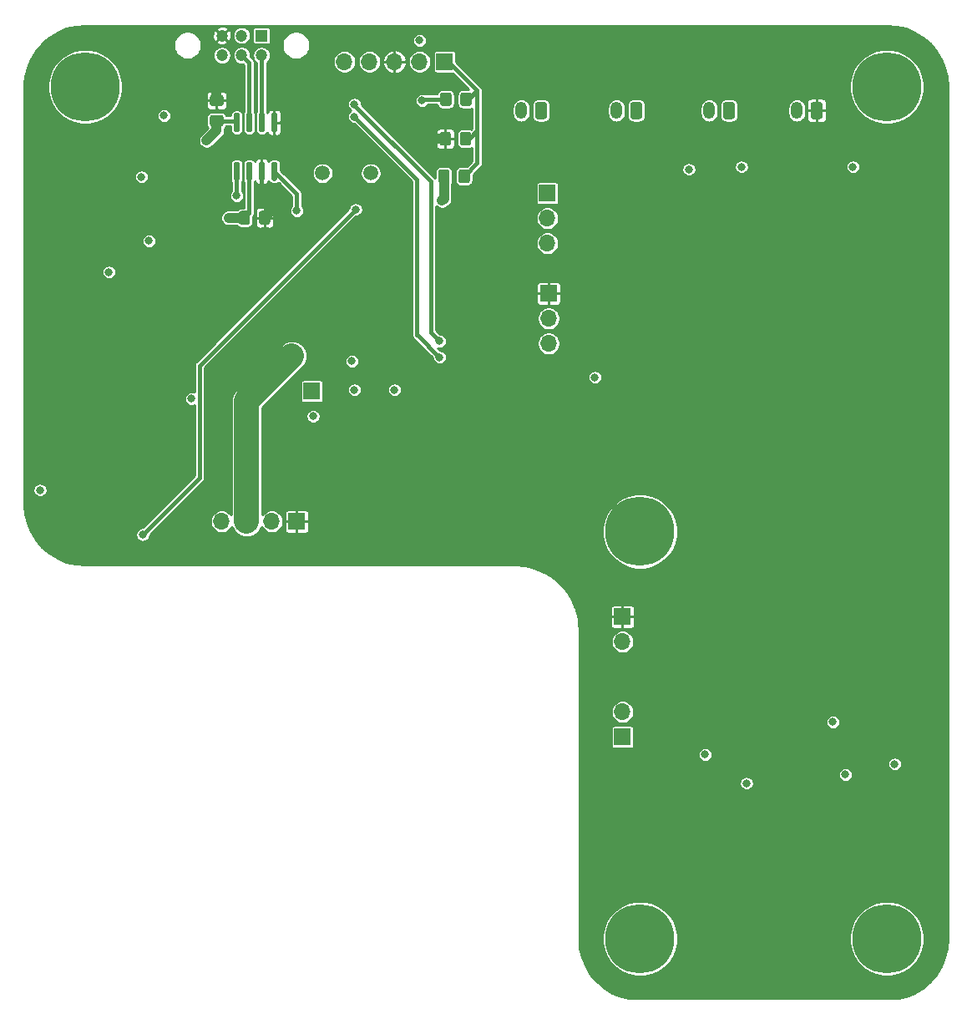
<source format=gbr>
%TF.GenerationSoftware,KiCad,Pcbnew,(5.1.9)-1*%
%TF.CreationDate,2021-07-12T23:28:21-04:00*%
%TF.ProjectId,detector_support,64657465-6374-46f7-925f-737570706f72,rev?*%
%TF.SameCoordinates,Original*%
%TF.FileFunction,Copper,L4,Bot*%
%TF.FilePolarity,Positive*%
%FSLAX46Y46*%
G04 Gerber Fmt 4.6, Leading zero omitted, Abs format (unit mm)*
G04 Created by KiCad (PCBNEW (5.1.9)-1) date 2021-07-12 23:28:21*
%MOMM*%
%LPD*%
G01*
G04 APERTURE LIST*
%TA.AperFunction,ComponentPad*%
%ADD10C,7.000000*%
%TD*%
%TA.AperFunction,ComponentPad*%
%ADD11O,1.700000X1.700000*%
%TD*%
%TA.AperFunction,ComponentPad*%
%ADD12R,1.700000X1.700000*%
%TD*%
%TA.AperFunction,ComponentPad*%
%ADD13C,1.200000*%
%TD*%
%TA.AperFunction,ComponentPad*%
%ADD14R,1.200000X1.200000*%
%TD*%
%TA.AperFunction,ComponentPad*%
%ADD15C,1.500000*%
%TD*%
%TA.AperFunction,ComponentPad*%
%ADD16O,1.200000X1.750000*%
%TD*%
%TA.AperFunction,ViaPad*%
%ADD17C,0.800000*%
%TD*%
%TA.AperFunction,Conductor*%
%ADD18C,1.000000*%
%TD*%
%TA.AperFunction,Conductor*%
%ADD19C,0.420000*%
%TD*%
%TA.AperFunction,Conductor*%
%ADD20C,2.500000*%
%TD*%
%TA.AperFunction,Conductor*%
%ADD21C,0.254000*%
%TD*%
%TA.AperFunction,Conductor*%
%ADD22C,0.100000*%
%TD*%
G04 APERTURE END LIST*
D10*
%TO.P,REF\u002A\u002A,1*%
%TO.N,N/C*%
X146431000Y-140970000D03*
%TD*%
D11*
%TO.P,J11,4*%
%TO.N,/SIPM_OUT*%
X104013000Y-98679000D03*
%TO.P,J11,3*%
%TO.N,/DET_ADC*%
X106553000Y-98679000D03*
%TO.P,J11,2*%
%TO.N,/AMP_OUT*%
X109093000Y-98679000D03*
D12*
%TO.P,J11,1*%
%TO.N,GND*%
X111633000Y-98679000D03*
%TD*%
D11*
%TO.P,J2,2*%
%TO.N,+4.7V*%
X144653000Y-110871000D03*
D12*
%TO.P,J2,1*%
%TO.N,GND*%
X144653000Y-108331000D03*
%TD*%
D10*
%TO.P,REF\u002A\u002A,1*%
%TO.N,N/C*%
X90170000Y-54610000D03*
%TD*%
%TO.P,REF\u002A\u002A,1*%
%TO.N,N/C*%
X171450000Y-54610000D03*
%TD*%
%TO.P,REF\u002A\u002A,1*%
%TO.N,N/C*%
X171450000Y-140970000D03*
%TD*%
%TO.P,REF\u002A\u002A,1*%
%TO.N,N/C*%
X146431000Y-99695000D03*
%TD*%
%TO.P,C13,2*%
%TO.N,GND*%
%TA.AperFunction,SMDPad,CuDef*%
G36*
G01*
X107790400Y-68344201D02*
X107790400Y-67444199D01*
G75*
G02*
X108040399Y-67194200I249999J0D01*
G01*
X108690401Y-67194200D01*
G75*
G02*
X108940400Y-67444199I0J-249999D01*
G01*
X108940400Y-68344201D01*
G75*
G02*
X108690401Y-68594200I-249999J0D01*
G01*
X108040399Y-68594200D01*
G75*
G02*
X107790400Y-68344201I0J249999D01*
G01*
G37*
%TD.AperFunction*%
%TO.P,C13,1*%
%TO.N,+5V*%
%TA.AperFunction,SMDPad,CuDef*%
G36*
G01*
X105740400Y-68344201D02*
X105740400Y-67444199D01*
G75*
G02*
X105990399Y-67194200I249999J0D01*
G01*
X106640401Y-67194200D01*
G75*
G02*
X106890400Y-67444199I0J-249999D01*
G01*
X106890400Y-68344201D01*
G75*
G02*
X106640401Y-68594200I-249999J0D01*
G01*
X105990399Y-68594200D01*
G75*
G02*
X105740400Y-68344201I0J249999D01*
G01*
G37*
%TD.AperFunction*%
%TD*%
%TO.P,U10,8*%
%TO.N,GND*%
%TA.AperFunction,SMDPad,CuDef*%
G36*
G01*
X109497000Y-59206000D02*
X109197000Y-59206000D01*
G75*
G02*
X109047000Y-59056000I0J150000D01*
G01*
X109047000Y-57406000D01*
G75*
G02*
X109197000Y-57256000I150000J0D01*
G01*
X109497000Y-57256000D01*
G75*
G02*
X109647000Y-57406000I0J-150000D01*
G01*
X109647000Y-59056000D01*
G75*
G02*
X109497000Y-59206000I-150000J0D01*
G01*
G37*
%TD.AperFunction*%
%TO.P,U10,7*%
%TO.N,/Microcontroller [DO NOT PLACE]/CANH*%
%TA.AperFunction,SMDPad,CuDef*%
G36*
G01*
X108227000Y-59206000D02*
X107927000Y-59206000D01*
G75*
G02*
X107777000Y-59056000I0J150000D01*
G01*
X107777000Y-57406000D01*
G75*
G02*
X107927000Y-57256000I150000J0D01*
G01*
X108227000Y-57256000D01*
G75*
G02*
X108377000Y-57406000I0J-150000D01*
G01*
X108377000Y-59056000D01*
G75*
G02*
X108227000Y-59206000I-150000J0D01*
G01*
G37*
%TD.AperFunction*%
%TO.P,U10,6*%
%TO.N,/Microcontroller [DO NOT PLACE]/CANL*%
%TA.AperFunction,SMDPad,CuDef*%
G36*
G01*
X106957000Y-59206000D02*
X106657000Y-59206000D01*
G75*
G02*
X106507000Y-59056000I0J150000D01*
G01*
X106507000Y-57406000D01*
G75*
G02*
X106657000Y-57256000I150000J0D01*
G01*
X106957000Y-57256000D01*
G75*
G02*
X107107000Y-57406000I0J-150000D01*
G01*
X107107000Y-59056000D01*
G75*
G02*
X106957000Y-59206000I-150000J0D01*
G01*
G37*
%TD.AperFunction*%
%TO.P,U10,5*%
%TO.N,+5V*%
%TA.AperFunction,SMDPad,CuDef*%
G36*
G01*
X105687000Y-59206000D02*
X105387000Y-59206000D01*
G75*
G02*
X105237000Y-59056000I0J150000D01*
G01*
X105237000Y-57406000D01*
G75*
G02*
X105387000Y-57256000I150000J0D01*
G01*
X105687000Y-57256000D01*
G75*
G02*
X105837000Y-57406000I0J-150000D01*
G01*
X105837000Y-59056000D01*
G75*
G02*
X105687000Y-59206000I-150000J0D01*
G01*
G37*
%TD.AperFunction*%
%TO.P,U10,4*%
%TO.N,/Microcontroller [DO NOT PLACE]/PIC_RX*%
%TA.AperFunction,SMDPad,CuDef*%
G36*
G01*
X105687000Y-64156000D02*
X105387000Y-64156000D01*
G75*
G02*
X105237000Y-64006000I0J150000D01*
G01*
X105237000Y-62356000D01*
G75*
G02*
X105387000Y-62206000I150000J0D01*
G01*
X105687000Y-62206000D01*
G75*
G02*
X105837000Y-62356000I0J-150000D01*
G01*
X105837000Y-64006000D01*
G75*
G02*
X105687000Y-64156000I-150000J0D01*
G01*
G37*
%TD.AperFunction*%
%TO.P,U10,3*%
%TO.N,+5V*%
%TA.AperFunction,SMDPad,CuDef*%
G36*
G01*
X106957000Y-64156000D02*
X106657000Y-64156000D01*
G75*
G02*
X106507000Y-64006000I0J150000D01*
G01*
X106507000Y-62356000D01*
G75*
G02*
X106657000Y-62206000I150000J0D01*
G01*
X106957000Y-62206000D01*
G75*
G02*
X107107000Y-62356000I0J-150000D01*
G01*
X107107000Y-64006000D01*
G75*
G02*
X106957000Y-64156000I-150000J0D01*
G01*
G37*
%TD.AperFunction*%
%TO.P,U10,2*%
%TO.N,GND*%
%TA.AperFunction,SMDPad,CuDef*%
G36*
G01*
X108227000Y-64156000D02*
X107927000Y-64156000D01*
G75*
G02*
X107777000Y-64006000I0J150000D01*
G01*
X107777000Y-62356000D01*
G75*
G02*
X107927000Y-62206000I150000J0D01*
G01*
X108227000Y-62206000D01*
G75*
G02*
X108377000Y-62356000I0J-150000D01*
G01*
X108377000Y-64006000D01*
G75*
G02*
X108227000Y-64156000I-150000J0D01*
G01*
G37*
%TD.AperFunction*%
%TO.P,U10,1*%
%TO.N,/Microcontroller [DO NOT PLACE]/PIC_TX*%
%TA.AperFunction,SMDPad,CuDef*%
G36*
G01*
X109497000Y-64156000D02*
X109197000Y-64156000D01*
G75*
G02*
X109047000Y-64006000I0J150000D01*
G01*
X109047000Y-62356000D01*
G75*
G02*
X109197000Y-62206000I150000J0D01*
G01*
X109497000Y-62206000D01*
G75*
G02*
X109647000Y-62356000I0J-150000D01*
G01*
X109647000Y-64006000D01*
G75*
G02*
X109497000Y-64156000I-150000J0D01*
G01*
G37*
%TD.AperFunction*%
%TD*%
D13*
%TO.P,J10,4*%
%TO.N,/Microcontroller [DO NOT PLACE]/CANH*%
X108045000Y-51419000D03*
%TO.P,J10,5*%
%TO.N,/Microcontroller [DO NOT PLACE]/CANL*%
X106045000Y-51419000D03*
%TO.P,J10,6*%
%TO.N,N/C*%
X104045000Y-51419000D03*
%TO.P,J10,3*%
%TO.N,GND*%
X104045000Y-49419000D03*
D14*
%TO.P,J10,1*%
%TO.N,N/C*%
X108045000Y-49419000D03*
D13*
%TO.P,J10,2*%
X106045000Y-49419000D03*
%TD*%
D15*
%TO.P,Y1,2*%
%TO.N,/Microcontroller [DO NOT PLACE]/OSC2*%
X114246000Y-63373000D03*
%TO.P,Y1,1*%
%TO.N,/Microcontroller [DO NOT PLACE]/OSC1*%
X119126000Y-63373000D03*
%TD*%
D12*
%TO.P,J1,1*%
%TO.N,/Microcontroller [DO NOT PLACE]/MCLR*%
X126619000Y-52070000D03*
D11*
%TO.P,J1,2*%
%TO.N,+5V*%
X124079000Y-52070000D03*
%TO.P,J1,3*%
%TO.N,GND*%
X121539000Y-52070000D03*
%TO.P,J1,4*%
%TO.N,/Microcontroller [DO NOT PLACE]/ICSPDAT*%
X118999000Y-52070000D03*
%TO.P,J1,5*%
%TO.N,/Microcontroller [DO NOT PLACE]/ICSPCLK*%
X116459000Y-52070000D03*
%TD*%
D16*
%TO.P,J6,2*%
%TO.N,Net-(F6-Pad2)*%
X162338000Y-57023000D03*
%TO.P,J6,1*%
%TO.N,GND*%
%TA.AperFunction,ComponentPad*%
G36*
G01*
X164938000Y-56397999D02*
X164938000Y-57648001D01*
G75*
G02*
X164688001Y-57898000I-249999J0D01*
G01*
X163987999Y-57898000D01*
G75*
G02*
X163738000Y-57648001I0J249999D01*
G01*
X163738000Y-56397999D01*
G75*
G02*
X163987999Y-56148000I249999J0D01*
G01*
X164688001Y-56148000D01*
G75*
G02*
X164938000Y-56397999I0J-249999D01*
G01*
G37*
%TD.AperFunction*%
%TD*%
%TO.P,J5,2*%
%TO.N,Net-(F5-Pad2)*%
X153448000Y-57023000D03*
%TO.P,J5,1*%
%TO.N,Net-(F6-Pad1)*%
%TA.AperFunction,ComponentPad*%
G36*
G01*
X156048000Y-56397999D02*
X156048000Y-57648001D01*
G75*
G02*
X155798001Y-57898000I-249999J0D01*
G01*
X155097999Y-57898000D01*
G75*
G02*
X154848000Y-57648001I0J249999D01*
G01*
X154848000Y-56397999D01*
G75*
G02*
X155097999Y-56148000I249999J0D01*
G01*
X155798001Y-56148000D01*
G75*
G02*
X156048000Y-56397999I0J-249999D01*
G01*
G37*
%TD.AperFunction*%
%TD*%
%TO.P,J4,2*%
%TO.N,Net-(F4-Pad2)*%
X144050000Y-57023000D03*
%TO.P,J4,1*%
%TO.N,Net-(F5-Pad1)*%
%TA.AperFunction,ComponentPad*%
G36*
G01*
X146650000Y-56397999D02*
X146650000Y-57648001D01*
G75*
G02*
X146400001Y-57898000I-249999J0D01*
G01*
X145699999Y-57898000D01*
G75*
G02*
X145450000Y-57648001I0J249999D01*
G01*
X145450000Y-56397999D01*
G75*
G02*
X145699999Y-56148000I249999J0D01*
G01*
X146400001Y-56148000D01*
G75*
G02*
X146650000Y-56397999I0J-249999D01*
G01*
G37*
%TD.AperFunction*%
%TD*%
%TO.P,J3,2*%
%TO.N,+BATT*%
X134398000Y-57023000D03*
%TO.P,J3,1*%
%TO.N,Net-(F4-Pad1)*%
%TA.AperFunction,ComponentPad*%
G36*
G01*
X136998000Y-56397999D02*
X136998000Y-57648001D01*
G75*
G02*
X136748001Y-57898000I-249999J0D01*
G01*
X136047999Y-57898000D01*
G75*
G02*
X135798000Y-57648001I0J249999D01*
G01*
X135798000Y-56397999D01*
G75*
G02*
X136047999Y-56148000I249999J0D01*
G01*
X136748001Y-56148000D01*
G75*
G02*
X136998000Y-56397999I0J-249999D01*
G01*
G37*
%TD.AperFunction*%
%TD*%
D11*
%TO.P,J9,2*%
%TO.N,+36V*%
X144653000Y-117983000D03*
D12*
%TO.P,J9,1*%
%TO.N,/SIPM_OUT*%
X144653000Y-120523000D03*
%TD*%
D11*
%TO.P,JP2,3*%
%TO.N,+12V*%
X137033000Y-70485000D03*
%TO.P,JP2,2*%
%TO.N,Net-(C7-Pad1)*%
X137033000Y-67945000D03*
D12*
%TO.P,JP2,1*%
%TO.N,+BATT*%
X137033000Y-65405000D03*
%TD*%
D11*
%TO.P,J7,3*%
%TO.N,Net-(F3-Pad2)*%
X137160000Y-80645000D03*
%TO.P,J7,2*%
%TO.N,Net-(F1-Pad2)*%
X137160000Y-78105000D03*
D12*
%TO.P,J7,1*%
%TO.N,GND*%
X137160000Y-75565000D03*
%TD*%
%TO.P,TP17,1*%
%TO.N,Net-(R28-Pad2)*%
X113157000Y-85471000D03*
%TD*%
%TO.P,R10,2*%
%TO.N,/Microcontroller [DO NOT PLACE]/MCLR*%
%TA.AperFunction,SMDPad,CuDef*%
G36*
G01*
X128021500Y-64140501D02*
X128021500Y-63240499D01*
G75*
G02*
X128271499Y-62990500I249999J0D01*
G01*
X128921501Y-62990500D01*
G75*
G02*
X129171500Y-63240499I0J-249999D01*
G01*
X129171500Y-64140501D01*
G75*
G02*
X128921501Y-64390500I-249999J0D01*
G01*
X128271499Y-64390500D01*
G75*
G02*
X128021500Y-64140501I0J249999D01*
G01*
G37*
%TD.AperFunction*%
%TO.P,R10,1*%
%TO.N,+5V*%
%TA.AperFunction,SMDPad,CuDef*%
G36*
G01*
X125971500Y-64140501D02*
X125971500Y-63240499D01*
G75*
G02*
X126221499Y-62990500I249999J0D01*
G01*
X126871501Y-62990500D01*
G75*
G02*
X127121500Y-63240499I0J-249999D01*
G01*
X127121500Y-64140501D01*
G75*
G02*
X126871501Y-64390500I-249999J0D01*
G01*
X126221499Y-64390500D01*
G75*
G02*
X125971500Y-64140501I0J249999D01*
G01*
G37*
%TD.AperFunction*%
%TD*%
%TO.P,R6,2*%
%TO.N,/Microcontroller [DO NOT PLACE]/MCLR*%
%TA.AperFunction,SMDPad,CuDef*%
G36*
G01*
X128212000Y-56330001D02*
X128212000Y-55429999D01*
G75*
G02*
X128461999Y-55180000I249999J0D01*
G01*
X129112001Y-55180000D01*
G75*
G02*
X129362000Y-55429999I0J-249999D01*
G01*
X129362000Y-56330001D01*
G75*
G02*
X129112001Y-56580000I-249999J0D01*
G01*
X128461999Y-56580000D01*
G75*
G02*
X128212000Y-56330001I0J249999D01*
G01*
G37*
%TD.AperFunction*%
%TO.P,R6,1*%
%TO.N,Net-(R6-Pad1)*%
%TA.AperFunction,SMDPad,CuDef*%
G36*
G01*
X126162000Y-56330001D02*
X126162000Y-55429999D01*
G75*
G02*
X126411999Y-55180000I249999J0D01*
G01*
X127062001Y-55180000D01*
G75*
G02*
X127312000Y-55429999I0J-249999D01*
G01*
X127312000Y-56330001D01*
G75*
G02*
X127062001Y-56580000I-249999J0D01*
G01*
X126411999Y-56580000D01*
G75*
G02*
X126162000Y-56330001I0J249999D01*
G01*
G37*
%TD.AperFunction*%
%TD*%
%TO.P,C14,2*%
%TO.N,GND*%
%TA.AperFunction,SMDPad,CuDef*%
G36*
G01*
X103955001Y-56582000D02*
X103054999Y-56582000D01*
G75*
G02*
X102805000Y-56332001I0J249999D01*
G01*
X102805000Y-55681999D01*
G75*
G02*
X103054999Y-55432000I249999J0D01*
G01*
X103955001Y-55432000D01*
G75*
G02*
X104205000Y-55681999I0J-249999D01*
G01*
X104205000Y-56332001D01*
G75*
G02*
X103955001Y-56582000I-249999J0D01*
G01*
G37*
%TD.AperFunction*%
%TO.P,C14,1*%
%TO.N,+5V*%
%TA.AperFunction,SMDPad,CuDef*%
G36*
G01*
X103955001Y-58632000D02*
X103054999Y-58632000D01*
G75*
G02*
X102805000Y-58382001I0J249999D01*
G01*
X102805000Y-57731999D01*
G75*
G02*
X103054999Y-57482000I249999J0D01*
G01*
X103955001Y-57482000D01*
G75*
G02*
X104205000Y-57731999I0J-249999D01*
G01*
X104205000Y-58382001D01*
G75*
G02*
X103955001Y-58632000I-249999J0D01*
G01*
G37*
%TD.AperFunction*%
%TD*%
%TO.P,C3,2*%
%TO.N,GND*%
%TA.AperFunction,SMDPad,CuDef*%
G36*
G01*
X127257500Y-59430499D02*
X127257500Y-60330501D01*
G75*
G02*
X127007501Y-60580500I-249999J0D01*
G01*
X126357499Y-60580500D01*
G75*
G02*
X126107500Y-60330501I0J249999D01*
G01*
X126107500Y-59430499D01*
G75*
G02*
X126357499Y-59180500I249999J0D01*
G01*
X127007501Y-59180500D01*
G75*
G02*
X127257500Y-59430499I0J-249999D01*
G01*
G37*
%TD.AperFunction*%
%TO.P,C3,1*%
%TO.N,/Microcontroller [DO NOT PLACE]/MCLR*%
%TA.AperFunction,SMDPad,CuDef*%
G36*
G01*
X129307500Y-59430499D02*
X129307500Y-60330501D01*
G75*
G02*
X129057501Y-60580500I-249999J0D01*
G01*
X128407499Y-60580500D01*
G75*
G02*
X128157500Y-60330501I0J249999D01*
G01*
X128157500Y-59430499D01*
G75*
G02*
X128407499Y-59180500I249999J0D01*
G01*
X129057501Y-59180500D01*
G75*
G02*
X129307500Y-59430499I0J-249999D01*
G01*
G37*
%TD.AperFunction*%
%TD*%
D17*
%TO.N,GND*%
X120904000Y-93599000D03*
X149098000Y-89027000D03*
X159385000Y-67691000D03*
X164338000Y-85471000D03*
X171323000Y-85471000D03*
X173863000Y-85471000D03*
X164973000Y-86741000D03*
X172593000Y-86741000D03*
X166243000Y-88011000D03*
X171323000Y-88011000D03*
X173863000Y-88011000D03*
X164973000Y-89281000D03*
X172593000Y-89281000D03*
X166243000Y-90551000D03*
X168783000Y-90551000D03*
X171323000Y-90551000D03*
X173863000Y-90551000D03*
X164973000Y-91821000D03*
X167513000Y-91821000D03*
X170053000Y-91821000D03*
X172593000Y-91821000D03*
X166243000Y-93091000D03*
X168783000Y-93091000D03*
X171323000Y-93091000D03*
X173863000Y-93091000D03*
X153035000Y-90424000D03*
X155575000Y-90424000D03*
X158115000Y-90424000D03*
X151765000Y-91694000D03*
X154305000Y-91694000D03*
X156845000Y-91694000D03*
X170053000Y-89281000D03*
X167513000Y-89281000D03*
X167513000Y-86741000D03*
X168783000Y-88011000D03*
X168783000Y-85471000D03*
X170053000Y-86741000D03*
X110109000Y-86487000D03*
X113284000Y-93599000D03*
X120904000Y-97155000D03*
X100203000Y-57531000D03*
X164338000Y-59817000D03*
X162306000Y-125222000D03*
X148463000Y-125095000D03*
X153035000Y-118999000D03*
X98298000Y-95631000D03*
X100965000Y-80391000D03*
X101854000Y-75057000D03*
X86868000Y-75565000D03*
X86868000Y-89408000D03*
X110553500Y-59372500D03*
X151765000Y-86614000D03*
X150495000Y-87884000D03*
X151765000Y-84074000D03*
X153035000Y-82804000D03*
X155575000Y-82804000D03*
X154305000Y-84074000D03*
X151765000Y-81534000D03*
X149225000Y-84074000D03*
X156845000Y-81534000D03*
X154305000Y-81534000D03*
X150495000Y-82804000D03*
X149225000Y-81534000D03*
X150495000Y-85344000D03*
X153035000Y-85344000D03*
X156845000Y-86614000D03*
X154305000Y-89154000D03*
X158115000Y-85344000D03*
X149225000Y-86614000D03*
X156845000Y-84074000D03*
X155575000Y-87884000D03*
X150495000Y-90424000D03*
X153035000Y-87884000D03*
X151765000Y-89154000D03*
X156845000Y-89154000D03*
X155575000Y-85344000D03*
X158115000Y-87884000D03*
X154305000Y-86614000D03*
X158115000Y-82804000D03*
X116205000Y-67056000D03*
X124650500Y-59880500D03*
X115189000Y-84455000D03*
X159004000Y-104140000D03*
X157734000Y-104775000D03*
X160274000Y-104140000D03*
X160812023Y-108808977D03*
X163449000Y-106934000D03*
X161544000Y-103505000D03*
X161544000Y-104775000D03*
X157734000Y-103505000D03*
X87249000Y-82296000D03*
X165989000Y-124968000D03*
X175768000Y-120904000D03*
X164211000Y-111633000D03*
X170561000Y-125095000D03*
X168656000Y-128778000D03*
X156210000Y-101219000D03*
X153788000Y-101210000D03*
X95168000Y-79629000D03*
X95168000Y-93771000D03*
X155448000Y-114808000D03*
X151892000Y-114681000D03*
X172729000Y-101609000D03*
X122174000Y-57467500D03*
X109093000Y-65659000D03*
X146177000Y-83947000D03*
X100203000Y-65786000D03*
X85788500Y-99504500D03*
X103505000Y-54483000D03*
X111760000Y-93345000D03*
X137922000Y-90424000D03*
X137922000Y-95504000D03*
X137922000Y-85344000D03*
X153797000Y-71247000D03*
%TO.N,+5V*%
X96647000Y-70231000D03*
X98171000Y-57531000D03*
X141859000Y-84074000D03*
X153035000Y-122301000D03*
X124079000Y-49911000D03*
X117221000Y-82423000D03*
X167259000Y-124333000D03*
X172255000Y-123274000D03*
X151384000Y-62992000D03*
X156718000Y-62738000D03*
X168021000Y-62738000D03*
X104724200Y-67894200D03*
X102489000Y-60071000D03*
X126365000Y-66167000D03*
X121539000Y-85344000D03*
X113284000Y-88011000D03*
X117475000Y-85344000D03*
%TO.N,+36V*%
X157226000Y-125222000D03*
%TO.N,+3V3*%
X85598000Y-95504000D03*
X100965000Y-86233000D03*
X95885000Y-63754000D03*
X92583000Y-73406000D03*
%TO.N,/Microcontroller [DO NOT PLACE]/ICSPCLK*%
X117475000Y-57658000D03*
X126111000Y-82042000D03*
%TO.N,/Microcontroller [DO NOT PLACE]/ICSPDAT*%
X126111000Y-80391000D03*
X117475000Y-56388000D03*
%TO.N,Net-(R6-Pad1)*%
X124333000Y-56007000D03*
%TO.N,/Microcontroller [DO NOT PLACE]/CS*%
X96012000Y-100012500D03*
X117602000Y-67056000D03*
%TO.N,/DET_ADC*%
X111125000Y-81915000D03*
%TO.N,/Microcontroller [DO NOT PLACE]/PIC_RX*%
X105537000Y-65659000D03*
%TO.N,/Microcontroller [DO NOT PLACE]/PIC_TX*%
X111633000Y-67183000D03*
%TO.N,+4.7V*%
X165989000Y-118999000D03*
%TD*%
D18*
%TO.N,GND*%
X124650500Y-59880500D02*
X126682500Y-59880500D01*
D19*
X108077000Y-64643000D02*
X109093000Y-65659000D01*
X108077000Y-63181000D02*
X108077000Y-64643000D01*
D18*
X109093000Y-67166600D02*
X108365400Y-67894200D01*
X109093000Y-65659000D02*
X109093000Y-67166600D01*
X103505000Y-56007000D02*
X103505000Y-54483000D01*
X103505000Y-54483000D02*
X103505000Y-54483000D01*
%TO.N,+5V*%
X106315400Y-67894200D02*
X105232200Y-67894200D01*
X105232200Y-67894200D02*
X104724200Y-67894200D01*
X104724200Y-67894200D02*
X104724200Y-67894200D01*
D19*
X106807000Y-67402600D02*
X106315400Y-67894200D01*
X106807000Y-63181000D02*
X106807000Y-67402600D01*
X105363000Y-58057000D02*
X105537000Y-58231000D01*
X103505000Y-58057000D02*
X105363000Y-58057000D01*
D18*
X103505000Y-58057000D02*
X103505000Y-59055000D01*
X103505000Y-59055000D02*
X102489000Y-60071000D01*
X102489000Y-60071000D02*
X102489000Y-60071000D01*
X126546500Y-63690500D02*
X126546500Y-65985500D01*
X126546500Y-65985500D02*
X126365000Y-66167000D01*
X126365000Y-66167000D02*
X126365000Y-66167000D01*
D19*
%TO.N,/Microcontroller [DO NOT PLACE]/MCLR*%
X126619000Y-52070000D02*
X127000000Y-52070000D01*
X127000000Y-52070000D02*
X129921000Y-54991000D01*
X129921000Y-62366000D02*
X128596500Y-63690500D01*
X129095500Y-59880500D02*
X129921000Y-59055000D01*
X128732500Y-59880500D02*
X129095500Y-59880500D01*
X129921000Y-59055000D02*
X129921000Y-62366000D01*
X129921000Y-54991000D02*
X129921000Y-59055000D01*
X129032000Y-55880000D02*
X129921000Y-54991000D01*
X128787000Y-55880000D02*
X129032000Y-55880000D01*
%TO.N,/Microcontroller [DO NOT PLACE]/ICSPCLK*%
X123952000Y-79883000D02*
X126111000Y-82042000D01*
X123825000Y-64008000D02*
X117475000Y-57658000D01*
X123825000Y-79756000D02*
X123952000Y-79883000D01*
X123825000Y-64008000D02*
X123825000Y-79756000D01*
%TO.N,/Microcontroller [DO NOT PLACE]/ICSPDAT*%
X117475000Y-56459198D02*
X117475000Y-56388000D01*
X125222000Y-64206198D02*
X117475000Y-56459198D01*
X125222000Y-79502000D02*
X125222000Y-64206198D01*
X126111000Y-80391000D02*
X125222000Y-79502000D01*
%TO.N,/Microcontroller [DO NOT PLACE]/CANL*%
X106807000Y-52181000D02*
X106045000Y-51419000D01*
X106807000Y-58231000D02*
X106807000Y-52181000D01*
%TO.N,/Microcontroller [DO NOT PLACE]/CANH*%
X108077000Y-51451000D02*
X108045000Y-51419000D01*
X108077000Y-58231000D02*
X108077000Y-51451000D01*
%TO.N,Net-(R6-Pad1)*%
X124460000Y-55880000D02*
X124333000Y-56007000D01*
X126737000Y-55880000D02*
X124460000Y-55880000D01*
%TO.N,/Microcontroller [DO NOT PLACE]/CS*%
X101775001Y-82882999D02*
X117602000Y-67056000D01*
X101775001Y-94249499D02*
X101775001Y-82882999D01*
X96012000Y-100012500D02*
X101775001Y-94249499D01*
D20*
%TO.N,/DET_ADC*%
X106553000Y-86487000D02*
X106553000Y-98679000D01*
X111125000Y-81915000D02*
X106553000Y-86487000D01*
D19*
%TO.N,/Microcontroller [DO NOT PLACE]/PIC_RX*%
X105537000Y-63181000D02*
X105537000Y-65659000D01*
%TO.N,/Microcontroller [DO NOT PLACE]/PIC_TX*%
X111633000Y-65467000D02*
X111633000Y-67183000D01*
X109347000Y-63181000D02*
X111633000Y-65467000D01*
%TD*%
D21*
%TO.N,GND*%
X103890302Y-48445467D02*
X103703347Y-48494353D01*
X103529522Y-48578773D01*
X103465997Y-48621220D01*
X103415677Y-48788970D01*
X104045000Y-49418293D01*
X104674323Y-48788970D01*
X104624003Y-48621220D01*
X104457239Y-48523591D01*
X104274632Y-48460372D01*
X104105029Y-48437000D01*
X171443051Y-48437000D01*
X172415585Y-48513540D01*
X173357388Y-48739647D01*
X174252239Y-49110307D01*
X175078075Y-49616379D01*
X175814583Y-50245417D01*
X176443620Y-50981925D01*
X176949694Y-51807764D01*
X177320353Y-52702612D01*
X177546460Y-53644420D01*
X177623000Y-54616950D01*
X177623001Y-140963037D01*
X177546460Y-141935580D01*
X177320353Y-142877388D01*
X176949694Y-143772236D01*
X176443620Y-144598075D01*
X175814583Y-145334583D01*
X175078075Y-145963621D01*
X174252239Y-146469693D01*
X173357388Y-146840353D01*
X172598104Y-147022641D01*
X145282900Y-147022641D01*
X144523612Y-146840353D01*
X143628764Y-146469694D01*
X142802925Y-145963620D01*
X142066417Y-145334583D01*
X141437379Y-144598075D01*
X140931307Y-143772239D01*
X140560647Y-142877388D01*
X140334540Y-141935585D01*
X140258000Y-140963051D01*
X140258000Y-140593073D01*
X142604000Y-140593073D01*
X142604000Y-141346927D01*
X142751070Y-142086295D01*
X143039557Y-142782764D01*
X143458375Y-143409570D01*
X143991430Y-143942625D01*
X144618236Y-144361443D01*
X145314705Y-144649930D01*
X146054073Y-144797000D01*
X146807927Y-144797000D01*
X147547295Y-144649930D01*
X148243764Y-144361443D01*
X148870570Y-143942625D01*
X149403625Y-143409570D01*
X149822443Y-142782764D01*
X150110930Y-142086295D01*
X150258000Y-141346927D01*
X150258000Y-140593073D01*
X167623000Y-140593073D01*
X167623000Y-141346927D01*
X167770070Y-142086295D01*
X168058557Y-142782764D01*
X168477375Y-143409570D01*
X169010430Y-143942625D01*
X169637236Y-144361443D01*
X170333705Y-144649930D01*
X171073073Y-144797000D01*
X171826927Y-144797000D01*
X172566295Y-144649930D01*
X173262764Y-144361443D01*
X173889570Y-143942625D01*
X174422625Y-143409570D01*
X174841443Y-142782764D01*
X175129930Y-142086295D01*
X175277000Y-141346927D01*
X175277000Y-140593073D01*
X175129930Y-139853705D01*
X174841443Y-139157236D01*
X174422625Y-138530430D01*
X173889570Y-137997375D01*
X173262764Y-137578557D01*
X172566295Y-137290070D01*
X171826927Y-137143000D01*
X171073073Y-137143000D01*
X170333705Y-137290070D01*
X169637236Y-137578557D01*
X169010430Y-137997375D01*
X168477375Y-138530430D01*
X168058557Y-139157236D01*
X167770070Y-139853705D01*
X167623000Y-140593073D01*
X150258000Y-140593073D01*
X150110930Y-139853705D01*
X149822443Y-139157236D01*
X149403625Y-138530430D01*
X148870570Y-137997375D01*
X148243764Y-137578557D01*
X147547295Y-137290070D01*
X146807927Y-137143000D01*
X146054073Y-137143000D01*
X145314705Y-137290070D01*
X144618236Y-137578557D01*
X143991430Y-137997375D01*
X143458375Y-138530430D01*
X143039557Y-139157236D01*
X142751070Y-139853705D01*
X142604000Y-140593073D01*
X140258000Y-140593073D01*
X140258000Y-125150397D01*
X156499000Y-125150397D01*
X156499000Y-125293603D01*
X156526938Y-125434058D01*
X156581741Y-125566364D01*
X156661302Y-125685436D01*
X156762564Y-125786698D01*
X156881636Y-125866259D01*
X157013942Y-125921062D01*
X157154397Y-125949000D01*
X157297603Y-125949000D01*
X157438058Y-125921062D01*
X157570364Y-125866259D01*
X157689436Y-125786698D01*
X157790698Y-125685436D01*
X157870259Y-125566364D01*
X157925062Y-125434058D01*
X157953000Y-125293603D01*
X157953000Y-125150397D01*
X157925062Y-125009942D01*
X157870259Y-124877636D01*
X157790698Y-124758564D01*
X157689436Y-124657302D01*
X157570364Y-124577741D01*
X157438058Y-124522938D01*
X157297603Y-124495000D01*
X157154397Y-124495000D01*
X157013942Y-124522938D01*
X156881636Y-124577741D01*
X156762564Y-124657302D01*
X156661302Y-124758564D01*
X156581741Y-124877636D01*
X156526938Y-125009942D01*
X156499000Y-125150397D01*
X140258000Y-125150397D01*
X140258000Y-124261397D01*
X166532000Y-124261397D01*
X166532000Y-124404603D01*
X166559938Y-124545058D01*
X166614741Y-124677364D01*
X166694302Y-124796436D01*
X166795564Y-124897698D01*
X166914636Y-124977259D01*
X167046942Y-125032062D01*
X167187397Y-125060000D01*
X167330603Y-125060000D01*
X167471058Y-125032062D01*
X167603364Y-124977259D01*
X167722436Y-124897698D01*
X167823698Y-124796436D01*
X167903259Y-124677364D01*
X167958062Y-124545058D01*
X167986000Y-124404603D01*
X167986000Y-124261397D01*
X167958062Y-124120942D01*
X167903259Y-123988636D01*
X167823698Y-123869564D01*
X167722436Y-123768302D01*
X167603364Y-123688741D01*
X167471058Y-123633938D01*
X167330603Y-123606000D01*
X167187397Y-123606000D01*
X167046942Y-123633938D01*
X166914636Y-123688741D01*
X166795564Y-123768302D01*
X166694302Y-123869564D01*
X166614741Y-123988636D01*
X166559938Y-124120942D01*
X166532000Y-124261397D01*
X140258000Y-124261397D01*
X140258000Y-123202397D01*
X171528000Y-123202397D01*
X171528000Y-123345603D01*
X171555938Y-123486058D01*
X171610741Y-123618364D01*
X171690302Y-123737436D01*
X171791564Y-123838698D01*
X171910636Y-123918259D01*
X172042942Y-123973062D01*
X172183397Y-124001000D01*
X172326603Y-124001000D01*
X172467058Y-123973062D01*
X172599364Y-123918259D01*
X172718436Y-123838698D01*
X172819698Y-123737436D01*
X172899259Y-123618364D01*
X172954062Y-123486058D01*
X172982000Y-123345603D01*
X172982000Y-123202397D01*
X172954062Y-123061942D01*
X172899259Y-122929636D01*
X172819698Y-122810564D01*
X172718436Y-122709302D01*
X172599364Y-122629741D01*
X172467058Y-122574938D01*
X172326603Y-122547000D01*
X172183397Y-122547000D01*
X172042942Y-122574938D01*
X171910636Y-122629741D01*
X171791564Y-122709302D01*
X171690302Y-122810564D01*
X171610741Y-122929636D01*
X171555938Y-123061942D01*
X171528000Y-123202397D01*
X140258000Y-123202397D01*
X140258000Y-122229397D01*
X152308000Y-122229397D01*
X152308000Y-122372603D01*
X152335938Y-122513058D01*
X152390741Y-122645364D01*
X152470302Y-122764436D01*
X152571564Y-122865698D01*
X152690636Y-122945259D01*
X152822942Y-123000062D01*
X152963397Y-123028000D01*
X153106603Y-123028000D01*
X153247058Y-123000062D01*
X153379364Y-122945259D01*
X153498436Y-122865698D01*
X153599698Y-122764436D01*
X153679259Y-122645364D01*
X153734062Y-122513058D01*
X153762000Y-122372603D01*
X153762000Y-122229397D01*
X153734062Y-122088942D01*
X153679259Y-121956636D01*
X153599698Y-121837564D01*
X153498436Y-121736302D01*
X153379364Y-121656741D01*
X153247058Y-121601938D01*
X153106603Y-121574000D01*
X152963397Y-121574000D01*
X152822942Y-121601938D01*
X152690636Y-121656741D01*
X152571564Y-121736302D01*
X152470302Y-121837564D01*
X152390741Y-121956636D01*
X152335938Y-122088942D01*
X152308000Y-122229397D01*
X140258000Y-122229397D01*
X140258000Y-119673000D01*
X143474418Y-119673000D01*
X143474418Y-121373000D01*
X143480732Y-121437103D01*
X143499430Y-121498743D01*
X143529794Y-121555550D01*
X143570657Y-121605343D01*
X143620450Y-121646206D01*
X143677257Y-121676570D01*
X143738897Y-121695268D01*
X143803000Y-121701582D01*
X145503000Y-121701582D01*
X145567103Y-121695268D01*
X145628743Y-121676570D01*
X145685550Y-121646206D01*
X145735343Y-121605343D01*
X145776206Y-121555550D01*
X145806570Y-121498743D01*
X145825268Y-121437103D01*
X145831582Y-121373000D01*
X145831582Y-119673000D01*
X145825268Y-119608897D01*
X145806570Y-119547257D01*
X145776206Y-119490450D01*
X145735343Y-119440657D01*
X145685550Y-119399794D01*
X145628743Y-119369430D01*
X145567103Y-119350732D01*
X145503000Y-119344418D01*
X143803000Y-119344418D01*
X143738897Y-119350732D01*
X143677257Y-119369430D01*
X143620450Y-119399794D01*
X143570657Y-119440657D01*
X143529794Y-119490450D01*
X143499430Y-119547257D01*
X143480732Y-119608897D01*
X143474418Y-119673000D01*
X140258000Y-119673000D01*
X140258000Y-117867076D01*
X143476000Y-117867076D01*
X143476000Y-118098924D01*
X143521231Y-118326318D01*
X143609956Y-118540519D01*
X143738764Y-118733294D01*
X143902706Y-118897236D01*
X144095481Y-119026044D01*
X144309682Y-119114769D01*
X144537076Y-119160000D01*
X144768924Y-119160000D01*
X144996318Y-119114769D01*
X145210519Y-119026044D01*
X145358154Y-118927397D01*
X165262000Y-118927397D01*
X165262000Y-119070603D01*
X165289938Y-119211058D01*
X165344741Y-119343364D01*
X165424302Y-119462436D01*
X165525564Y-119563698D01*
X165644636Y-119643259D01*
X165776942Y-119698062D01*
X165917397Y-119726000D01*
X166060603Y-119726000D01*
X166201058Y-119698062D01*
X166333364Y-119643259D01*
X166452436Y-119563698D01*
X166553698Y-119462436D01*
X166633259Y-119343364D01*
X166688062Y-119211058D01*
X166716000Y-119070603D01*
X166716000Y-118927397D01*
X166688062Y-118786942D01*
X166633259Y-118654636D01*
X166553698Y-118535564D01*
X166452436Y-118434302D01*
X166333364Y-118354741D01*
X166201058Y-118299938D01*
X166060603Y-118272000D01*
X165917397Y-118272000D01*
X165776942Y-118299938D01*
X165644636Y-118354741D01*
X165525564Y-118434302D01*
X165424302Y-118535564D01*
X165344741Y-118654636D01*
X165289938Y-118786942D01*
X165262000Y-118927397D01*
X145358154Y-118927397D01*
X145403294Y-118897236D01*
X145567236Y-118733294D01*
X145696044Y-118540519D01*
X145784769Y-118326318D01*
X145830000Y-118098924D01*
X145830000Y-117867076D01*
X145784769Y-117639682D01*
X145696044Y-117425481D01*
X145567236Y-117232706D01*
X145403294Y-117068764D01*
X145210519Y-116939956D01*
X144996318Y-116851231D01*
X144768924Y-116806000D01*
X144537076Y-116806000D01*
X144309682Y-116851231D01*
X144095481Y-116939956D01*
X143902706Y-117068764D01*
X143738764Y-117232706D01*
X143609956Y-117425481D01*
X143521231Y-117639682D01*
X143476000Y-117867076D01*
X140258000Y-117867076D01*
X140258000Y-110755076D01*
X143476000Y-110755076D01*
X143476000Y-110986924D01*
X143521231Y-111214318D01*
X143609956Y-111428519D01*
X143738764Y-111621294D01*
X143902706Y-111785236D01*
X144095481Y-111914044D01*
X144309682Y-112002769D01*
X144537076Y-112048000D01*
X144768924Y-112048000D01*
X144996318Y-112002769D01*
X145210519Y-111914044D01*
X145403294Y-111785236D01*
X145567236Y-111621294D01*
X145696044Y-111428519D01*
X145784769Y-111214318D01*
X145830000Y-110986924D01*
X145830000Y-110755076D01*
X145784769Y-110527682D01*
X145696044Y-110313481D01*
X145567236Y-110120706D01*
X145403294Y-109956764D01*
X145210519Y-109827956D01*
X144996318Y-109739231D01*
X144768924Y-109694000D01*
X144537076Y-109694000D01*
X144309682Y-109739231D01*
X144095481Y-109827956D01*
X143902706Y-109956764D01*
X143738764Y-110120706D01*
X143609956Y-110313481D01*
X143521231Y-110527682D01*
X143476000Y-110755076D01*
X140258000Y-110755076D01*
X140258000Y-109592308D01*
X140257317Y-109585373D01*
X140225493Y-109181000D01*
X143420157Y-109181000D01*
X143427513Y-109255689D01*
X143449299Y-109327508D01*
X143484678Y-109393696D01*
X143532289Y-109451711D01*
X143590304Y-109499322D01*
X143656492Y-109534701D01*
X143728311Y-109556487D01*
X143803000Y-109563843D01*
X144557250Y-109562000D01*
X144652500Y-109466750D01*
X144652500Y-108331500D01*
X144653500Y-108331500D01*
X144653500Y-109466750D01*
X144748750Y-109562000D01*
X145503000Y-109563843D01*
X145577689Y-109556487D01*
X145649508Y-109534701D01*
X145715696Y-109499322D01*
X145773711Y-109451711D01*
X145821322Y-109393696D01*
X145856701Y-109327508D01*
X145878487Y-109255689D01*
X145885843Y-109181000D01*
X145884000Y-108426750D01*
X145788750Y-108331500D01*
X144653500Y-108331500D01*
X144652500Y-108331500D01*
X143517250Y-108331500D01*
X143422000Y-108426750D01*
X143420157Y-109181000D01*
X140225493Y-109181000D01*
X140179275Y-108593754D01*
X140174931Y-108566321D01*
X140174927Y-108566309D01*
X139942321Y-107597434D01*
X139942319Y-107597422D01*
X139933736Y-107571007D01*
X139896454Y-107481000D01*
X143420157Y-107481000D01*
X143422000Y-108235250D01*
X143517250Y-108330500D01*
X144652500Y-108330500D01*
X144652500Y-107195250D01*
X144653500Y-107195250D01*
X144653500Y-108330500D01*
X145788750Y-108330500D01*
X145884000Y-108235250D01*
X145885843Y-107481000D01*
X145878487Y-107406311D01*
X145856701Y-107334492D01*
X145821322Y-107268304D01*
X145773711Y-107210289D01*
X145715696Y-107162678D01*
X145649508Y-107127299D01*
X145577689Y-107105513D01*
X145503000Y-107098157D01*
X144748750Y-107100000D01*
X144653500Y-107195250D01*
X144652500Y-107195250D01*
X144557250Y-107100000D01*
X143803000Y-107098157D01*
X143728311Y-107105513D01*
X143656492Y-107127299D01*
X143590304Y-107162678D01*
X143532289Y-107210289D01*
X143484678Y-107268304D01*
X143449299Y-107334492D01*
X143427513Y-107406311D01*
X143420157Y-107481000D01*
X139896454Y-107481000D01*
X139552418Y-106650425D01*
X139539808Y-106625678D01*
X139019181Y-105776092D01*
X139019176Y-105776082D01*
X139002850Y-105753612D01*
X138355720Y-104995920D01*
X138336080Y-104976280D01*
X137578395Y-104329156D01*
X137578389Y-104329150D01*
X137555919Y-104312825D01*
X137555918Y-104312824D01*
X137555914Y-104312822D01*
X136706328Y-103792196D01*
X136706323Y-103792192D01*
X136681575Y-103779582D01*
X135760993Y-103398264D01*
X135734578Y-103389681D01*
X135734575Y-103389681D01*
X134765691Y-103157073D01*
X134765679Y-103157069D01*
X134750783Y-103154710D01*
X134738246Y-103152724D01*
X134738234Y-103152724D01*
X133746627Y-103074683D01*
X133739692Y-103074000D01*
X90176950Y-103074000D01*
X89204420Y-102997460D01*
X88262612Y-102771353D01*
X87367764Y-102400694D01*
X86541925Y-101894620D01*
X85805417Y-101265583D01*
X85176379Y-100529075D01*
X84815944Y-99940897D01*
X95285000Y-99940897D01*
X95285000Y-100084103D01*
X95312938Y-100224558D01*
X95367741Y-100356864D01*
X95447302Y-100475936D01*
X95548564Y-100577198D01*
X95667636Y-100656759D01*
X95799942Y-100711562D01*
X95940397Y-100739500D01*
X96083603Y-100739500D01*
X96224058Y-100711562D01*
X96356364Y-100656759D01*
X96475436Y-100577198D01*
X96576698Y-100475936D01*
X96656259Y-100356864D01*
X96711062Y-100224558D01*
X96739000Y-100084103D01*
X96739000Y-100044932D01*
X98220856Y-98563076D01*
X102836000Y-98563076D01*
X102836000Y-98794924D01*
X102881231Y-99022318D01*
X102969956Y-99236519D01*
X103098764Y-99429294D01*
X103262706Y-99593236D01*
X103455481Y-99722044D01*
X103669682Y-99810769D01*
X103897076Y-99856000D01*
X104128924Y-99856000D01*
X104356318Y-99810769D01*
X104570519Y-99722044D01*
X104763294Y-99593236D01*
X104927236Y-99429294D01*
X105056044Y-99236519D01*
X105066503Y-99211270D01*
X105088994Y-99285412D01*
X105235429Y-99559373D01*
X105432498Y-99799503D01*
X105672628Y-99996572D01*
X105946589Y-100143007D01*
X106243855Y-100233182D01*
X106553000Y-100263630D01*
X106862146Y-100233182D01*
X107159412Y-100143007D01*
X107433373Y-99996572D01*
X107673503Y-99799503D01*
X107870572Y-99559373D01*
X108017007Y-99285412D01*
X108039498Y-99211270D01*
X108049956Y-99236519D01*
X108178764Y-99429294D01*
X108342706Y-99593236D01*
X108535481Y-99722044D01*
X108749682Y-99810769D01*
X108977076Y-99856000D01*
X109208924Y-99856000D01*
X109436318Y-99810769D01*
X109650519Y-99722044D01*
X109843294Y-99593236D01*
X109907530Y-99529000D01*
X110400157Y-99529000D01*
X110407513Y-99603689D01*
X110429299Y-99675508D01*
X110464678Y-99741696D01*
X110512289Y-99799711D01*
X110570304Y-99847322D01*
X110636492Y-99882701D01*
X110708311Y-99904487D01*
X110783000Y-99911843D01*
X111537250Y-99910000D01*
X111632500Y-99814750D01*
X111632500Y-98679500D01*
X111633500Y-98679500D01*
X111633500Y-99814750D01*
X111728750Y-99910000D01*
X112483000Y-99911843D01*
X112557689Y-99904487D01*
X112629508Y-99882701D01*
X112695696Y-99847322D01*
X112753711Y-99799711D01*
X112801322Y-99741696D01*
X112836701Y-99675508D01*
X112858487Y-99603689D01*
X112865843Y-99529000D01*
X112865328Y-99318073D01*
X142604000Y-99318073D01*
X142604000Y-100071927D01*
X142751070Y-100811295D01*
X143039557Y-101507764D01*
X143458375Y-102134570D01*
X143991430Y-102667625D01*
X144618236Y-103086443D01*
X145314705Y-103374930D01*
X146054073Y-103522000D01*
X146807927Y-103522000D01*
X147547295Y-103374930D01*
X148243764Y-103086443D01*
X148870570Y-102667625D01*
X149403625Y-102134570D01*
X149822443Y-101507764D01*
X150110930Y-100811295D01*
X150258000Y-100071927D01*
X150258000Y-99318073D01*
X150110930Y-98578705D01*
X149822443Y-97882236D01*
X149403625Y-97255430D01*
X148870570Y-96722375D01*
X148243764Y-96303557D01*
X147547295Y-96015070D01*
X146807927Y-95868000D01*
X146054073Y-95868000D01*
X145314705Y-96015070D01*
X144618236Y-96303557D01*
X143991430Y-96722375D01*
X143458375Y-97255430D01*
X143039557Y-97882236D01*
X142751070Y-98578705D01*
X142604000Y-99318073D01*
X112865328Y-99318073D01*
X112864000Y-98774750D01*
X112768750Y-98679500D01*
X111633500Y-98679500D01*
X111632500Y-98679500D01*
X110497250Y-98679500D01*
X110402000Y-98774750D01*
X110400157Y-99529000D01*
X109907530Y-99529000D01*
X110007236Y-99429294D01*
X110136044Y-99236519D01*
X110224769Y-99022318D01*
X110270000Y-98794924D01*
X110270000Y-98563076D01*
X110224769Y-98335682D01*
X110136044Y-98121481D01*
X110007236Y-97928706D01*
X109907530Y-97829000D01*
X110400157Y-97829000D01*
X110402000Y-98583250D01*
X110497250Y-98678500D01*
X111632500Y-98678500D01*
X111632500Y-97543250D01*
X111633500Y-97543250D01*
X111633500Y-98678500D01*
X112768750Y-98678500D01*
X112864000Y-98583250D01*
X112865843Y-97829000D01*
X112858487Y-97754311D01*
X112836701Y-97682492D01*
X112801322Y-97616304D01*
X112753711Y-97558289D01*
X112695696Y-97510678D01*
X112629508Y-97475299D01*
X112557689Y-97453513D01*
X112483000Y-97446157D01*
X111728750Y-97448000D01*
X111633500Y-97543250D01*
X111632500Y-97543250D01*
X111537250Y-97448000D01*
X110783000Y-97446157D01*
X110708311Y-97453513D01*
X110636492Y-97475299D01*
X110570304Y-97510678D01*
X110512289Y-97558289D01*
X110464678Y-97616304D01*
X110429299Y-97682492D01*
X110407513Y-97754311D01*
X110400157Y-97829000D01*
X109907530Y-97829000D01*
X109843294Y-97764764D01*
X109650519Y-97635956D01*
X109436318Y-97547231D01*
X109208924Y-97502000D01*
X108977076Y-97502000D01*
X108749682Y-97547231D01*
X108535481Y-97635956D01*
X108342706Y-97764764D01*
X108178764Y-97928706D01*
X108130000Y-98001687D01*
X108130000Y-87939397D01*
X112557000Y-87939397D01*
X112557000Y-88082603D01*
X112584938Y-88223058D01*
X112639741Y-88355364D01*
X112719302Y-88474436D01*
X112820564Y-88575698D01*
X112939636Y-88655259D01*
X113071942Y-88710062D01*
X113212397Y-88738000D01*
X113355603Y-88738000D01*
X113496058Y-88710062D01*
X113628364Y-88655259D01*
X113747436Y-88575698D01*
X113848698Y-88474436D01*
X113928259Y-88355364D01*
X113983062Y-88223058D01*
X114011000Y-88082603D01*
X114011000Y-87939397D01*
X113983062Y-87798942D01*
X113928259Y-87666636D01*
X113848698Y-87547564D01*
X113747436Y-87446302D01*
X113628364Y-87366741D01*
X113496058Y-87311938D01*
X113355603Y-87284000D01*
X113212397Y-87284000D01*
X113071942Y-87311938D01*
X112939636Y-87366741D01*
X112820564Y-87446302D01*
X112719302Y-87547564D01*
X112639741Y-87666636D01*
X112584938Y-87798942D01*
X112557000Y-87939397D01*
X108130000Y-87939397D01*
X108130000Y-87140214D01*
X110649214Y-84621000D01*
X111978418Y-84621000D01*
X111978418Y-86321000D01*
X111984732Y-86385103D01*
X112003430Y-86446743D01*
X112033794Y-86503550D01*
X112074657Y-86553343D01*
X112124450Y-86594206D01*
X112181257Y-86624570D01*
X112242897Y-86643268D01*
X112307000Y-86649582D01*
X114007000Y-86649582D01*
X114071103Y-86643268D01*
X114132743Y-86624570D01*
X114189550Y-86594206D01*
X114239343Y-86553343D01*
X114280206Y-86503550D01*
X114310570Y-86446743D01*
X114329268Y-86385103D01*
X114335582Y-86321000D01*
X114335582Y-85272397D01*
X116748000Y-85272397D01*
X116748000Y-85415603D01*
X116775938Y-85556058D01*
X116830741Y-85688364D01*
X116910302Y-85807436D01*
X117011564Y-85908698D01*
X117130636Y-85988259D01*
X117262942Y-86043062D01*
X117403397Y-86071000D01*
X117546603Y-86071000D01*
X117687058Y-86043062D01*
X117819364Y-85988259D01*
X117938436Y-85908698D01*
X118039698Y-85807436D01*
X118119259Y-85688364D01*
X118174062Y-85556058D01*
X118202000Y-85415603D01*
X118202000Y-85272397D01*
X120812000Y-85272397D01*
X120812000Y-85415603D01*
X120839938Y-85556058D01*
X120894741Y-85688364D01*
X120974302Y-85807436D01*
X121075564Y-85908698D01*
X121194636Y-85988259D01*
X121326942Y-86043062D01*
X121467397Y-86071000D01*
X121610603Y-86071000D01*
X121751058Y-86043062D01*
X121883364Y-85988259D01*
X122002436Y-85908698D01*
X122103698Y-85807436D01*
X122183259Y-85688364D01*
X122238062Y-85556058D01*
X122266000Y-85415603D01*
X122266000Y-85272397D01*
X122238062Y-85131942D01*
X122183259Y-84999636D01*
X122103698Y-84880564D01*
X122002436Y-84779302D01*
X121883364Y-84699741D01*
X121751058Y-84644938D01*
X121610603Y-84617000D01*
X121467397Y-84617000D01*
X121326942Y-84644938D01*
X121194636Y-84699741D01*
X121075564Y-84779302D01*
X120974302Y-84880564D01*
X120894741Y-84999636D01*
X120839938Y-85131942D01*
X120812000Y-85272397D01*
X118202000Y-85272397D01*
X118174062Y-85131942D01*
X118119259Y-84999636D01*
X118039698Y-84880564D01*
X117938436Y-84779302D01*
X117819364Y-84699741D01*
X117687058Y-84644938D01*
X117546603Y-84617000D01*
X117403397Y-84617000D01*
X117262942Y-84644938D01*
X117130636Y-84699741D01*
X117011564Y-84779302D01*
X116910302Y-84880564D01*
X116830741Y-84999636D01*
X116775938Y-85131942D01*
X116748000Y-85272397D01*
X114335582Y-85272397D01*
X114335582Y-84621000D01*
X114329268Y-84556897D01*
X114310570Y-84495257D01*
X114280206Y-84438450D01*
X114239343Y-84388657D01*
X114189550Y-84347794D01*
X114132743Y-84317430D01*
X114071103Y-84298732D01*
X114007000Y-84292418D01*
X112307000Y-84292418D01*
X112242897Y-84298732D01*
X112181257Y-84317430D01*
X112124450Y-84347794D01*
X112074657Y-84388657D01*
X112033794Y-84438450D01*
X112003430Y-84495257D01*
X111984732Y-84556897D01*
X111978418Y-84621000D01*
X110649214Y-84621000D01*
X111267817Y-84002397D01*
X141132000Y-84002397D01*
X141132000Y-84145603D01*
X141159938Y-84286058D01*
X141214741Y-84418364D01*
X141294302Y-84537436D01*
X141395564Y-84638698D01*
X141514636Y-84718259D01*
X141646942Y-84773062D01*
X141787397Y-84801000D01*
X141930603Y-84801000D01*
X142071058Y-84773062D01*
X142203364Y-84718259D01*
X142322436Y-84638698D01*
X142423698Y-84537436D01*
X142503259Y-84418364D01*
X142558062Y-84286058D01*
X142586000Y-84145603D01*
X142586000Y-84002397D01*
X142558062Y-83861942D01*
X142503259Y-83729636D01*
X142423698Y-83610564D01*
X142322436Y-83509302D01*
X142203364Y-83429741D01*
X142071058Y-83374938D01*
X141930603Y-83347000D01*
X141787397Y-83347000D01*
X141646942Y-83374938D01*
X141514636Y-83429741D01*
X141395564Y-83509302D01*
X141294302Y-83610564D01*
X141214741Y-83729636D01*
X141159938Y-83861942D01*
X141132000Y-84002397D01*
X111267817Y-84002397D01*
X112294885Y-82975329D01*
X112442571Y-82795374D01*
X112589007Y-82521412D01*
X112640580Y-82351397D01*
X116494000Y-82351397D01*
X116494000Y-82494603D01*
X116521938Y-82635058D01*
X116576741Y-82767364D01*
X116656302Y-82886436D01*
X116757564Y-82987698D01*
X116876636Y-83067259D01*
X117008942Y-83122062D01*
X117149397Y-83150000D01*
X117292603Y-83150000D01*
X117433058Y-83122062D01*
X117565364Y-83067259D01*
X117684436Y-82987698D01*
X117785698Y-82886436D01*
X117865259Y-82767364D01*
X117920062Y-82635058D01*
X117948000Y-82494603D01*
X117948000Y-82351397D01*
X117920062Y-82210942D01*
X117865259Y-82078636D01*
X117785698Y-81959564D01*
X117684436Y-81858302D01*
X117565364Y-81778741D01*
X117433058Y-81723938D01*
X117292603Y-81696000D01*
X117149397Y-81696000D01*
X117008942Y-81723938D01*
X116876636Y-81778741D01*
X116757564Y-81858302D01*
X116656302Y-81959564D01*
X116576741Y-82078636D01*
X116521938Y-82210942D01*
X116494000Y-82351397D01*
X112640580Y-82351397D01*
X112679181Y-82224147D01*
X112709630Y-81915001D01*
X112679181Y-81605854D01*
X112589007Y-81308590D01*
X112442571Y-81034627D01*
X112245502Y-80794498D01*
X112005373Y-80597429D01*
X111731410Y-80450993D01*
X111434146Y-80360819D01*
X111124999Y-80330370D01*
X110815853Y-80360819D01*
X110518588Y-80450993D01*
X110244626Y-80597429D01*
X110064671Y-80745115D01*
X105492679Y-85317107D01*
X105432497Y-85366497D01*
X105235428Y-85606628D01*
X105088993Y-85880589D01*
X104998818Y-86177855D01*
X104986335Y-86304603D01*
X104968370Y-86487000D01*
X104976000Y-86564467D01*
X104976001Y-98001688D01*
X104927236Y-97928706D01*
X104763294Y-97764764D01*
X104570519Y-97635956D01*
X104356318Y-97547231D01*
X104128924Y-97502000D01*
X103897076Y-97502000D01*
X103669682Y-97547231D01*
X103455481Y-97635956D01*
X103262706Y-97764764D01*
X103098764Y-97928706D01*
X102969956Y-98121481D01*
X102881231Y-98335682D01*
X102836000Y-98563076D01*
X98220856Y-98563076D01*
X102136070Y-94647863D01*
X102156554Y-94631052D01*
X102173365Y-94610568D01*
X102173369Y-94610564D01*
X102223660Y-94549285D01*
X102273524Y-94455995D01*
X102273525Y-94455994D01*
X102304231Y-94354769D01*
X102312001Y-94275877D01*
X102312001Y-94275868D01*
X102314598Y-94249500D01*
X102312001Y-94223132D01*
X102312001Y-83105431D01*
X117634433Y-67783000D01*
X117673603Y-67783000D01*
X117814058Y-67755062D01*
X117946364Y-67700259D01*
X118065436Y-67620698D01*
X118166698Y-67519436D01*
X118246259Y-67400364D01*
X118301062Y-67268058D01*
X118329000Y-67127603D01*
X118329000Y-66984397D01*
X118301062Y-66843942D01*
X118246259Y-66711636D01*
X118166698Y-66592564D01*
X118065436Y-66491302D01*
X117946364Y-66411741D01*
X117814058Y-66356938D01*
X117673603Y-66329000D01*
X117530397Y-66329000D01*
X117389942Y-66356938D01*
X117257636Y-66411741D01*
X117138564Y-66491302D01*
X117037302Y-66592564D01*
X116957741Y-66711636D01*
X116902938Y-66843942D01*
X116875000Y-66984397D01*
X116875000Y-67023567D01*
X101413933Y-82484635D01*
X101393449Y-82501446D01*
X101376638Y-82521930D01*
X101376633Y-82521935D01*
X101326342Y-82583215D01*
X101276478Y-82676504D01*
X101245772Y-82777730D01*
X101235404Y-82882999D01*
X101238002Y-82909377D01*
X101238002Y-85559182D01*
X101177058Y-85533938D01*
X101036603Y-85506000D01*
X100893397Y-85506000D01*
X100752942Y-85533938D01*
X100620636Y-85588741D01*
X100501564Y-85668302D01*
X100400302Y-85769564D01*
X100320741Y-85888636D01*
X100265938Y-86020942D01*
X100238000Y-86161397D01*
X100238000Y-86304603D01*
X100265938Y-86445058D01*
X100320741Y-86577364D01*
X100400302Y-86696436D01*
X100501564Y-86797698D01*
X100620636Y-86877259D01*
X100752942Y-86932062D01*
X100893397Y-86960000D01*
X101036603Y-86960000D01*
X101177058Y-86932062D01*
X101238002Y-86906818D01*
X101238001Y-94027066D01*
X95979568Y-99285500D01*
X95940397Y-99285500D01*
X95799942Y-99313438D01*
X95667636Y-99368241D01*
X95548564Y-99447802D01*
X95447302Y-99549064D01*
X95367741Y-99668136D01*
X95312938Y-99800442D01*
X95285000Y-99940897D01*
X84815944Y-99940897D01*
X84670307Y-99703239D01*
X84299647Y-98808388D01*
X84073540Y-97866585D01*
X84010500Y-97065585D01*
X84010500Y-95432397D01*
X84871000Y-95432397D01*
X84871000Y-95575603D01*
X84898938Y-95716058D01*
X84953741Y-95848364D01*
X85033302Y-95967436D01*
X85134564Y-96068698D01*
X85253636Y-96148259D01*
X85385942Y-96203062D01*
X85526397Y-96231000D01*
X85669603Y-96231000D01*
X85810058Y-96203062D01*
X85942364Y-96148259D01*
X86061436Y-96068698D01*
X86162698Y-95967436D01*
X86242259Y-95848364D01*
X86297062Y-95716058D01*
X86325000Y-95575603D01*
X86325000Y-95432397D01*
X86297062Y-95291942D01*
X86242259Y-95159636D01*
X86162698Y-95040564D01*
X86061436Y-94939302D01*
X85942364Y-94859741D01*
X85810058Y-94804938D01*
X85669603Y-94777000D01*
X85526397Y-94777000D01*
X85385942Y-94804938D01*
X85253636Y-94859741D01*
X85134564Y-94939302D01*
X85033302Y-95040564D01*
X84953741Y-95159636D01*
X84898938Y-95291942D01*
X84871000Y-95432397D01*
X84010500Y-95432397D01*
X84010500Y-73334397D01*
X91856000Y-73334397D01*
X91856000Y-73477603D01*
X91883938Y-73618058D01*
X91938741Y-73750364D01*
X92018302Y-73869436D01*
X92119564Y-73970698D01*
X92238636Y-74050259D01*
X92370942Y-74105062D01*
X92511397Y-74133000D01*
X92654603Y-74133000D01*
X92795058Y-74105062D01*
X92927364Y-74050259D01*
X93046436Y-73970698D01*
X93147698Y-73869436D01*
X93227259Y-73750364D01*
X93282062Y-73618058D01*
X93310000Y-73477603D01*
X93310000Y-73334397D01*
X93282062Y-73193942D01*
X93227259Y-73061636D01*
X93147698Y-72942564D01*
X93046436Y-72841302D01*
X92927364Y-72761741D01*
X92795058Y-72706938D01*
X92654603Y-72679000D01*
X92511397Y-72679000D01*
X92370942Y-72706938D01*
X92238636Y-72761741D01*
X92119564Y-72841302D01*
X92018302Y-72942564D01*
X91938741Y-73061636D01*
X91883938Y-73193942D01*
X91856000Y-73334397D01*
X84010500Y-73334397D01*
X84010500Y-70159397D01*
X95920000Y-70159397D01*
X95920000Y-70302603D01*
X95947938Y-70443058D01*
X96002741Y-70575364D01*
X96082302Y-70694436D01*
X96183564Y-70795698D01*
X96302636Y-70875259D01*
X96434942Y-70930062D01*
X96575397Y-70958000D01*
X96718603Y-70958000D01*
X96859058Y-70930062D01*
X96991364Y-70875259D01*
X97110436Y-70795698D01*
X97211698Y-70694436D01*
X97291259Y-70575364D01*
X97346062Y-70443058D01*
X97374000Y-70302603D01*
X97374000Y-70159397D01*
X97346062Y-70018942D01*
X97291259Y-69886636D01*
X97211698Y-69767564D01*
X97110436Y-69666302D01*
X96991364Y-69586741D01*
X96859058Y-69531938D01*
X96718603Y-69504000D01*
X96575397Y-69504000D01*
X96434942Y-69531938D01*
X96302636Y-69586741D01*
X96183564Y-69666302D01*
X96082302Y-69767564D01*
X96002741Y-69886636D01*
X95947938Y-70018942D01*
X95920000Y-70159397D01*
X84010500Y-70159397D01*
X84010500Y-67894200D01*
X103893199Y-67894200D01*
X103909166Y-68056320D01*
X103956455Y-68212210D01*
X104033248Y-68355879D01*
X104136594Y-68481806D01*
X104262521Y-68585152D01*
X104406190Y-68661945D01*
X104562080Y-68709234D01*
X104683576Y-68721200D01*
X105554920Y-68721200D01*
X105581280Y-68753320D01*
X105668957Y-68825274D01*
X105768986Y-68878740D01*
X105877523Y-68911665D01*
X105990399Y-68922782D01*
X106640401Y-68922782D01*
X106753277Y-68911665D01*
X106861814Y-68878740D01*
X106961843Y-68825274D01*
X107049520Y-68753320D01*
X107121474Y-68665643D01*
X107159660Y-68594200D01*
X107407557Y-68594200D01*
X107414913Y-68668889D01*
X107436699Y-68740708D01*
X107472078Y-68806896D01*
X107519689Y-68864911D01*
X107577704Y-68912522D01*
X107643892Y-68947901D01*
X107715711Y-68969687D01*
X107790400Y-68977043D01*
X108269650Y-68975200D01*
X108364900Y-68879950D01*
X108364900Y-67894700D01*
X108365900Y-67894700D01*
X108365900Y-68879950D01*
X108461150Y-68975200D01*
X108940400Y-68977043D01*
X109015089Y-68969687D01*
X109086908Y-68947901D01*
X109153096Y-68912522D01*
X109211111Y-68864911D01*
X109258722Y-68806896D01*
X109294101Y-68740708D01*
X109315887Y-68668889D01*
X109323243Y-68594200D01*
X109321400Y-67989950D01*
X109226150Y-67894700D01*
X108365900Y-67894700D01*
X108364900Y-67894700D01*
X107504650Y-67894700D01*
X107409400Y-67989950D01*
X107407557Y-68594200D01*
X107159660Y-68594200D01*
X107174940Y-68565614D01*
X107207865Y-68457077D01*
X107218982Y-68344201D01*
X107218982Y-67747076D01*
X107255658Y-67702386D01*
X107256795Y-67700259D01*
X107305524Y-67609095D01*
X107336230Y-67507870D01*
X107344000Y-67428978D01*
X107344000Y-67428969D01*
X107346597Y-67402601D01*
X107344000Y-67376233D01*
X107344000Y-67194200D01*
X107407557Y-67194200D01*
X107409400Y-67798450D01*
X107504650Y-67893700D01*
X108364900Y-67893700D01*
X108364900Y-66908450D01*
X108365900Y-66908450D01*
X108365900Y-67893700D01*
X109226150Y-67893700D01*
X109321400Y-67798450D01*
X109323243Y-67194200D01*
X109315887Y-67119511D01*
X109294101Y-67047692D01*
X109258722Y-66981504D01*
X109211111Y-66923489D01*
X109153096Y-66875878D01*
X109086908Y-66840499D01*
X109015089Y-66818713D01*
X108940400Y-66811357D01*
X108461150Y-66813200D01*
X108365900Y-66908450D01*
X108364900Y-66908450D01*
X108269650Y-66813200D01*
X107790400Y-66811357D01*
X107715711Y-66818713D01*
X107643892Y-66840499D01*
X107577704Y-66875878D01*
X107519689Y-66923489D01*
X107472078Y-66981504D01*
X107436699Y-67047692D01*
X107414913Y-67119511D01*
X107407557Y-67194200D01*
X107344000Y-67194200D01*
X107344000Y-64285200D01*
X107354926Y-64271886D01*
X107397691Y-64191879D01*
X107401513Y-64230689D01*
X107423299Y-64302508D01*
X107458678Y-64368696D01*
X107506289Y-64426711D01*
X107564304Y-64474322D01*
X107630492Y-64509701D01*
X107702311Y-64531487D01*
X107777000Y-64538843D01*
X107981250Y-64537000D01*
X108076500Y-64441750D01*
X108076500Y-63181500D01*
X108056500Y-63181500D01*
X108056500Y-63180500D01*
X108076500Y-63180500D01*
X108076500Y-61920250D01*
X108077500Y-61920250D01*
X108077500Y-63180500D01*
X108097500Y-63180500D01*
X108097500Y-63181500D01*
X108077500Y-63181500D01*
X108077500Y-64441750D01*
X108172750Y-64537000D01*
X108377000Y-64538843D01*
X108451689Y-64531487D01*
X108523508Y-64509701D01*
X108589696Y-64474322D01*
X108647711Y-64426711D01*
X108695322Y-64368696D01*
X108730701Y-64302508D01*
X108752487Y-64230689D01*
X108756309Y-64191879D01*
X108799074Y-64271886D01*
X108858591Y-64344409D01*
X108931114Y-64403926D01*
X109013855Y-64448152D01*
X109103633Y-64475386D01*
X109197000Y-64484582D01*
X109497000Y-64484582D01*
X109590367Y-64475386D01*
X109680145Y-64448152D01*
X109762886Y-64403926D01*
X109789035Y-64382467D01*
X111096000Y-65689433D01*
X111096001Y-66691865D01*
X111068302Y-66719564D01*
X110988741Y-66838636D01*
X110933938Y-66970942D01*
X110906000Y-67111397D01*
X110906000Y-67254603D01*
X110933938Y-67395058D01*
X110988741Y-67527364D01*
X111068302Y-67646436D01*
X111169564Y-67747698D01*
X111288636Y-67827259D01*
X111420942Y-67882062D01*
X111561397Y-67910000D01*
X111704603Y-67910000D01*
X111845058Y-67882062D01*
X111977364Y-67827259D01*
X112096436Y-67747698D01*
X112197698Y-67646436D01*
X112277259Y-67527364D01*
X112332062Y-67395058D01*
X112360000Y-67254603D01*
X112360000Y-67111397D01*
X112332062Y-66970942D01*
X112277259Y-66838636D01*
X112197698Y-66719564D01*
X112170000Y-66691866D01*
X112170000Y-65493367D01*
X112172597Y-65466999D01*
X112170000Y-65440631D01*
X112170000Y-65440622D01*
X112162230Y-65361730D01*
X112131524Y-65260505D01*
X112096812Y-65195564D01*
X112081659Y-65167214D01*
X112031368Y-65105935D01*
X112031364Y-65105931D01*
X112014553Y-65085447D01*
X111994069Y-65068636D01*
X110192358Y-63266925D01*
X113169000Y-63266925D01*
X113169000Y-63479075D01*
X113210389Y-63687149D01*
X113291575Y-63883151D01*
X113409440Y-64059547D01*
X113559453Y-64209560D01*
X113735849Y-64327425D01*
X113931851Y-64408611D01*
X114139925Y-64450000D01*
X114352075Y-64450000D01*
X114560149Y-64408611D01*
X114756151Y-64327425D01*
X114932547Y-64209560D01*
X115082560Y-64059547D01*
X115200425Y-63883151D01*
X115281611Y-63687149D01*
X115323000Y-63479075D01*
X115323000Y-63266925D01*
X118049000Y-63266925D01*
X118049000Y-63479075D01*
X118090389Y-63687149D01*
X118171575Y-63883151D01*
X118289440Y-64059547D01*
X118439453Y-64209560D01*
X118615849Y-64327425D01*
X118811851Y-64408611D01*
X119019925Y-64450000D01*
X119232075Y-64450000D01*
X119440149Y-64408611D01*
X119636151Y-64327425D01*
X119812547Y-64209560D01*
X119962560Y-64059547D01*
X120080425Y-63883151D01*
X120161611Y-63687149D01*
X120203000Y-63479075D01*
X120203000Y-63266925D01*
X120161611Y-63058851D01*
X120080425Y-62862849D01*
X119962560Y-62686453D01*
X119812547Y-62536440D01*
X119636151Y-62418575D01*
X119440149Y-62337389D01*
X119232075Y-62296000D01*
X119019925Y-62296000D01*
X118811851Y-62337389D01*
X118615849Y-62418575D01*
X118439453Y-62536440D01*
X118289440Y-62686453D01*
X118171575Y-62862849D01*
X118090389Y-63058851D01*
X118049000Y-63266925D01*
X115323000Y-63266925D01*
X115281611Y-63058851D01*
X115200425Y-62862849D01*
X115082560Y-62686453D01*
X114932547Y-62536440D01*
X114756151Y-62418575D01*
X114560149Y-62337389D01*
X114352075Y-62296000D01*
X114139925Y-62296000D01*
X113931851Y-62337389D01*
X113735849Y-62418575D01*
X113559453Y-62536440D01*
X113409440Y-62686453D01*
X113291575Y-62862849D01*
X113210389Y-63058851D01*
X113169000Y-63266925D01*
X110192358Y-63266925D01*
X109975582Y-63050150D01*
X109975582Y-62356000D01*
X109966386Y-62262633D01*
X109939152Y-62172855D01*
X109894926Y-62090114D01*
X109835409Y-62017591D01*
X109762886Y-61958074D01*
X109680145Y-61913848D01*
X109590367Y-61886614D01*
X109497000Y-61877418D01*
X109197000Y-61877418D01*
X109103633Y-61886614D01*
X109013855Y-61913848D01*
X108931114Y-61958074D01*
X108858591Y-62017591D01*
X108799074Y-62090114D01*
X108756309Y-62170121D01*
X108752487Y-62131311D01*
X108730701Y-62059492D01*
X108695322Y-61993304D01*
X108647711Y-61935289D01*
X108589696Y-61887678D01*
X108523508Y-61852299D01*
X108451689Y-61830513D01*
X108377000Y-61823157D01*
X108172750Y-61825000D01*
X108077500Y-61920250D01*
X108076500Y-61920250D01*
X107981250Y-61825000D01*
X107777000Y-61823157D01*
X107702311Y-61830513D01*
X107630492Y-61852299D01*
X107564304Y-61887678D01*
X107506289Y-61935289D01*
X107458678Y-61993304D01*
X107423299Y-62059492D01*
X107401513Y-62131311D01*
X107397691Y-62170121D01*
X107354926Y-62090114D01*
X107295409Y-62017591D01*
X107222886Y-61958074D01*
X107140145Y-61913848D01*
X107050367Y-61886614D01*
X106957000Y-61877418D01*
X106657000Y-61877418D01*
X106563633Y-61886614D01*
X106473855Y-61913848D01*
X106391114Y-61958074D01*
X106318591Y-62017591D01*
X106259074Y-62090114D01*
X106214848Y-62172855D01*
X106187614Y-62262633D01*
X106178418Y-62356000D01*
X106178418Y-64006000D01*
X106187614Y-64099367D01*
X106214848Y-64189145D01*
X106259074Y-64271886D01*
X106270000Y-64285200D01*
X106270001Y-66865618D01*
X105990399Y-66865618D01*
X105877523Y-66876735D01*
X105768986Y-66909660D01*
X105668957Y-66963126D01*
X105581280Y-67035080D01*
X105554920Y-67067200D01*
X104683576Y-67067200D01*
X104562080Y-67079166D01*
X104406190Y-67126455D01*
X104262521Y-67203248D01*
X104136594Y-67306594D01*
X104033248Y-67432521D01*
X103956455Y-67576190D01*
X103909166Y-67732080D01*
X103893199Y-67894200D01*
X84010500Y-67894200D01*
X84010500Y-65587397D01*
X104810000Y-65587397D01*
X104810000Y-65730603D01*
X104837938Y-65871058D01*
X104892741Y-66003364D01*
X104972302Y-66122436D01*
X105073564Y-66223698D01*
X105192636Y-66303259D01*
X105324942Y-66358062D01*
X105465397Y-66386000D01*
X105608603Y-66386000D01*
X105749058Y-66358062D01*
X105881364Y-66303259D01*
X106000436Y-66223698D01*
X106101698Y-66122436D01*
X106181259Y-66003364D01*
X106236062Y-65871058D01*
X106264000Y-65730603D01*
X106264000Y-65587397D01*
X106236062Y-65446942D01*
X106181259Y-65314636D01*
X106101698Y-65195564D01*
X106074000Y-65167866D01*
X106074000Y-64285200D01*
X106084926Y-64271886D01*
X106129152Y-64189145D01*
X106156386Y-64099367D01*
X106165582Y-64006000D01*
X106165582Y-62356000D01*
X106156386Y-62262633D01*
X106129152Y-62172855D01*
X106084926Y-62090114D01*
X106025409Y-62017591D01*
X105952886Y-61958074D01*
X105870145Y-61913848D01*
X105780367Y-61886614D01*
X105687000Y-61877418D01*
X105387000Y-61877418D01*
X105293633Y-61886614D01*
X105203855Y-61913848D01*
X105121114Y-61958074D01*
X105048591Y-62017591D01*
X104989074Y-62090114D01*
X104944848Y-62172855D01*
X104917614Y-62262633D01*
X104908418Y-62356000D01*
X104908418Y-64006000D01*
X104917614Y-64099367D01*
X104944848Y-64189145D01*
X104989074Y-64271886D01*
X105000000Y-64285200D01*
X105000001Y-65167865D01*
X104972302Y-65195564D01*
X104892741Y-65314636D01*
X104837938Y-65446942D01*
X104810000Y-65587397D01*
X84010500Y-65587397D01*
X84010500Y-63682397D01*
X95158000Y-63682397D01*
X95158000Y-63825603D01*
X95185938Y-63966058D01*
X95240741Y-64098364D01*
X95320302Y-64217436D01*
X95421564Y-64318698D01*
X95540636Y-64398259D01*
X95672942Y-64453062D01*
X95813397Y-64481000D01*
X95956603Y-64481000D01*
X96097058Y-64453062D01*
X96229364Y-64398259D01*
X96348436Y-64318698D01*
X96449698Y-64217436D01*
X96529259Y-64098364D01*
X96584062Y-63966058D01*
X96612000Y-63825603D01*
X96612000Y-63682397D01*
X96584062Y-63541942D01*
X96529259Y-63409636D01*
X96449698Y-63290564D01*
X96348436Y-63189302D01*
X96229364Y-63109741D01*
X96097058Y-63054938D01*
X95956603Y-63027000D01*
X95813397Y-63027000D01*
X95672942Y-63054938D01*
X95540636Y-63109741D01*
X95421564Y-63189302D01*
X95320302Y-63290564D01*
X95240741Y-63409636D01*
X95185938Y-63541942D01*
X95158000Y-63682397D01*
X84010500Y-63682397D01*
X84010500Y-60071000D01*
X101657999Y-60071000D01*
X101673966Y-60233120D01*
X101721255Y-60389010D01*
X101798048Y-60532679D01*
X101901394Y-60658606D01*
X102027321Y-60761952D01*
X102170990Y-60838745D01*
X102326880Y-60886034D01*
X102448376Y-60898000D01*
X102448386Y-60898000D01*
X102489000Y-60902000D01*
X102529614Y-60898000D01*
X102529624Y-60898000D01*
X102651120Y-60886034D01*
X102807010Y-60838745D01*
X102950679Y-60761952D01*
X103076606Y-60658606D01*
X103102505Y-60627048D01*
X104061053Y-59668501D01*
X104092606Y-59642606D01*
X104118502Y-59611052D01*
X104195952Y-59516680D01*
X104248325Y-59418696D01*
X104272745Y-59373010D01*
X104320034Y-59217120D01*
X104332000Y-59095624D01*
X104332000Y-59095614D01*
X104336000Y-59055000D01*
X104332000Y-59014386D01*
X104332000Y-58817480D01*
X104364120Y-58791120D01*
X104436074Y-58703443D01*
X104489540Y-58603414D01*
X104492396Y-58594000D01*
X104908418Y-58594000D01*
X104908418Y-59056000D01*
X104917614Y-59149367D01*
X104944848Y-59239145D01*
X104989074Y-59321886D01*
X105048591Y-59394409D01*
X105121114Y-59453926D01*
X105203855Y-59498152D01*
X105293633Y-59525386D01*
X105387000Y-59534582D01*
X105687000Y-59534582D01*
X105780367Y-59525386D01*
X105870145Y-59498152D01*
X105952886Y-59453926D01*
X106025409Y-59394409D01*
X106084926Y-59321886D01*
X106129152Y-59239145D01*
X106156386Y-59149367D01*
X106165582Y-59056000D01*
X106165582Y-57406000D01*
X106156386Y-57312633D01*
X106129152Y-57222855D01*
X106084926Y-57140114D01*
X106025409Y-57067591D01*
X105952886Y-57008074D01*
X105870145Y-56963848D01*
X105780367Y-56936614D01*
X105687000Y-56927418D01*
X105387000Y-56927418D01*
X105293633Y-56936614D01*
X105203855Y-56963848D01*
X105121114Y-57008074D01*
X105048591Y-57067591D01*
X104989074Y-57140114D01*
X104944848Y-57222855D01*
X104917614Y-57312633D01*
X104908418Y-57406000D01*
X104908418Y-57520000D01*
X104492396Y-57520000D01*
X104489540Y-57510586D01*
X104436074Y-57410557D01*
X104364120Y-57322880D01*
X104276443Y-57250926D01*
X104176414Y-57197460D01*
X104067877Y-57164535D01*
X103955001Y-57153418D01*
X103054999Y-57153418D01*
X102942123Y-57164535D01*
X102833586Y-57197460D01*
X102733557Y-57250926D01*
X102645880Y-57322880D01*
X102573926Y-57410557D01*
X102520460Y-57510586D01*
X102487535Y-57619123D01*
X102476418Y-57731999D01*
X102476418Y-58382001D01*
X102487535Y-58494877D01*
X102520460Y-58603414D01*
X102573926Y-58703443D01*
X102624896Y-58765550D01*
X101932952Y-59457495D01*
X101901394Y-59483394D01*
X101798048Y-59609321D01*
X101721255Y-59752990D01*
X101673966Y-59908880D01*
X101657999Y-60071000D01*
X84010500Y-60071000D01*
X84010500Y-54445415D01*
X84027211Y-54233073D01*
X86343000Y-54233073D01*
X86343000Y-54986927D01*
X86490070Y-55726295D01*
X86778557Y-56422764D01*
X87197375Y-57049570D01*
X87730430Y-57582625D01*
X88357236Y-58001443D01*
X89053705Y-58289930D01*
X89793073Y-58437000D01*
X90546927Y-58437000D01*
X91286295Y-58289930D01*
X91982764Y-58001443D01*
X92609570Y-57582625D01*
X92732798Y-57459397D01*
X97444000Y-57459397D01*
X97444000Y-57602603D01*
X97471938Y-57743058D01*
X97526741Y-57875364D01*
X97606302Y-57994436D01*
X97707564Y-58095698D01*
X97826636Y-58175259D01*
X97958942Y-58230062D01*
X98099397Y-58258000D01*
X98242603Y-58258000D01*
X98383058Y-58230062D01*
X98515364Y-58175259D01*
X98634436Y-58095698D01*
X98735698Y-57994436D01*
X98815259Y-57875364D01*
X98870062Y-57743058D01*
X98898000Y-57602603D01*
X98898000Y-57459397D01*
X98870062Y-57318942D01*
X98815259Y-57186636D01*
X98735698Y-57067564D01*
X98634436Y-56966302D01*
X98515364Y-56886741D01*
X98383058Y-56831938D01*
X98242603Y-56804000D01*
X98099397Y-56804000D01*
X97958942Y-56831938D01*
X97826636Y-56886741D01*
X97707564Y-56966302D01*
X97606302Y-57067564D01*
X97526741Y-57186636D01*
X97471938Y-57318942D01*
X97444000Y-57459397D01*
X92732798Y-57459397D01*
X93142625Y-57049570D01*
X93455045Y-56582000D01*
X102422157Y-56582000D01*
X102429513Y-56656689D01*
X102451299Y-56728508D01*
X102486678Y-56794696D01*
X102534289Y-56852711D01*
X102592304Y-56900322D01*
X102658492Y-56935701D01*
X102730311Y-56957487D01*
X102805000Y-56964843D01*
X103409250Y-56963000D01*
X103504500Y-56867750D01*
X103504500Y-56007500D01*
X103505500Y-56007500D01*
X103505500Y-56867750D01*
X103600750Y-56963000D01*
X104205000Y-56964843D01*
X104279689Y-56957487D01*
X104351508Y-56935701D01*
X104417696Y-56900322D01*
X104475711Y-56852711D01*
X104523322Y-56794696D01*
X104558701Y-56728508D01*
X104580487Y-56656689D01*
X104587843Y-56582000D01*
X104586000Y-56102750D01*
X104490750Y-56007500D01*
X103505500Y-56007500D01*
X103504500Y-56007500D01*
X102519250Y-56007500D01*
X102424000Y-56102750D01*
X102422157Y-56582000D01*
X93455045Y-56582000D01*
X93561443Y-56422764D01*
X93849930Y-55726295D01*
X93908469Y-55432000D01*
X102422157Y-55432000D01*
X102424000Y-55911250D01*
X102519250Y-56006500D01*
X103504500Y-56006500D01*
X103504500Y-55146250D01*
X103505500Y-55146250D01*
X103505500Y-56006500D01*
X104490750Y-56006500D01*
X104586000Y-55911250D01*
X104587843Y-55432000D01*
X104580487Y-55357311D01*
X104558701Y-55285492D01*
X104523322Y-55219304D01*
X104475711Y-55161289D01*
X104417696Y-55113678D01*
X104351508Y-55078299D01*
X104279689Y-55056513D01*
X104205000Y-55049157D01*
X103600750Y-55051000D01*
X103505500Y-55146250D01*
X103504500Y-55146250D01*
X103409250Y-55051000D01*
X102805000Y-55049157D01*
X102730311Y-55056513D01*
X102658492Y-55078299D01*
X102592304Y-55113678D01*
X102534289Y-55161289D01*
X102486678Y-55219304D01*
X102451299Y-55285492D01*
X102429513Y-55357311D01*
X102422157Y-55432000D01*
X93908469Y-55432000D01*
X93997000Y-54986927D01*
X93997000Y-54233073D01*
X93849930Y-53493705D01*
X93561443Y-52797236D01*
X93142625Y-52170430D01*
X92609570Y-51637375D01*
X91982764Y-51218557D01*
X91286295Y-50930070D01*
X90546927Y-50783000D01*
X89793073Y-50783000D01*
X89053705Y-50930070D01*
X88357236Y-51218557D01*
X87730430Y-51637375D01*
X87197375Y-52170430D01*
X86778557Y-52797236D01*
X86490070Y-53493705D01*
X86343000Y-54233073D01*
X84027211Y-54233073D01*
X84073540Y-53644415D01*
X84299647Y-52702612D01*
X84670307Y-51807761D01*
X85176379Y-50981925D01*
X85777201Y-50278453D01*
X99118000Y-50278453D01*
X99118000Y-50559547D01*
X99172838Y-50835241D01*
X99280409Y-51094938D01*
X99436576Y-51328660D01*
X99635340Y-51527424D01*
X99869062Y-51683591D01*
X100128759Y-51791162D01*
X100404453Y-51846000D01*
X100685547Y-51846000D01*
X100961241Y-51791162D01*
X101220938Y-51683591D01*
X101454660Y-51527424D01*
X101653424Y-51328660D01*
X101654066Y-51327699D01*
X103118000Y-51327699D01*
X103118000Y-51510301D01*
X103153624Y-51689396D01*
X103223504Y-51858099D01*
X103324952Y-52009928D01*
X103454072Y-52139048D01*
X103605901Y-52240496D01*
X103774604Y-52310376D01*
X103953699Y-52346000D01*
X104136301Y-52346000D01*
X104315396Y-52310376D01*
X104484099Y-52240496D01*
X104635928Y-52139048D01*
X104765048Y-52009928D01*
X104866496Y-51858099D01*
X104936376Y-51689396D01*
X104972000Y-51510301D01*
X104972000Y-51327699D01*
X105118000Y-51327699D01*
X105118000Y-51510301D01*
X105153624Y-51689396D01*
X105223504Y-51858099D01*
X105324952Y-52009928D01*
X105454072Y-52139048D01*
X105605901Y-52240496D01*
X105774604Y-52310376D01*
X105953699Y-52346000D01*
X106136301Y-52346000D01*
X106199914Y-52333347D01*
X106270001Y-52403434D01*
X106270000Y-57126800D01*
X106259074Y-57140114D01*
X106214848Y-57222855D01*
X106187614Y-57312633D01*
X106178418Y-57406000D01*
X106178418Y-59056000D01*
X106187614Y-59149367D01*
X106214848Y-59239145D01*
X106259074Y-59321886D01*
X106318591Y-59394409D01*
X106391114Y-59453926D01*
X106473855Y-59498152D01*
X106563633Y-59525386D01*
X106657000Y-59534582D01*
X106957000Y-59534582D01*
X107050367Y-59525386D01*
X107140145Y-59498152D01*
X107222886Y-59453926D01*
X107295409Y-59394409D01*
X107354926Y-59321886D01*
X107399152Y-59239145D01*
X107426386Y-59149367D01*
X107435582Y-59056000D01*
X107435582Y-57406000D01*
X107426386Y-57312633D01*
X107399152Y-57222855D01*
X107354926Y-57140114D01*
X107344000Y-57126800D01*
X107344000Y-52207371D01*
X107346597Y-52181000D01*
X107344000Y-52154629D01*
X107344000Y-52154622D01*
X107336230Y-52075730D01*
X107309050Y-51986129D01*
X107324952Y-52009928D01*
X107454072Y-52139048D01*
X107540001Y-52196463D01*
X107540000Y-57126800D01*
X107529074Y-57140114D01*
X107484848Y-57222855D01*
X107457614Y-57312633D01*
X107448418Y-57406000D01*
X107448418Y-59056000D01*
X107457614Y-59149367D01*
X107484848Y-59239145D01*
X107529074Y-59321886D01*
X107588591Y-59394409D01*
X107661114Y-59453926D01*
X107743855Y-59498152D01*
X107833633Y-59525386D01*
X107927000Y-59534582D01*
X108227000Y-59534582D01*
X108320367Y-59525386D01*
X108410145Y-59498152D01*
X108492886Y-59453926D01*
X108565409Y-59394409D01*
X108624926Y-59321886D01*
X108667691Y-59241879D01*
X108671513Y-59280689D01*
X108693299Y-59352508D01*
X108728678Y-59418696D01*
X108776289Y-59476711D01*
X108834304Y-59524322D01*
X108900492Y-59559701D01*
X108972311Y-59581487D01*
X109047000Y-59588843D01*
X109251250Y-59587000D01*
X109346500Y-59491750D01*
X109346500Y-58231500D01*
X109347500Y-58231500D01*
X109347500Y-59491750D01*
X109442750Y-59587000D01*
X109647000Y-59588843D01*
X109721689Y-59581487D01*
X109793508Y-59559701D01*
X109859696Y-59524322D01*
X109917711Y-59476711D01*
X109965322Y-59418696D01*
X110000701Y-59352508D01*
X110022487Y-59280689D01*
X110029843Y-59206000D01*
X110028000Y-58326750D01*
X109932750Y-58231500D01*
X109347500Y-58231500D01*
X109346500Y-58231500D01*
X109326500Y-58231500D01*
X109326500Y-58230500D01*
X109346500Y-58230500D01*
X109346500Y-56970250D01*
X109347500Y-56970250D01*
X109347500Y-58230500D01*
X109932750Y-58230500D01*
X110028000Y-58135250D01*
X110029843Y-57256000D01*
X110022487Y-57181311D01*
X110000701Y-57109492D01*
X109965322Y-57043304D01*
X109917711Y-56985289D01*
X109859696Y-56937678D01*
X109793508Y-56902299D01*
X109721689Y-56880513D01*
X109647000Y-56873157D01*
X109442750Y-56875000D01*
X109347500Y-56970250D01*
X109346500Y-56970250D01*
X109251250Y-56875000D01*
X109047000Y-56873157D01*
X108972311Y-56880513D01*
X108900492Y-56902299D01*
X108834304Y-56937678D01*
X108776289Y-56985289D01*
X108728678Y-57043304D01*
X108693299Y-57109492D01*
X108671513Y-57181311D01*
X108667691Y-57220121D01*
X108624926Y-57140114D01*
X108614000Y-57126800D01*
X108614000Y-56316397D01*
X116748000Y-56316397D01*
X116748000Y-56459603D01*
X116775938Y-56600058D01*
X116830741Y-56732364D01*
X116910302Y-56851436D01*
X117011564Y-56952698D01*
X117116779Y-57023000D01*
X117011564Y-57093302D01*
X116910302Y-57194564D01*
X116830741Y-57313636D01*
X116775938Y-57445942D01*
X116748000Y-57586397D01*
X116748000Y-57729603D01*
X116775938Y-57870058D01*
X116830741Y-58002364D01*
X116910302Y-58121436D01*
X117011564Y-58222698D01*
X117130636Y-58302259D01*
X117262942Y-58357062D01*
X117403397Y-58385000D01*
X117442568Y-58385000D01*
X123288000Y-64230433D01*
X123288001Y-79729622D01*
X123285403Y-79756000D01*
X123288001Y-79782378D01*
X123295771Y-79861270D01*
X123305914Y-79894706D01*
X123326477Y-79962495D01*
X123376341Y-80055784D01*
X123426632Y-80117064D01*
X123426637Y-80117069D01*
X123443448Y-80137553D01*
X123463932Y-80154364D01*
X123553632Y-80244064D01*
X125384000Y-82074433D01*
X125384000Y-82113603D01*
X125411938Y-82254058D01*
X125466741Y-82386364D01*
X125546302Y-82505436D01*
X125647564Y-82606698D01*
X125766636Y-82686259D01*
X125898942Y-82741062D01*
X126039397Y-82769000D01*
X126182603Y-82769000D01*
X126323058Y-82741062D01*
X126455364Y-82686259D01*
X126574436Y-82606698D01*
X126675698Y-82505436D01*
X126755259Y-82386364D01*
X126810062Y-82254058D01*
X126838000Y-82113603D01*
X126838000Y-81970397D01*
X126810062Y-81829942D01*
X126755259Y-81697636D01*
X126675698Y-81578564D01*
X126574436Y-81477302D01*
X126455364Y-81397741D01*
X126323058Y-81342938D01*
X126182603Y-81315000D01*
X126143433Y-81315000D01*
X125923350Y-81094917D01*
X126039397Y-81118000D01*
X126182603Y-81118000D01*
X126323058Y-81090062D01*
X126455364Y-81035259D01*
X126574436Y-80955698D01*
X126675698Y-80854436D01*
X126755259Y-80735364D01*
X126810062Y-80603058D01*
X126824777Y-80529076D01*
X135983000Y-80529076D01*
X135983000Y-80760924D01*
X136028231Y-80988318D01*
X136116956Y-81202519D01*
X136245764Y-81395294D01*
X136409706Y-81559236D01*
X136602481Y-81688044D01*
X136816682Y-81776769D01*
X137044076Y-81822000D01*
X137275924Y-81822000D01*
X137503318Y-81776769D01*
X137717519Y-81688044D01*
X137910294Y-81559236D01*
X138074236Y-81395294D01*
X138203044Y-81202519D01*
X138291769Y-80988318D01*
X138337000Y-80760924D01*
X138337000Y-80529076D01*
X138291769Y-80301682D01*
X138203044Y-80087481D01*
X138074236Y-79894706D01*
X137910294Y-79730764D01*
X137717519Y-79601956D01*
X137503318Y-79513231D01*
X137275924Y-79468000D01*
X137044076Y-79468000D01*
X136816682Y-79513231D01*
X136602481Y-79601956D01*
X136409706Y-79730764D01*
X136245764Y-79894706D01*
X136116956Y-80087481D01*
X136028231Y-80301682D01*
X135983000Y-80529076D01*
X126824777Y-80529076D01*
X126838000Y-80462603D01*
X126838000Y-80319397D01*
X126810062Y-80178942D01*
X126755259Y-80046636D01*
X126675698Y-79927564D01*
X126574436Y-79826302D01*
X126455364Y-79746741D01*
X126323058Y-79691938D01*
X126182603Y-79664000D01*
X126143433Y-79664000D01*
X125759000Y-79279568D01*
X125759000Y-77989076D01*
X135983000Y-77989076D01*
X135983000Y-78220924D01*
X136028231Y-78448318D01*
X136116956Y-78662519D01*
X136245764Y-78855294D01*
X136409706Y-79019236D01*
X136602481Y-79148044D01*
X136816682Y-79236769D01*
X137044076Y-79282000D01*
X137275924Y-79282000D01*
X137503318Y-79236769D01*
X137717519Y-79148044D01*
X137910294Y-79019236D01*
X138074236Y-78855294D01*
X138203044Y-78662519D01*
X138291769Y-78448318D01*
X138337000Y-78220924D01*
X138337000Y-77989076D01*
X138291769Y-77761682D01*
X138203044Y-77547481D01*
X138074236Y-77354706D01*
X137910294Y-77190764D01*
X137717519Y-77061956D01*
X137503318Y-76973231D01*
X137275924Y-76928000D01*
X137044076Y-76928000D01*
X136816682Y-76973231D01*
X136602481Y-77061956D01*
X136409706Y-77190764D01*
X136245764Y-77354706D01*
X136116956Y-77547481D01*
X136028231Y-77761682D01*
X135983000Y-77989076D01*
X125759000Y-77989076D01*
X125759000Y-76415000D01*
X135927157Y-76415000D01*
X135934513Y-76489689D01*
X135956299Y-76561508D01*
X135991678Y-76627696D01*
X136039289Y-76685711D01*
X136097304Y-76733322D01*
X136163492Y-76768701D01*
X136235311Y-76790487D01*
X136310000Y-76797843D01*
X137064250Y-76796000D01*
X137159500Y-76700750D01*
X137159500Y-75565500D01*
X137160500Y-75565500D01*
X137160500Y-76700750D01*
X137255750Y-76796000D01*
X138010000Y-76797843D01*
X138084689Y-76790487D01*
X138156508Y-76768701D01*
X138222696Y-76733322D01*
X138280711Y-76685711D01*
X138328322Y-76627696D01*
X138363701Y-76561508D01*
X138385487Y-76489689D01*
X138392843Y-76415000D01*
X138391000Y-75660750D01*
X138295750Y-75565500D01*
X137160500Y-75565500D01*
X137159500Y-75565500D01*
X136024250Y-75565500D01*
X135929000Y-75660750D01*
X135927157Y-76415000D01*
X125759000Y-76415000D01*
X125759000Y-74715000D01*
X135927157Y-74715000D01*
X135929000Y-75469250D01*
X136024250Y-75564500D01*
X137159500Y-75564500D01*
X137159500Y-74429250D01*
X137160500Y-74429250D01*
X137160500Y-75564500D01*
X138295750Y-75564500D01*
X138391000Y-75469250D01*
X138392843Y-74715000D01*
X138385487Y-74640311D01*
X138363701Y-74568492D01*
X138328322Y-74502304D01*
X138280711Y-74444289D01*
X138222696Y-74396678D01*
X138156508Y-74361299D01*
X138084689Y-74339513D01*
X138010000Y-74332157D01*
X137255750Y-74334000D01*
X137160500Y-74429250D01*
X137159500Y-74429250D01*
X137064250Y-74334000D01*
X136310000Y-74332157D01*
X136235311Y-74339513D01*
X136163492Y-74361299D01*
X136097304Y-74396678D01*
X136039289Y-74444289D01*
X135991678Y-74502304D01*
X135956299Y-74568492D01*
X135934513Y-74640311D01*
X135927157Y-74715000D01*
X125759000Y-74715000D01*
X125759000Y-70369076D01*
X135856000Y-70369076D01*
X135856000Y-70600924D01*
X135901231Y-70828318D01*
X135989956Y-71042519D01*
X136118764Y-71235294D01*
X136282706Y-71399236D01*
X136475481Y-71528044D01*
X136689682Y-71616769D01*
X136917076Y-71662000D01*
X137148924Y-71662000D01*
X137376318Y-71616769D01*
X137590519Y-71528044D01*
X137783294Y-71399236D01*
X137947236Y-71235294D01*
X138076044Y-71042519D01*
X138164769Y-70828318D01*
X138210000Y-70600924D01*
X138210000Y-70369076D01*
X138164769Y-70141682D01*
X138076044Y-69927481D01*
X137947236Y-69734706D01*
X137783294Y-69570764D01*
X137590519Y-69441956D01*
X137376318Y-69353231D01*
X137148924Y-69308000D01*
X136917076Y-69308000D01*
X136689682Y-69353231D01*
X136475481Y-69441956D01*
X136282706Y-69570764D01*
X136118764Y-69734706D01*
X135989956Y-69927481D01*
X135901231Y-70141682D01*
X135856000Y-70369076D01*
X125759000Y-70369076D01*
X125759000Y-67829076D01*
X135856000Y-67829076D01*
X135856000Y-68060924D01*
X135901231Y-68288318D01*
X135989956Y-68502519D01*
X136118764Y-68695294D01*
X136282706Y-68859236D01*
X136475481Y-68988044D01*
X136689682Y-69076769D01*
X136917076Y-69122000D01*
X137148924Y-69122000D01*
X137376318Y-69076769D01*
X137590519Y-68988044D01*
X137783294Y-68859236D01*
X137947236Y-68695294D01*
X138076044Y-68502519D01*
X138164769Y-68288318D01*
X138210000Y-68060924D01*
X138210000Y-67829076D01*
X138164769Y-67601682D01*
X138076044Y-67387481D01*
X137947236Y-67194706D01*
X137783294Y-67030764D01*
X137590519Y-66901956D01*
X137376318Y-66813231D01*
X137148924Y-66768000D01*
X136917076Y-66768000D01*
X136689682Y-66813231D01*
X136475481Y-66901956D01*
X136282706Y-67030764D01*
X136118764Y-67194706D01*
X135989956Y-67387481D01*
X135901231Y-67601682D01*
X135856000Y-67829076D01*
X125759000Y-67829076D01*
X125759000Y-66732193D01*
X125777394Y-66754606D01*
X125903321Y-66857952D01*
X126046990Y-66934745D01*
X126202880Y-66982034D01*
X126324376Y-66994000D01*
X126324386Y-66994000D01*
X126365000Y-66998000D01*
X126405614Y-66994000D01*
X126405624Y-66994000D01*
X126527120Y-66982034D01*
X126683010Y-66934745D01*
X126826679Y-66857952D01*
X126952606Y-66754606D01*
X126978505Y-66723048D01*
X127102548Y-66599005D01*
X127134106Y-66573106D01*
X127237452Y-66447179D01*
X127314245Y-66303510D01*
X127361534Y-66147620D01*
X127373500Y-66026124D01*
X127373500Y-66026114D01*
X127377500Y-65985500D01*
X127373500Y-65944886D01*
X127373500Y-64422793D01*
X127406040Y-64361914D01*
X127438965Y-64253377D01*
X127450082Y-64140501D01*
X127450082Y-63240499D01*
X127438965Y-63127623D01*
X127406040Y-63019086D01*
X127352574Y-62919057D01*
X127280620Y-62831380D01*
X127192943Y-62759426D01*
X127092914Y-62705960D01*
X126984377Y-62673035D01*
X126871501Y-62661918D01*
X126221499Y-62661918D01*
X126108623Y-62673035D01*
X126000086Y-62705960D01*
X125900057Y-62759426D01*
X125812380Y-62831380D01*
X125740426Y-62919057D01*
X125686960Y-63019086D01*
X125654035Y-63127623D01*
X125642918Y-63240499D01*
X125642918Y-63872610D01*
X125620368Y-63845133D01*
X125620364Y-63845129D01*
X125603553Y-63824645D01*
X125583069Y-63807834D01*
X122355735Y-60580500D01*
X125724657Y-60580500D01*
X125732013Y-60655189D01*
X125753799Y-60727008D01*
X125789178Y-60793196D01*
X125836789Y-60851211D01*
X125894804Y-60898822D01*
X125960992Y-60934201D01*
X126032811Y-60955987D01*
X126107500Y-60963343D01*
X126586750Y-60961500D01*
X126682000Y-60866250D01*
X126682000Y-59881000D01*
X126683000Y-59881000D01*
X126683000Y-60866250D01*
X126778250Y-60961500D01*
X127257500Y-60963343D01*
X127332189Y-60955987D01*
X127404008Y-60934201D01*
X127470196Y-60898822D01*
X127528211Y-60851211D01*
X127575822Y-60793196D01*
X127611201Y-60727008D01*
X127632987Y-60655189D01*
X127640343Y-60580500D01*
X127638500Y-59976250D01*
X127543250Y-59881000D01*
X126683000Y-59881000D01*
X126682000Y-59881000D01*
X125821750Y-59881000D01*
X125726500Y-59976250D01*
X125724657Y-60580500D01*
X122355735Y-60580500D01*
X120955735Y-59180500D01*
X125724657Y-59180500D01*
X125726500Y-59784750D01*
X125821750Y-59880000D01*
X126682000Y-59880000D01*
X126682000Y-58894750D01*
X126683000Y-58894750D01*
X126683000Y-59880000D01*
X127543250Y-59880000D01*
X127638500Y-59784750D01*
X127640343Y-59180500D01*
X127632987Y-59105811D01*
X127611201Y-59033992D01*
X127575822Y-58967804D01*
X127528211Y-58909789D01*
X127470196Y-58862178D01*
X127404008Y-58826799D01*
X127332189Y-58805013D01*
X127257500Y-58797657D01*
X126778250Y-58799500D01*
X126683000Y-58894750D01*
X126682000Y-58894750D01*
X126586750Y-58799500D01*
X126107500Y-58797657D01*
X126032811Y-58805013D01*
X125960992Y-58826799D01*
X125894804Y-58862178D01*
X125836789Y-58909789D01*
X125789178Y-58967804D01*
X125753799Y-59033992D01*
X125732013Y-59105811D01*
X125724657Y-59180500D01*
X120955735Y-59180500D01*
X118202000Y-56426766D01*
X118202000Y-56316397D01*
X118174062Y-56175942D01*
X118119259Y-56043636D01*
X118046937Y-55935397D01*
X123606000Y-55935397D01*
X123606000Y-56078603D01*
X123633938Y-56219058D01*
X123688741Y-56351364D01*
X123768302Y-56470436D01*
X123869564Y-56571698D01*
X123988636Y-56651259D01*
X124120942Y-56706062D01*
X124261397Y-56734000D01*
X124404603Y-56734000D01*
X124545058Y-56706062D01*
X124677364Y-56651259D01*
X124796436Y-56571698D01*
X124897698Y-56470436D01*
X124933403Y-56417000D01*
X125841986Y-56417000D01*
X125844535Y-56442877D01*
X125877460Y-56551414D01*
X125930926Y-56651443D01*
X126002880Y-56739120D01*
X126090557Y-56811074D01*
X126190586Y-56864540D01*
X126299123Y-56897465D01*
X126411999Y-56908582D01*
X127062001Y-56908582D01*
X127174877Y-56897465D01*
X127283414Y-56864540D01*
X127383443Y-56811074D01*
X127471120Y-56739120D01*
X127543074Y-56651443D01*
X127596540Y-56551414D01*
X127629465Y-56442877D01*
X127640582Y-56330001D01*
X127640582Y-55429999D01*
X127629465Y-55317123D01*
X127596540Y-55208586D01*
X127543074Y-55108557D01*
X127471120Y-55020880D01*
X127383443Y-54948926D01*
X127283414Y-54895460D01*
X127174877Y-54862535D01*
X127062001Y-54851418D01*
X126411999Y-54851418D01*
X126299123Y-54862535D01*
X126190586Y-54895460D01*
X126090557Y-54948926D01*
X126002880Y-55020880D01*
X125930926Y-55108557D01*
X125877460Y-55208586D01*
X125844535Y-55317123D01*
X125841986Y-55343000D01*
X124629705Y-55343000D01*
X124545058Y-55307938D01*
X124404603Y-55280000D01*
X124261397Y-55280000D01*
X124120942Y-55307938D01*
X123988636Y-55362741D01*
X123869564Y-55442302D01*
X123768302Y-55543564D01*
X123688741Y-55662636D01*
X123633938Y-55794942D01*
X123606000Y-55935397D01*
X118046937Y-55935397D01*
X118039698Y-55924564D01*
X117938436Y-55823302D01*
X117819364Y-55743741D01*
X117687058Y-55688938D01*
X117546603Y-55661000D01*
X117403397Y-55661000D01*
X117262942Y-55688938D01*
X117130636Y-55743741D01*
X117011564Y-55823302D01*
X116910302Y-55924564D01*
X116830741Y-56043636D01*
X116775938Y-56175942D01*
X116748000Y-56316397D01*
X108614000Y-56316397D01*
X108614000Y-52153700D01*
X108635928Y-52139048D01*
X108765048Y-52009928D01*
X108802366Y-51954076D01*
X115282000Y-51954076D01*
X115282000Y-52185924D01*
X115327231Y-52413318D01*
X115415956Y-52627519D01*
X115544764Y-52820294D01*
X115708706Y-52984236D01*
X115901481Y-53113044D01*
X116115682Y-53201769D01*
X116343076Y-53247000D01*
X116574924Y-53247000D01*
X116802318Y-53201769D01*
X117016519Y-53113044D01*
X117209294Y-52984236D01*
X117373236Y-52820294D01*
X117502044Y-52627519D01*
X117590769Y-52413318D01*
X117636000Y-52185924D01*
X117636000Y-51954076D01*
X117822000Y-51954076D01*
X117822000Y-52185924D01*
X117867231Y-52413318D01*
X117955956Y-52627519D01*
X118084764Y-52820294D01*
X118248706Y-52984236D01*
X118441481Y-53113044D01*
X118655682Y-53201769D01*
X118883076Y-53247000D01*
X119114924Y-53247000D01*
X119342318Y-53201769D01*
X119556519Y-53113044D01*
X119749294Y-52984236D01*
X119913236Y-52820294D01*
X120042044Y-52627519D01*
X120130769Y-52413318D01*
X120160655Y-52263065D01*
X120323234Y-52263065D01*
X120384260Y-52496539D01*
X120489662Y-52713622D01*
X120635389Y-52905971D01*
X120815841Y-53066194D01*
X121024084Y-53188134D01*
X121252115Y-53267104D01*
X121345935Y-53285766D01*
X121538500Y-53205750D01*
X121538500Y-52070500D01*
X121539500Y-52070500D01*
X121539500Y-53205750D01*
X121732065Y-53285766D01*
X121825885Y-53267104D01*
X122053916Y-53188134D01*
X122262159Y-53066194D01*
X122442611Y-52905971D01*
X122588338Y-52713622D01*
X122693740Y-52496539D01*
X122754766Y-52263065D01*
X122674750Y-52070500D01*
X121539500Y-52070500D01*
X121538500Y-52070500D01*
X120403250Y-52070500D01*
X120323234Y-52263065D01*
X120160655Y-52263065D01*
X120176000Y-52185924D01*
X120176000Y-51954076D01*
X120160656Y-51876935D01*
X120323234Y-51876935D01*
X120403250Y-52069500D01*
X121538500Y-52069500D01*
X121538500Y-50934250D01*
X121539500Y-50934250D01*
X121539500Y-52069500D01*
X122674750Y-52069500D01*
X122722711Y-51954076D01*
X122902000Y-51954076D01*
X122902000Y-52185924D01*
X122947231Y-52413318D01*
X123035956Y-52627519D01*
X123164764Y-52820294D01*
X123328706Y-52984236D01*
X123521481Y-53113044D01*
X123735682Y-53201769D01*
X123963076Y-53247000D01*
X124194924Y-53247000D01*
X124422318Y-53201769D01*
X124636519Y-53113044D01*
X124829294Y-52984236D01*
X124993236Y-52820294D01*
X125122044Y-52627519D01*
X125210769Y-52413318D01*
X125256000Y-52185924D01*
X125256000Y-51954076D01*
X125210769Y-51726682D01*
X125122044Y-51512481D01*
X124993236Y-51319706D01*
X124893530Y-51220000D01*
X125440418Y-51220000D01*
X125440418Y-52920000D01*
X125446732Y-52984103D01*
X125465430Y-53045743D01*
X125495794Y-53102550D01*
X125536657Y-53152343D01*
X125586450Y-53193206D01*
X125643257Y-53223570D01*
X125704897Y-53242268D01*
X125769000Y-53248582D01*
X127419150Y-53248582D01*
X129021985Y-54851418D01*
X128461999Y-54851418D01*
X128349123Y-54862535D01*
X128240586Y-54895460D01*
X128140557Y-54948926D01*
X128052880Y-55020880D01*
X127980926Y-55108557D01*
X127927460Y-55208586D01*
X127894535Y-55317123D01*
X127883418Y-55429999D01*
X127883418Y-56330001D01*
X127894535Y-56442877D01*
X127927460Y-56551414D01*
X127980926Y-56651443D01*
X128052880Y-56739120D01*
X128140557Y-56811074D01*
X128240586Y-56864540D01*
X128349123Y-56897465D01*
X128461999Y-56908582D01*
X129112001Y-56908582D01*
X129224877Y-56897465D01*
X129333414Y-56864540D01*
X129384000Y-56837501D01*
X129384001Y-58832566D01*
X129306085Y-58910483D01*
X129278914Y-58895960D01*
X129170377Y-58863035D01*
X129057501Y-58851918D01*
X128407499Y-58851918D01*
X128294623Y-58863035D01*
X128186086Y-58895960D01*
X128086057Y-58949426D01*
X127998380Y-59021380D01*
X127926426Y-59109057D01*
X127872960Y-59209086D01*
X127840035Y-59317623D01*
X127828918Y-59430499D01*
X127828918Y-60330501D01*
X127840035Y-60443377D01*
X127872960Y-60551914D01*
X127926426Y-60651943D01*
X127998380Y-60739620D01*
X128086057Y-60811574D01*
X128186086Y-60865040D01*
X128294623Y-60897965D01*
X128407499Y-60909082D01*
X129057501Y-60909082D01*
X129170377Y-60897965D01*
X129278914Y-60865040D01*
X129378943Y-60811574D01*
X129384001Y-60807423D01*
X129384001Y-62143566D01*
X128865650Y-62661918D01*
X128271499Y-62661918D01*
X128158623Y-62673035D01*
X128050086Y-62705960D01*
X127950057Y-62759426D01*
X127862380Y-62831380D01*
X127790426Y-62919057D01*
X127736960Y-63019086D01*
X127704035Y-63127623D01*
X127692918Y-63240499D01*
X127692918Y-64140501D01*
X127704035Y-64253377D01*
X127736960Y-64361914D01*
X127790426Y-64461943D01*
X127862380Y-64549620D01*
X127950057Y-64621574D01*
X128050086Y-64675040D01*
X128158623Y-64707965D01*
X128271499Y-64719082D01*
X128921501Y-64719082D01*
X129034377Y-64707965D01*
X129142914Y-64675040D01*
X129242943Y-64621574D01*
X129324064Y-64555000D01*
X135854418Y-64555000D01*
X135854418Y-66255000D01*
X135860732Y-66319103D01*
X135879430Y-66380743D01*
X135909794Y-66437550D01*
X135950657Y-66487343D01*
X136000450Y-66528206D01*
X136057257Y-66558570D01*
X136118897Y-66577268D01*
X136183000Y-66583582D01*
X137883000Y-66583582D01*
X137947103Y-66577268D01*
X138008743Y-66558570D01*
X138065550Y-66528206D01*
X138115343Y-66487343D01*
X138156206Y-66437550D01*
X138186570Y-66380743D01*
X138205268Y-66319103D01*
X138211582Y-66255000D01*
X138211582Y-64555000D01*
X138205268Y-64490897D01*
X138186570Y-64429257D01*
X138156206Y-64372450D01*
X138115343Y-64322657D01*
X138065550Y-64281794D01*
X138008743Y-64251430D01*
X137947103Y-64232732D01*
X137883000Y-64226418D01*
X136183000Y-64226418D01*
X136118897Y-64232732D01*
X136057257Y-64251430D01*
X136000450Y-64281794D01*
X135950657Y-64322657D01*
X135909794Y-64372450D01*
X135879430Y-64429257D01*
X135860732Y-64490897D01*
X135854418Y-64555000D01*
X129324064Y-64555000D01*
X129330620Y-64549620D01*
X129402574Y-64461943D01*
X129456040Y-64361914D01*
X129488965Y-64253377D01*
X129500082Y-64140501D01*
X129500082Y-63546350D01*
X130126035Y-62920397D01*
X150657000Y-62920397D01*
X150657000Y-63063603D01*
X150684938Y-63204058D01*
X150739741Y-63336364D01*
X150819302Y-63455436D01*
X150920564Y-63556698D01*
X151039636Y-63636259D01*
X151171942Y-63691062D01*
X151312397Y-63719000D01*
X151455603Y-63719000D01*
X151596058Y-63691062D01*
X151728364Y-63636259D01*
X151847436Y-63556698D01*
X151948698Y-63455436D01*
X152028259Y-63336364D01*
X152083062Y-63204058D01*
X152111000Y-63063603D01*
X152111000Y-62920397D01*
X152083062Y-62779942D01*
X152036031Y-62666397D01*
X155991000Y-62666397D01*
X155991000Y-62809603D01*
X156018938Y-62950058D01*
X156073741Y-63082364D01*
X156153302Y-63201436D01*
X156254564Y-63302698D01*
X156373636Y-63382259D01*
X156505942Y-63437062D01*
X156646397Y-63465000D01*
X156789603Y-63465000D01*
X156930058Y-63437062D01*
X157062364Y-63382259D01*
X157181436Y-63302698D01*
X157282698Y-63201436D01*
X157362259Y-63082364D01*
X157417062Y-62950058D01*
X157445000Y-62809603D01*
X157445000Y-62666397D01*
X167294000Y-62666397D01*
X167294000Y-62809603D01*
X167321938Y-62950058D01*
X167376741Y-63082364D01*
X167456302Y-63201436D01*
X167557564Y-63302698D01*
X167676636Y-63382259D01*
X167808942Y-63437062D01*
X167949397Y-63465000D01*
X168092603Y-63465000D01*
X168233058Y-63437062D01*
X168365364Y-63382259D01*
X168484436Y-63302698D01*
X168585698Y-63201436D01*
X168665259Y-63082364D01*
X168720062Y-62950058D01*
X168748000Y-62809603D01*
X168748000Y-62666397D01*
X168720062Y-62525942D01*
X168665259Y-62393636D01*
X168585698Y-62274564D01*
X168484436Y-62173302D01*
X168365364Y-62093741D01*
X168233058Y-62038938D01*
X168092603Y-62011000D01*
X167949397Y-62011000D01*
X167808942Y-62038938D01*
X167676636Y-62093741D01*
X167557564Y-62173302D01*
X167456302Y-62274564D01*
X167376741Y-62393636D01*
X167321938Y-62525942D01*
X167294000Y-62666397D01*
X157445000Y-62666397D01*
X157417062Y-62525942D01*
X157362259Y-62393636D01*
X157282698Y-62274564D01*
X157181436Y-62173302D01*
X157062364Y-62093741D01*
X156930058Y-62038938D01*
X156789603Y-62011000D01*
X156646397Y-62011000D01*
X156505942Y-62038938D01*
X156373636Y-62093741D01*
X156254564Y-62173302D01*
X156153302Y-62274564D01*
X156073741Y-62393636D01*
X156018938Y-62525942D01*
X155991000Y-62666397D01*
X152036031Y-62666397D01*
X152028259Y-62647636D01*
X151948698Y-62528564D01*
X151847436Y-62427302D01*
X151728364Y-62347741D01*
X151596058Y-62292938D01*
X151455603Y-62265000D01*
X151312397Y-62265000D01*
X151171942Y-62292938D01*
X151039636Y-62347741D01*
X150920564Y-62427302D01*
X150819302Y-62528564D01*
X150739741Y-62647636D01*
X150684938Y-62779942D01*
X150657000Y-62920397D01*
X130126035Y-62920397D01*
X130282069Y-62764364D01*
X130302553Y-62747553D01*
X130319364Y-62727069D01*
X130319368Y-62727065D01*
X130369659Y-62665785D01*
X130379360Y-62647636D01*
X130419524Y-62572495D01*
X130450230Y-62471270D01*
X130458000Y-62392378D01*
X130458000Y-62392368D01*
X130460597Y-62366000D01*
X130458000Y-62339632D01*
X130458000Y-59081369D01*
X130460597Y-59055001D01*
X130458000Y-59028633D01*
X130458000Y-56702462D01*
X133471000Y-56702462D01*
X133471000Y-57343537D01*
X133484413Y-57479723D01*
X133537420Y-57654463D01*
X133623499Y-57815504D01*
X133739341Y-57956659D01*
X133880495Y-58072501D01*
X134041536Y-58158580D01*
X134216276Y-58211587D01*
X134398000Y-58229485D01*
X134579723Y-58211587D01*
X134754463Y-58158580D01*
X134915504Y-58072501D01*
X135056659Y-57956659D01*
X135172501Y-57815505D01*
X135258580Y-57654464D01*
X135311587Y-57479724D01*
X135325000Y-57343538D01*
X135325000Y-56702462D01*
X135311587Y-56566276D01*
X135260541Y-56397999D01*
X135469418Y-56397999D01*
X135469418Y-57648001D01*
X135480535Y-57760877D01*
X135513460Y-57869414D01*
X135566926Y-57969443D01*
X135638880Y-58057120D01*
X135726557Y-58129074D01*
X135826586Y-58182540D01*
X135935123Y-58215465D01*
X136047999Y-58226582D01*
X136748001Y-58226582D01*
X136860877Y-58215465D01*
X136969414Y-58182540D01*
X137069443Y-58129074D01*
X137157120Y-58057120D01*
X137229074Y-57969443D01*
X137282540Y-57869414D01*
X137315465Y-57760877D01*
X137326582Y-57648001D01*
X137326582Y-56702462D01*
X143123000Y-56702462D01*
X143123000Y-57343537D01*
X143136413Y-57479723D01*
X143189420Y-57654463D01*
X143275499Y-57815504D01*
X143391341Y-57956659D01*
X143532495Y-58072501D01*
X143693536Y-58158580D01*
X143868276Y-58211587D01*
X144050000Y-58229485D01*
X144231723Y-58211587D01*
X144406463Y-58158580D01*
X144567504Y-58072501D01*
X144708659Y-57956659D01*
X144824501Y-57815505D01*
X144910580Y-57654464D01*
X144963587Y-57479724D01*
X144977000Y-57343538D01*
X144977000Y-56702462D01*
X144963587Y-56566276D01*
X144912541Y-56397999D01*
X145121418Y-56397999D01*
X145121418Y-57648001D01*
X145132535Y-57760877D01*
X145165460Y-57869414D01*
X145218926Y-57969443D01*
X145290880Y-58057120D01*
X145378557Y-58129074D01*
X145478586Y-58182540D01*
X145587123Y-58215465D01*
X145699999Y-58226582D01*
X146400001Y-58226582D01*
X146512877Y-58215465D01*
X146621414Y-58182540D01*
X146721443Y-58129074D01*
X146809120Y-58057120D01*
X146881074Y-57969443D01*
X146934540Y-57869414D01*
X146967465Y-57760877D01*
X146978582Y-57648001D01*
X146978582Y-56702462D01*
X152521000Y-56702462D01*
X152521000Y-57343537D01*
X152534413Y-57479723D01*
X152587420Y-57654463D01*
X152673499Y-57815504D01*
X152789341Y-57956659D01*
X152930495Y-58072501D01*
X153091536Y-58158580D01*
X153266276Y-58211587D01*
X153448000Y-58229485D01*
X153629723Y-58211587D01*
X153804463Y-58158580D01*
X153965504Y-58072501D01*
X154106659Y-57956659D01*
X154222501Y-57815505D01*
X154308580Y-57654464D01*
X154361587Y-57479724D01*
X154375000Y-57343538D01*
X154375000Y-56702462D01*
X154361587Y-56566276D01*
X154310541Y-56397999D01*
X154519418Y-56397999D01*
X154519418Y-57648001D01*
X154530535Y-57760877D01*
X154563460Y-57869414D01*
X154616926Y-57969443D01*
X154688880Y-58057120D01*
X154776557Y-58129074D01*
X154876586Y-58182540D01*
X154985123Y-58215465D01*
X155097999Y-58226582D01*
X155798001Y-58226582D01*
X155910877Y-58215465D01*
X156019414Y-58182540D01*
X156119443Y-58129074D01*
X156207120Y-58057120D01*
X156279074Y-57969443D01*
X156332540Y-57869414D01*
X156365465Y-57760877D01*
X156376582Y-57648001D01*
X156376582Y-56702462D01*
X161411000Y-56702462D01*
X161411000Y-57343537D01*
X161424413Y-57479723D01*
X161477420Y-57654463D01*
X161563499Y-57815504D01*
X161679341Y-57956659D01*
X161820495Y-58072501D01*
X161981536Y-58158580D01*
X162156276Y-58211587D01*
X162338000Y-58229485D01*
X162519723Y-58211587D01*
X162694463Y-58158580D01*
X162855504Y-58072501D01*
X162996659Y-57956659D01*
X163044799Y-57898000D01*
X163355157Y-57898000D01*
X163362513Y-57972689D01*
X163384299Y-58044508D01*
X163419678Y-58110696D01*
X163467289Y-58168711D01*
X163525304Y-58216322D01*
X163591492Y-58251701D01*
X163663311Y-58273487D01*
X163738000Y-58280843D01*
X164242250Y-58279000D01*
X164337500Y-58183750D01*
X164337500Y-57023500D01*
X164338500Y-57023500D01*
X164338500Y-58183750D01*
X164433750Y-58279000D01*
X164938000Y-58280843D01*
X165012689Y-58273487D01*
X165084508Y-58251701D01*
X165150696Y-58216322D01*
X165208711Y-58168711D01*
X165256322Y-58110696D01*
X165291701Y-58044508D01*
X165313487Y-57972689D01*
X165320843Y-57898000D01*
X165319000Y-57118750D01*
X165223750Y-57023500D01*
X164338500Y-57023500D01*
X164337500Y-57023500D01*
X163452250Y-57023500D01*
X163357000Y-57118750D01*
X163355157Y-57898000D01*
X163044799Y-57898000D01*
X163112501Y-57815505D01*
X163198580Y-57654464D01*
X163251587Y-57479724D01*
X163265000Y-57343538D01*
X163265000Y-56702462D01*
X163251587Y-56566276D01*
X163198580Y-56391536D01*
X163112501Y-56230495D01*
X163044800Y-56148000D01*
X163355157Y-56148000D01*
X163357000Y-56927250D01*
X163452250Y-57022500D01*
X164337500Y-57022500D01*
X164337500Y-55862250D01*
X164338500Y-55862250D01*
X164338500Y-57022500D01*
X165223750Y-57022500D01*
X165319000Y-56927250D01*
X165320843Y-56148000D01*
X165313487Y-56073311D01*
X165291701Y-56001492D01*
X165256322Y-55935304D01*
X165208711Y-55877289D01*
X165150696Y-55829678D01*
X165084508Y-55794299D01*
X165012689Y-55772513D01*
X164938000Y-55765157D01*
X164433750Y-55767000D01*
X164338500Y-55862250D01*
X164337500Y-55862250D01*
X164242250Y-55767000D01*
X163738000Y-55765157D01*
X163663311Y-55772513D01*
X163591492Y-55794299D01*
X163525304Y-55829678D01*
X163467289Y-55877289D01*
X163419678Y-55935304D01*
X163384299Y-56001492D01*
X163362513Y-56073311D01*
X163355157Y-56148000D01*
X163044800Y-56148000D01*
X162996659Y-56089341D01*
X162855505Y-55973499D01*
X162694464Y-55887420D01*
X162519724Y-55834413D01*
X162338000Y-55816515D01*
X162156277Y-55834413D01*
X161981537Y-55887420D01*
X161820496Y-55973499D01*
X161679342Y-56089341D01*
X161563500Y-56230495D01*
X161477420Y-56391536D01*
X161424413Y-56566276D01*
X161411000Y-56702462D01*
X156376582Y-56702462D01*
X156376582Y-56397999D01*
X156365465Y-56285123D01*
X156332540Y-56176586D01*
X156279074Y-56076557D01*
X156207120Y-55988880D01*
X156119443Y-55916926D01*
X156019414Y-55863460D01*
X155910877Y-55830535D01*
X155798001Y-55819418D01*
X155097999Y-55819418D01*
X154985123Y-55830535D01*
X154876586Y-55863460D01*
X154776557Y-55916926D01*
X154688880Y-55988880D01*
X154616926Y-56076557D01*
X154563460Y-56176586D01*
X154530535Y-56285123D01*
X154519418Y-56397999D01*
X154310541Y-56397999D01*
X154308580Y-56391536D01*
X154222501Y-56230495D01*
X154106659Y-56089341D01*
X153965505Y-55973499D01*
X153804464Y-55887420D01*
X153629724Y-55834413D01*
X153448000Y-55816515D01*
X153266277Y-55834413D01*
X153091537Y-55887420D01*
X152930496Y-55973499D01*
X152789342Y-56089341D01*
X152673500Y-56230495D01*
X152587420Y-56391536D01*
X152534413Y-56566276D01*
X152521000Y-56702462D01*
X146978582Y-56702462D01*
X146978582Y-56397999D01*
X146967465Y-56285123D01*
X146934540Y-56176586D01*
X146881074Y-56076557D01*
X146809120Y-55988880D01*
X146721443Y-55916926D01*
X146621414Y-55863460D01*
X146512877Y-55830535D01*
X146400001Y-55819418D01*
X145699999Y-55819418D01*
X145587123Y-55830535D01*
X145478586Y-55863460D01*
X145378557Y-55916926D01*
X145290880Y-55988880D01*
X145218926Y-56076557D01*
X145165460Y-56176586D01*
X145132535Y-56285123D01*
X145121418Y-56397999D01*
X144912541Y-56397999D01*
X144910580Y-56391536D01*
X144824501Y-56230495D01*
X144708659Y-56089341D01*
X144567505Y-55973499D01*
X144406464Y-55887420D01*
X144231724Y-55834413D01*
X144050000Y-55816515D01*
X143868277Y-55834413D01*
X143693537Y-55887420D01*
X143532496Y-55973499D01*
X143391342Y-56089341D01*
X143275500Y-56230495D01*
X143189420Y-56391536D01*
X143136413Y-56566276D01*
X143123000Y-56702462D01*
X137326582Y-56702462D01*
X137326582Y-56397999D01*
X137315465Y-56285123D01*
X137282540Y-56176586D01*
X137229074Y-56076557D01*
X137157120Y-55988880D01*
X137069443Y-55916926D01*
X136969414Y-55863460D01*
X136860877Y-55830535D01*
X136748001Y-55819418D01*
X136047999Y-55819418D01*
X135935123Y-55830535D01*
X135826586Y-55863460D01*
X135726557Y-55916926D01*
X135638880Y-55988880D01*
X135566926Y-56076557D01*
X135513460Y-56176586D01*
X135480535Y-56285123D01*
X135469418Y-56397999D01*
X135260541Y-56397999D01*
X135258580Y-56391536D01*
X135172501Y-56230495D01*
X135056659Y-56089341D01*
X134915505Y-55973499D01*
X134754464Y-55887420D01*
X134579724Y-55834413D01*
X134398000Y-55816515D01*
X134216277Y-55834413D01*
X134041537Y-55887420D01*
X133880496Y-55973499D01*
X133739342Y-56089341D01*
X133623500Y-56230495D01*
X133537420Y-56391536D01*
X133484413Y-56566276D01*
X133471000Y-56702462D01*
X130458000Y-56702462D01*
X130458000Y-55017368D01*
X130460597Y-54991000D01*
X130458000Y-54964632D01*
X130458000Y-54964622D01*
X130450230Y-54885730D01*
X130419524Y-54784505D01*
X130369659Y-54691215D01*
X130336918Y-54651320D01*
X130319368Y-54629935D01*
X130319364Y-54629931D01*
X130302553Y-54609447D01*
X130282069Y-54592636D01*
X129922506Y-54233073D01*
X167623000Y-54233073D01*
X167623000Y-54986927D01*
X167770070Y-55726295D01*
X168058557Y-56422764D01*
X168477375Y-57049570D01*
X169010430Y-57582625D01*
X169637236Y-58001443D01*
X170333705Y-58289930D01*
X171073073Y-58437000D01*
X171826927Y-58437000D01*
X172566295Y-58289930D01*
X173262764Y-58001443D01*
X173889570Y-57582625D01*
X174422625Y-57049570D01*
X174841443Y-56422764D01*
X175129930Y-55726295D01*
X175277000Y-54986927D01*
X175277000Y-54233073D01*
X175129930Y-53493705D01*
X174841443Y-52797236D01*
X174422625Y-52170430D01*
X173889570Y-51637375D01*
X173262764Y-51218557D01*
X172566295Y-50930070D01*
X171826927Y-50783000D01*
X171073073Y-50783000D01*
X170333705Y-50930070D01*
X169637236Y-51218557D01*
X169010430Y-51637375D01*
X168477375Y-52170430D01*
X168058557Y-52797236D01*
X167770070Y-53493705D01*
X167623000Y-54233073D01*
X129922506Y-54233073D01*
X127797582Y-52108150D01*
X127797582Y-51220000D01*
X127791268Y-51155897D01*
X127772570Y-51094257D01*
X127742206Y-51037450D01*
X127701343Y-50987657D01*
X127651550Y-50946794D01*
X127594743Y-50916430D01*
X127533103Y-50897732D01*
X127469000Y-50891418D01*
X125769000Y-50891418D01*
X125704897Y-50897732D01*
X125643257Y-50916430D01*
X125586450Y-50946794D01*
X125536657Y-50987657D01*
X125495794Y-51037450D01*
X125465430Y-51094257D01*
X125446732Y-51155897D01*
X125440418Y-51220000D01*
X124893530Y-51220000D01*
X124829294Y-51155764D01*
X124636519Y-51026956D01*
X124422318Y-50938231D01*
X124194924Y-50893000D01*
X123963076Y-50893000D01*
X123735682Y-50938231D01*
X123521481Y-51026956D01*
X123328706Y-51155764D01*
X123164764Y-51319706D01*
X123035956Y-51512481D01*
X122947231Y-51726682D01*
X122902000Y-51954076D01*
X122722711Y-51954076D01*
X122754766Y-51876935D01*
X122693740Y-51643461D01*
X122588338Y-51426378D01*
X122442611Y-51234029D01*
X122262159Y-51073806D01*
X122053916Y-50951866D01*
X121825885Y-50872896D01*
X121732065Y-50854234D01*
X121539500Y-50934250D01*
X121538500Y-50934250D01*
X121345935Y-50854234D01*
X121252115Y-50872896D01*
X121024084Y-50951866D01*
X120815841Y-51073806D01*
X120635389Y-51234029D01*
X120489662Y-51426378D01*
X120384260Y-51643461D01*
X120323234Y-51876935D01*
X120160656Y-51876935D01*
X120130769Y-51726682D01*
X120042044Y-51512481D01*
X119913236Y-51319706D01*
X119749294Y-51155764D01*
X119556519Y-51026956D01*
X119342318Y-50938231D01*
X119114924Y-50893000D01*
X118883076Y-50893000D01*
X118655682Y-50938231D01*
X118441481Y-51026956D01*
X118248706Y-51155764D01*
X118084764Y-51319706D01*
X117955956Y-51512481D01*
X117867231Y-51726682D01*
X117822000Y-51954076D01*
X117636000Y-51954076D01*
X117590769Y-51726682D01*
X117502044Y-51512481D01*
X117373236Y-51319706D01*
X117209294Y-51155764D01*
X117016519Y-51026956D01*
X116802318Y-50938231D01*
X116574924Y-50893000D01*
X116343076Y-50893000D01*
X116115682Y-50938231D01*
X115901481Y-51026956D01*
X115708706Y-51155764D01*
X115544764Y-51319706D01*
X115415956Y-51512481D01*
X115327231Y-51726682D01*
X115282000Y-51954076D01*
X108802366Y-51954076D01*
X108866496Y-51858099D01*
X108936376Y-51689396D01*
X108972000Y-51510301D01*
X108972000Y-51327699D01*
X108936376Y-51148604D01*
X108866496Y-50979901D01*
X108765048Y-50828072D01*
X108635928Y-50698952D01*
X108484099Y-50597504D01*
X108315396Y-50527624D01*
X108136301Y-50492000D01*
X107953699Y-50492000D01*
X107774604Y-50527624D01*
X107605901Y-50597504D01*
X107454072Y-50698952D01*
X107324952Y-50828072D01*
X107223504Y-50979901D01*
X107153624Y-51148604D01*
X107118000Y-51327699D01*
X107118000Y-51510301D01*
X107153624Y-51689396D01*
X107210068Y-51825662D01*
X107205368Y-51819935D01*
X107205364Y-51819931D01*
X107188553Y-51799447D01*
X107168069Y-51782636D01*
X106959347Y-51573914D01*
X106972000Y-51510301D01*
X106972000Y-51327699D01*
X106936376Y-51148604D01*
X106866496Y-50979901D01*
X106765048Y-50828072D01*
X106635928Y-50698952D01*
X106484099Y-50597504D01*
X106315396Y-50527624D01*
X106136301Y-50492000D01*
X105953699Y-50492000D01*
X105774604Y-50527624D01*
X105605901Y-50597504D01*
X105454072Y-50698952D01*
X105324952Y-50828072D01*
X105223504Y-50979901D01*
X105153624Y-51148604D01*
X105118000Y-51327699D01*
X104972000Y-51327699D01*
X104936376Y-51148604D01*
X104866496Y-50979901D01*
X104765048Y-50828072D01*
X104635928Y-50698952D01*
X104484099Y-50597504D01*
X104315396Y-50527624D01*
X104136301Y-50492000D01*
X103953699Y-50492000D01*
X103774604Y-50527624D01*
X103605901Y-50597504D01*
X103454072Y-50698952D01*
X103324952Y-50828072D01*
X103223504Y-50979901D01*
X103153624Y-51148604D01*
X103118000Y-51327699D01*
X101654066Y-51327699D01*
X101809591Y-51094938D01*
X101917162Y-50835241D01*
X101972000Y-50559547D01*
X101972000Y-50278453D01*
X101926366Y-50049030D01*
X103415677Y-50049030D01*
X103465997Y-50216780D01*
X103632761Y-50314409D01*
X103815368Y-50377628D01*
X104006799Y-50404008D01*
X104199698Y-50392533D01*
X104386653Y-50343647D01*
X104560478Y-50259227D01*
X104624003Y-50216780D01*
X104674323Y-50049030D01*
X104045000Y-49419707D01*
X103415677Y-50049030D01*
X101926366Y-50049030D01*
X101917162Y-50002759D01*
X101809591Y-49743062D01*
X101653424Y-49509340D01*
X101524883Y-49380799D01*
X103059992Y-49380799D01*
X103071467Y-49573698D01*
X103120353Y-49760653D01*
X103204773Y-49934478D01*
X103247220Y-49998003D01*
X103414970Y-50048323D01*
X104044293Y-49419000D01*
X104045707Y-49419000D01*
X104675030Y-50048323D01*
X104842780Y-49998003D01*
X104940409Y-49831239D01*
X105003628Y-49648632D01*
X105030008Y-49457201D01*
X105022305Y-49327699D01*
X105118000Y-49327699D01*
X105118000Y-49510301D01*
X105153624Y-49689396D01*
X105223504Y-49858099D01*
X105324952Y-50009928D01*
X105454072Y-50139048D01*
X105605901Y-50240496D01*
X105774604Y-50310376D01*
X105953699Y-50346000D01*
X106136301Y-50346000D01*
X106315396Y-50310376D01*
X106484099Y-50240496D01*
X106635928Y-50139048D01*
X106765048Y-50009928D01*
X106866496Y-49858099D01*
X106936376Y-49689396D01*
X106972000Y-49510301D01*
X106972000Y-49327699D01*
X106936376Y-49148604D01*
X106866496Y-48979901D01*
X106765048Y-48828072D01*
X106755976Y-48819000D01*
X107116418Y-48819000D01*
X107116418Y-50019000D01*
X107122732Y-50083103D01*
X107141430Y-50144743D01*
X107171794Y-50201550D01*
X107212657Y-50251343D01*
X107262450Y-50292206D01*
X107319257Y-50322570D01*
X107380897Y-50341268D01*
X107445000Y-50347582D01*
X108645000Y-50347582D01*
X108709103Y-50341268D01*
X108770743Y-50322570D01*
X108827550Y-50292206D01*
X108844308Y-50278453D01*
X110118000Y-50278453D01*
X110118000Y-50559547D01*
X110172838Y-50835241D01*
X110280409Y-51094938D01*
X110436576Y-51328660D01*
X110635340Y-51527424D01*
X110869062Y-51683591D01*
X111128759Y-51791162D01*
X111404453Y-51846000D01*
X111685547Y-51846000D01*
X111961241Y-51791162D01*
X112220938Y-51683591D01*
X112454660Y-51527424D01*
X112653424Y-51328660D01*
X112809591Y-51094938D01*
X112917162Y-50835241D01*
X112972000Y-50559547D01*
X112972000Y-50278453D01*
X112917162Y-50002759D01*
X112849495Y-49839397D01*
X123352000Y-49839397D01*
X123352000Y-49982603D01*
X123379938Y-50123058D01*
X123434741Y-50255364D01*
X123514302Y-50374436D01*
X123615564Y-50475698D01*
X123734636Y-50555259D01*
X123866942Y-50610062D01*
X124007397Y-50638000D01*
X124150603Y-50638000D01*
X124291058Y-50610062D01*
X124423364Y-50555259D01*
X124542436Y-50475698D01*
X124643698Y-50374436D01*
X124723259Y-50255364D01*
X124778062Y-50123058D01*
X124806000Y-49982603D01*
X124806000Y-49839397D01*
X124778062Y-49698942D01*
X124723259Y-49566636D01*
X124643698Y-49447564D01*
X124542436Y-49346302D01*
X124423364Y-49266741D01*
X124291058Y-49211938D01*
X124150603Y-49184000D01*
X124007397Y-49184000D01*
X123866942Y-49211938D01*
X123734636Y-49266741D01*
X123615564Y-49346302D01*
X123514302Y-49447564D01*
X123434741Y-49566636D01*
X123379938Y-49698942D01*
X123352000Y-49839397D01*
X112849495Y-49839397D01*
X112809591Y-49743062D01*
X112653424Y-49509340D01*
X112454660Y-49310576D01*
X112220938Y-49154409D01*
X111961241Y-49046838D01*
X111685547Y-48992000D01*
X111404453Y-48992000D01*
X111128759Y-49046838D01*
X110869062Y-49154409D01*
X110635340Y-49310576D01*
X110436576Y-49509340D01*
X110280409Y-49743062D01*
X110172838Y-50002759D01*
X110118000Y-50278453D01*
X108844308Y-50278453D01*
X108877343Y-50251343D01*
X108918206Y-50201550D01*
X108948570Y-50144743D01*
X108967268Y-50083103D01*
X108973582Y-50019000D01*
X108973582Y-48819000D01*
X108967268Y-48754897D01*
X108948570Y-48693257D01*
X108918206Y-48636450D01*
X108877343Y-48586657D01*
X108827550Y-48545794D01*
X108770743Y-48515430D01*
X108709103Y-48496732D01*
X108645000Y-48490418D01*
X107445000Y-48490418D01*
X107380897Y-48496732D01*
X107319257Y-48515430D01*
X107262450Y-48545794D01*
X107212657Y-48586657D01*
X107171794Y-48636450D01*
X107141430Y-48693257D01*
X107122732Y-48754897D01*
X107116418Y-48819000D01*
X106755976Y-48819000D01*
X106635928Y-48698952D01*
X106484099Y-48597504D01*
X106315396Y-48527624D01*
X106136301Y-48492000D01*
X105953699Y-48492000D01*
X105774604Y-48527624D01*
X105605901Y-48597504D01*
X105454072Y-48698952D01*
X105324952Y-48828072D01*
X105223504Y-48979901D01*
X105153624Y-49148604D01*
X105118000Y-49327699D01*
X105022305Y-49327699D01*
X105018533Y-49264302D01*
X104969647Y-49077347D01*
X104885227Y-48903522D01*
X104842780Y-48839997D01*
X104675030Y-48789677D01*
X104045707Y-49419000D01*
X104044293Y-49419000D01*
X103414970Y-48789677D01*
X103247220Y-48839997D01*
X103149591Y-49006761D01*
X103086372Y-49189368D01*
X103059992Y-49380799D01*
X101524883Y-49380799D01*
X101454660Y-49310576D01*
X101220938Y-49154409D01*
X100961241Y-49046838D01*
X100685547Y-48992000D01*
X100404453Y-48992000D01*
X100128759Y-49046838D01*
X99869062Y-49154409D01*
X99635340Y-49310576D01*
X99436576Y-49509340D01*
X99280409Y-49743062D01*
X99172838Y-50002759D01*
X99118000Y-50278453D01*
X85777201Y-50278453D01*
X85805417Y-50245417D01*
X86541925Y-49616380D01*
X87367764Y-49110306D01*
X88262612Y-48739647D01*
X89204420Y-48513540D01*
X90176950Y-48437000D01*
X104032635Y-48437000D01*
X103890302Y-48445467D01*
%TA.AperFunction,Conductor*%
D22*
G36*
X103890302Y-48445467D02*
G01*
X103703347Y-48494353D01*
X103529522Y-48578773D01*
X103465997Y-48621220D01*
X103415677Y-48788970D01*
X104045000Y-49418293D01*
X104674323Y-48788970D01*
X104624003Y-48621220D01*
X104457239Y-48523591D01*
X104274632Y-48460372D01*
X104105029Y-48437000D01*
X171443051Y-48437000D01*
X172415585Y-48513540D01*
X173357388Y-48739647D01*
X174252239Y-49110307D01*
X175078075Y-49616379D01*
X175814583Y-50245417D01*
X176443620Y-50981925D01*
X176949694Y-51807764D01*
X177320353Y-52702612D01*
X177546460Y-53644420D01*
X177623000Y-54616950D01*
X177623001Y-140963037D01*
X177546460Y-141935580D01*
X177320353Y-142877388D01*
X176949694Y-143772236D01*
X176443620Y-144598075D01*
X175814583Y-145334583D01*
X175078075Y-145963621D01*
X174252239Y-146469693D01*
X173357388Y-146840353D01*
X172598104Y-147022641D01*
X145282900Y-147022641D01*
X144523612Y-146840353D01*
X143628764Y-146469694D01*
X142802925Y-145963620D01*
X142066417Y-145334583D01*
X141437379Y-144598075D01*
X140931307Y-143772239D01*
X140560647Y-142877388D01*
X140334540Y-141935585D01*
X140258000Y-140963051D01*
X140258000Y-140593073D01*
X142604000Y-140593073D01*
X142604000Y-141346927D01*
X142751070Y-142086295D01*
X143039557Y-142782764D01*
X143458375Y-143409570D01*
X143991430Y-143942625D01*
X144618236Y-144361443D01*
X145314705Y-144649930D01*
X146054073Y-144797000D01*
X146807927Y-144797000D01*
X147547295Y-144649930D01*
X148243764Y-144361443D01*
X148870570Y-143942625D01*
X149403625Y-143409570D01*
X149822443Y-142782764D01*
X150110930Y-142086295D01*
X150258000Y-141346927D01*
X150258000Y-140593073D01*
X167623000Y-140593073D01*
X167623000Y-141346927D01*
X167770070Y-142086295D01*
X168058557Y-142782764D01*
X168477375Y-143409570D01*
X169010430Y-143942625D01*
X169637236Y-144361443D01*
X170333705Y-144649930D01*
X171073073Y-144797000D01*
X171826927Y-144797000D01*
X172566295Y-144649930D01*
X173262764Y-144361443D01*
X173889570Y-143942625D01*
X174422625Y-143409570D01*
X174841443Y-142782764D01*
X175129930Y-142086295D01*
X175277000Y-141346927D01*
X175277000Y-140593073D01*
X175129930Y-139853705D01*
X174841443Y-139157236D01*
X174422625Y-138530430D01*
X173889570Y-137997375D01*
X173262764Y-137578557D01*
X172566295Y-137290070D01*
X171826927Y-137143000D01*
X171073073Y-137143000D01*
X170333705Y-137290070D01*
X169637236Y-137578557D01*
X169010430Y-137997375D01*
X168477375Y-138530430D01*
X168058557Y-139157236D01*
X167770070Y-139853705D01*
X167623000Y-140593073D01*
X150258000Y-140593073D01*
X150110930Y-139853705D01*
X149822443Y-139157236D01*
X149403625Y-138530430D01*
X148870570Y-137997375D01*
X148243764Y-137578557D01*
X147547295Y-137290070D01*
X146807927Y-137143000D01*
X146054073Y-137143000D01*
X145314705Y-137290070D01*
X144618236Y-137578557D01*
X143991430Y-137997375D01*
X143458375Y-138530430D01*
X143039557Y-139157236D01*
X142751070Y-139853705D01*
X142604000Y-140593073D01*
X140258000Y-140593073D01*
X140258000Y-125150397D01*
X156499000Y-125150397D01*
X156499000Y-125293603D01*
X156526938Y-125434058D01*
X156581741Y-125566364D01*
X156661302Y-125685436D01*
X156762564Y-125786698D01*
X156881636Y-125866259D01*
X157013942Y-125921062D01*
X157154397Y-125949000D01*
X157297603Y-125949000D01*
X157438058Y-125921062D01*
X157570364Y-125866259D01*
X157689436Y-125786698D01*
X157790698Y-125685436D01*
X157870259Y-125566364D01*
X157925062Y-125434058D01*
X157953000Y-125293603D01*
X157953000Y-125150397D01*
X157925062Y-125009942D01*
X157870259Y-124877636D01*
X157790698Y-124758564D01*
X157689436Y-124657302D01*
X157570364Y-124577741D01*
X157438058Y-124522938D01*
X157297603Y-124495000D01*
X157154397Y-124495000D01*
X157013942Y-124522938D01*
X156881636Y-124577741D01*
X156762564Y-124657302D01*
X156661302Y-124758564D01*
X156581741Y-124877636D01*
X156526938Y-125009942D01*
X156499000Y-125150397D01*
X140258000Y-125150397D01*
X140258000Y-124261397D01*
X166532000Y-124261397D01*
X166532000Y-124404603D01*
X166559938Y-124545058D01*
X166614741Y-124677364D01*
X166694302Y-124796436D01*
X166795564Y-124897698D01*
X166914636Y-124977259D01*
X167046942Y-125032062D01*
X167187397Y-125060000D01*
X167330603Y-125060000D01*
X167471058Y-125032062D01*
X167603364Y-124977259D01*
X167722436Y-124897698D01*
X167823698Y-124796436D01*
X167903259Y-124677364D01*
X167958062Y-124545058D01*
X167986000Y-124404603D01*
X167986000Y-124261397D01*
X167958062Y-124120942D01*
X167903259Y-123988636D01*
X167823698Y-123869564D01*
X167722436Y-123768302D01*
X167603364Y-123688741D01*
X167471058Y-123633938D01*
X167330603Y-123606000D01*
X167187397Y-123606000D01*
X167046942Y-123633938D01*
X166914636Y-123688741D01*
X166795564Y-123768302D01*
X166694302Y-123869564D01*
X166614741Y-123988636D01*
X166559938Y-124120942D01*
X166532000Y-124261397D01*
X140258000Y-124261397D01*
X140258000Y-123202397D01*
X171528000Y-123202397D01*
X171528000Y-123345603D01*
X171555938Y-123486058D01*
X171610741Y-123618364D01*
X171690302Y-123737436D01*
X171791564Y-123838698D01*
X171910636Y-123918259D01*
X172042942Y-123973062D01*
X172183397Y-124001000D01*
X172326603Y-124001000D01*
X172467058Y-123973062D01*
X172599364Y-123918259D01*
X172718436Y-123838698D01*
X172819698Y-123737436D01*
X172899259Y-123618364D01*
X172954062Y-123486058D01*
X172982000Y-123345603D01*
X172982000Y-123202397D01*
X172954062Y-123061942D01*
X172899259Y-122929636D01*
X172819698Y-122810564D01*
X172718436Y-122709302D01*
X172599364Y-122629741D01*
X172467058Y-122574938D01*
X172326603Y-122547000D01*
X172183397Y-122547000D01*
X172042942Y-122574938D01*
X171910636Y-122629741D01*
X171791564Y-122709302D01*
X171690302Y-122810564D01*
X171610741Y-122929636D01*
X171555938Y-123061942D01*
X171528000Y-123202397D01*
X140258000Y-123202397D01*
X140258000Y-122229397D01*
X152308000Y-122229397D01*
X152308000Y-122372603D01*
X152335938Y-122513058D01*
X152390741Y-122645364D01*
X152470302Y-122764436D01*
X152571564Y-122865698D01*
X152690636Y-122945259D01*
X152822942Y-123000062D01*
X152963397Y-123028000D01*
X153106603Y-123028000D01*
X153247058Y-123000062D01*
X153379364Y-122945259D01*
X153498436Y-122865698D01*
X153599698Y-122764436D01*
X153679259Y-122645364D01*
X153734062Y-122513058D01*
X153762000Y-122372603D01*
X153762000Y-122229397D01*
X153734062Y-122088942D01*
X153679259Y-121956636D01*
X153599698Y-121837564D01*
X153498436Y-121736302D01*
X153379364Y-121656741D01*
X153247058Y-121601938D01*
X153106603Y-121574000D01*
X152963397Y-121574000D01*
X152822942Y-121601938D01*
X152690636Y-121656741D01*
X152571564Y-121736302D01*
X152470302Y-121837564D01*
X152390741Y-121956636D01*
X152335938Y-122088942D01*
X152308000Y-122229397D01*
X140258000Y-122229397D01*
X140258000Y-119673000D01*
X143474418Y-119673000D01*
X143474418Y-121373000D01*
X143480732Y-121437103D01*
X143499430Y-121498743D01*
X143529794Y-121555550D01*
X143570657Y-121605343D01*
X143620450Y-121646206D01*
X143677257Y-121676570D01*
X143738897Y-121695268D01*
X143803000Y-121701582D01*
X145503000Y-121701582D01*
X145567103Y-121695268D01*
X145628743Y-121676570D01*
X145685550Y-121646206D01*
X145735343Y-121605343D01*
X145776206Y-121555550D01*
X145806570Y-121498743D01*
X145825268Y-121437103D01*
X145831582Y-121373000D01*
X145831582Y-119673000D01*
X145825268Y-119608897D01*
X145806570Y-119547257D01*
X145776206Y-119490450D01*
X145735343Y-119440657D01*
X145685550Y-119399794D01*
X145628743Y-119369430D01*
X145567103Y-119350732D01*
X145503000Y-119344418D01*
X143803000Y-119344418D01*
X143738897Y-119350732D01*
X143677257Y-119369430D01*
X143620450Y-119399794D01*
X143570657Y-119440657D01*
X143529794Y-119490450D01*
X143499430Y-119547257D01*
X143480732Y-119608897D01*
X143474418Y-119673000D01*
X140258000Y-119673000D01*
X140258000Y-117867076D01*
X143476000Y-117867076D01*
X143476000Y-118098924D01*
X143521231Y-118326318D01*
X143609956Y-118540519D01*
X143738764Y-118733294D01*
X143902706Y-118897236D01*
X144095481Y-119026044D01*
X144309682Y-119114769D01*
X144537076Y-119160000D01*
X144768924Y-119160000D01*
X144996318Y-119114769D01*
X145210519Y-119026044D01*
X145358154Y-118927397D01*
X165262000Y-118927397D01*
X165262000Y-119070603D01*
X165289938Y-119211058D01*
X165344741Y-119343364D01*
X165424302Y-119462436D01*
X165525564Y-119563698D01*
X165644636Y-119643259D01*
X165776942Y-119698062D01*
X165917397Y-119726000D01*
X166060603Y-119726000D01*
X166201058Y-119698062D01*
X166333364Y-119643259D01*
X166452436Y-119563698D01*
X166553698Y-119462436D01*
X166633259Y-119343364D01*
X166688062Y-119211058D01*
X166716000Y-119070603D01*
X166716000Y-118927397D01*
X166688062Y-118786942D01*
X166633259Y-118654636D01*
X166553698Y-118535564D01*
X166452436Y-118434302D01*
X166333364Y-118354741D01*
X166201058Y-118299938D01*
X166060603Y-118272000D01*
X165917397Y-118272000D01*
X165776942Y-118299938D01*
X165644636Y-118354741D01*
X165525564Y-118434302D01*
X165424302Y-118535564D01*
X165344741Y-118654636D01*
X165289938Y-118786942D01*
X165262000Y-118927397D01*
X145358154Y-118927397D01*
X145403294Y-118897236D01*
X145567236Y-118733294D01*
X145696044Y-118540519D01*
X145784769Y-118326318D01*
X145830000Y-118098924D01*
X145830000Y-117867076D01*
X145784769Y-117639682D01*
X145696044Y-117425481D01*
X145567236Y-117232706D01*
X145403294Y-117068764D01*
X145210519Y-116939956D01*
X144996318Y-116851231D01*
X144768924Y-116806000D01*
X144537076Y-116806000D01*
X144309682Y-116851231D01*
X144095481Y-116939956D01*
X143902706Y-117068764D01*
X143738764Y-117232706D01*
X143609956Y-117425481D01*
X143521231Y-117639682D01*
X143476000Y-117867076D01*
X140258000Y-117867076D01*
X140258000Y-110755076D01*
X143476000Y-110755076D01*
X143476000Y-110986924D01*
X143521231Y-111214318D01*
X143609956Y-111428519D01*
X143738764Y-111621294D01*
X143902706Y-111785236D01*
X144095481Y-111914044D01*
X144309682Y-112002769D01*
X144537076Y-112048000D01*
X144768924Y-112048000D01*
X144996318Y-112002769D01*
X145210519Y-111914044D01*
X145403294Y-111785236D01*
X145567236Y-111621294D01*
X145696044Y-111428519D01*
X145784769Y-111214318D01*
X145830000Y-110986924D01*
X145830000Y-110755076D01*
X145784769Y-110527682D01*
X145696044Y-110313481D01*
X145567236Y-110120706D01*
X145403294Y-109956764D01*
X145210519Y-109827956D01*
X144996318Y-109739231D01*
X144768924Y-109694000D01*
X144537076Y-109694000D01*
X144309682Y-109739231D01*
X144095481Y-109827956D01*
X143902706Y-109956764D01*
X143738764Y-110120706D01*
X143609956Y-110313481D01*
X143521231Y-110527682D01*
X143476000Y-110755076D01*
X140258000Y-110755076D01*
X140258000Y-109592308D01*
X140257317Y-109585373D01*
X140225493Y-109181000D01*
X143420157Y-109181000D01*
X143427513Y-109255689D01*
X143449299Y-109327508D01*
X143484678Y-109393696D01*
X143532289Y-109451711D01*
X143590304Y-109499322D01*
X143656492Y-109534701D01*
X143728311Y-109556487D01*
X143803000Y-109563843D01*
X144557250Y-109562000D01*
X144652500Y-109466750D01*
X144652500Y-108331500D01*
X144653500Y-108331500D01*
X144653500Y-109466750D01*
X144748750Y-109562000D01*
X145503000Y-109563843D01*
X145577689Y-109556487D01*
X145649508Y-109534701D01*
X145715696Y-109499322D01*
X145773711Y-109451711D01*
X145821322Y-109393696D01*
X145856701Y-109327508D01*
X145878487Y-109255689D01*
X145885843Y-109181000D01*
X145884000Y-108426750D01*
X145788750Y-108331500D01*
X144653500Y-108331500D01*
X144652500Y-108331500D01*
X143517250Y-108331500D01*
X143422000Y-108426750D01*
X143420157Y-109181000D01*
X140225493Y-109181000D01*
X140179275Y-108593754D01*
X140174931Y-108566321D01*
X140174927Y-108566309D01*
X139942321Y-107597434D01*
X139942319Y-107597422D01*
X139933736Y-107571007D01*
X139896454Y-107481000D01*
X143420157Y-107481000D01*
X143422000Y-108235250D01*
X143517250Y-108330500D01*
X144652500Y-108330500D01*
X144652500Y-107195250D01*
X144653500Y-107195250D01*
X144653500Y-108330500D01*
X145788750Y-108330500D01*
X145884000Y-108235250D01*
X145885843Y-107481000D01*
X145878487Y-107406311D01*
X145856701Y-107334492D01*
X145821322Y-107268304D01*
X145773711Y-107210289D01*
X145715696Y-107162678D01*
X145649508Y-107127299D01*
X145577689Y-107105513D01*
X145503000Y-107098157D01*
X144748750Y-107100000D01*
X144653500Y-107195250D01*
X144652500Y-107195250D01*
X144557250Y-107100000D01*
X143803000Y-107098157D01*
X143728311Y-107105513D01*
X143656492Y-107127299D01*
X143590304Y-107162678D01*
X143532289Y-107210289D01*
X143484678Y-107268304D01*
X143449299Y-107334492D01*
X143427513Y-107406311D01*
X143420157Y-107481000D01*
X139896454Y-107481000D01*
X139552418Y-106650425D01*
X139539808Y-106625678D01*
X139019181Y-105776092D01*
X139019176Y-105776082D01*
X139002850Y-105753612D01*
X138355720Y-104995920D01*
X138336080Y-104976280D01*
X137578395Y-104329156D01*
X137578389Y-104329150D01*
X137555919Y-104312825D01*
X137555918Y-104312824D01*
X137555914Y-104312822D01*
X136706328Y-103792196D01*
X136706323Y-103792192D01*
X136681575Y-103779582D01*
X135760993Y-103398264D01*
X135734578Y-103389681D01*
X135734575Y-103389681D01*
X134765691Y-103157073D01*
X134765679Y-103157069D01*
X134750783Y-103154710D01*
X134738246Y-103152724D01*
X134738234Y-103152724D01*
X133746627Y-103074683D01*
X133739692Y-103074000D01*
X90176950Y-103074000D01*
X89204420Y-102997460D01*
X88262612Y-102771353D01*
X87367764Y-102400694D01*
X86541925Y-101894620D01*
X85805417Y-101265583D01*
X85176379Y-100529075D01*
X84815944Y-99940897D01*
X95285000Y-99940897D01*
X95285000Y-100084103D01*
X95312938Y-100224558D01*
X95367741Y-100356864D01*
X95447302Y-100475936D01*
X95548564Y-100577198D01*
X95667636Y-100656759D01*
X95799942Y-100711562D01*
X95940397Y-100739500D01*
X96083603Y-100739500D01*
X96224058Y-100711562D01*
X96356364Y-100656759D01*
X96475436Y-100577198D01*
X96576698Y-100475936D01*
X96656259Y-100356864D01*
X96711062Y-100224558D01*
X96739000Y-100084103D01*
X96739000Y-100044932D01*
X98220856Y-98563076D01*
X102836000Y-98563076D01*
X102836000Y-98794924D01*
X102881231Y-99022318D01*
X102969956Y-99236519D01*
X103098764Y-99429294D01*
X103262706Y-99593236D01*
X103455481Y-99722044D01*
X103669682Y-99810769D01*
X103897076Y-99856000D01*
X104128924Y-99856000D01*
X104356318Y-99810769D01*
X104570519Y-99722044D01*
X104763294Y-99593236D01*
X104927236Y-99429294D01*
X105056044Y-99236519D01*
X105066503Y-99211270D01*
X105088994Y-99285412D01*
X105235429Y-99559373D01*
X105432498Y-99799503D01*
X105672628Y-99996572D01*
X105946589Y-100143007D01*
X106243855Y-100233182D01*
X106553000Y-100263630D01*
X106862146Y-100233182D01*
X107159412Y-100143007D01*
X107433373Y-99996572D01*
X107673503Y-99799503D01*
X107870572Y-99559373D01*
X108017007Y-99285412D01*
X108039498Y-99211270D01*
X108049956Y-99236519D01*
X108178764Y-99429294D01*
X108342706Y-99593236D01*
X108535481Y-99722044D01*
X108749682Y-99810769D01*
X108977076Y-99856000D01*
X109208924Y-99856000D01*
X109436318Y-99810769D01*
X109650519Y-99722044D01*
X109843294Y-99593236D01*
X109907530Y-99529000D01*
X110400157Y-99529000D01*
X110407513Y-99603689D01*
X110429299Y-99675508D01*
X110464678Y-99741696D01*
X110512289Y-99799711D01*
X110570304Y-99847322D01*
X110636492Y-99882701D01*
X110708311Y-99904487D01*
X110783000Y-99911843D01*
X111537250Y-99910000D01*
X111632500Y-99814750D01*
X111632500Y-98679500D01*
X111633500Y-98679500D01*
X111633500Y-99814750D01*
X111728750Y-99910000D01*
X112483000Y-99911843D01*
X112557689Y-99904487D01*
X112629508Y-99882701D01*
X112695696Y-99847322D01*
X112753711Y-99799711D01*
X112801322Y-99741696D01*
X112836701Y-99675508D01*
X112858487Y-99603689D01*
X112865843Y-99529000D01*
X112865328Y-99318073D01*
X142604000Y-99318073D01*
X142604000Y-100071927D01*
X142751070Y-100811295D01*
X143039557Y-101507764D01*
X143458375Y-102134570D01*
X143991430Y-102667625D01*
X144618236Y-103086443D01*
X145314705Y-103374930D01*
X146054073Y-103522000D01*
X146807927Y-103522000D01*
X147547295Y-103374930D01*
X148243764Y-103086443D01*
X148870570Y-102667625D01*
X149403625Y-102134570D01*
X149822443Y-101507764D01*
X150110930Y-100811295D01*
X150258000Y-100071927D01*
X150258000Y-99318073D01*
X150110930Y-98578705D01*
X149822443Y-97882236D01*
X149403625Y-97255430D01*
X148870570Y-96722375D01*
X148243764Y-96303557D01*
X147547295Y-96015070D01*
X146807927Y-95868000D01*
X146054073Y-95868000D01*
X145314705Y-96015070D01*
X144618236Y-96303557D01*
X143991430Y-96722375D01*
X143458375Y-97255430D01*
X143039557Y-97882236D01*
X142751070Y-98578705D01*
X142604000Y-99318073D01*
X112865328Y-99318073D01*
X112864000Y-98774750D01*
X112768750Y-98679500D01*
X111633500Y-98679500D01*
X111632500Y-98679500D01*
X110497250Y-98679500D01*
X110402000Y-98774750D01*
X110400157Y-99529000D01*
X109907530Y-99529000D01*
X110007236Y-99429294D01*
X110136044Y-99236519D01*
X110224769Y-99022318D01*
X110270000Y-98794924D01*
X110270000Y-98563076D01*
X110224769Y-98335682D01*
X110136044Y-98121481D01*
X110007236Y-97928706D01*
X109907530Y-97829000D01*
X110400157Y-97829000D01*
X110402000Y-98583250D01*
X110497250Y-98678500D01*
X111632500Y-98678500D01*
X111632500Y-97543250D01*
X111633500Y-97543250D01*
X111633500Y-98678500D01*
X112768750Y-98678500D01*
X112864000Y-98583250D01*
X112865843Y-97829000D01*
X112858487Y-97754311D01*
X112836701Y-97682492D01*
X112801322Y-97616304D01*
X112753711Y-97558289D01*
X112695696Y-97510678D01*
X112629508Y-97475299D01*
X112557689Y-97453513D01*
X112483000Y-97446157D01*
X111728750Y-97448000D01*
X111633500Y-97543250D01*
X111632500Y-97543250D01*
X111537250Y-97448000D01*
X110783000Y-97446157D01*
X110708311Y-97453513D01*
X110636492Y-97475299D01*
X110570304Y-97510678D01*
X110512289Y-97558289D01*
X110464678Y-97616304D01*
X110429299Y-97682492D01*
X110407513Y-97754311D01*
X110400157Y-97829000D01*
X109907530Y-97829000D01*
X109843294Y-97764764D01*
X109650519Y-97635956D01*
X109436318Y-97547231D01*
X109208924Y-97502000D01*
X108977076Y-97502000D01*
X108749682Y-97547231D01*
X108535481Y-97635956D01*
X108342706Y-97764764D01*
X108178764Y-97928706D01*
X108130000Y-98001687D01*
X108130000Y-87939397D01*
X112557000Y-87939397D01*
X112557000Y-88082603D01*
X112584938Y-88223058D01*
X112639741Y-88355364D01*
X112719302Y-88474436D01*
X112820564Y-88575698D01*
X112939636Y-88655259D01*
X113071942Y-88710062D01*
X113212397Y-88738000D01*
X113355603Y-88738000D01*
X113496058Y-88710062D01*
X113628364Y-88655259D01*
X113747436Y-88575698D01*
X113848698Y-88474436D01*
X113928259Y-88355364D01*
X113983062Y-88223058D01*
X114011000Y-88082603D01*
X114011000Y-87939397D01*
X113983062Y-87798942D01*
X113928259Y-87666636D01*
X113848698Y-87547564D01*
X113747436Y-87446302D01*
X113628364Y-87366741D01*
X113496058Y-87311938D01*
X113355603Y-87284000D01*
X113212397Y-87284000D01*
X113071942Y-87311938D01*
X112939636Y-87366741D01*
X112820564Y-87446302D01*
X112719302Y-87547564D01*
X112639741Y-87666636D01*
X112584938Y-87798942D01*
X112557000Y-87939397D01*
X108130000Y-87939397D01*
X108130000Y-87140214D01*
X110649214Y-84621000D01*
X111978418Y-84621000D01*
X111978418Y-86321000D01*
X111984732Y-86385103D01*
X112003430Y-86446743D01*
X112033794Y-86503550D01*
X112074657Y-86553343D01*
X112124450Y-86594206D01*
X112181257Y-86624570D01*
X112242897Y-86643268D01*
X112307000Y-86649582D01*
X114007000Y-86649582D01*
X114071103Y-86643268D01*
X114132743Y-86624570D01*
X114189550Y-86594206D01*
X114239343Y-86553343D01*
X114280206Y-86503550D01*
X114310570Y-86446743D01*
X114329268Y-86385103D01*
X114335582Y-86321000D01*
X114335582Y-85272397D01*
X116748000Y-85272397D01*
X116748000Y-85415603D01*
X116775938Y-85556058D01*
X116830741Y-85688364D01*
X116910302Y-85807436D01*
X117011564Y-85908698D01*
X117130636Y-85988259D01*
X117262942Y-86043062D01*
X117403397Y-86071000D01*
X117546603Y-86071000D01*
X117687058Y-86043062D01*
X117819364Y-85988259D01*
X117938436Y-85908698D01*
X118039698Y-85807436D01*
X118119259Y-85688364D01*
X118174062Y-85556058D01*
X118202000Y-85415603D01*
X118202000Y-85272397D01*
X120812000Y-85272397D01*
X120812000Y-85415603D01*
X120839938Y-85556058D01*
X120894741Y-85688364D01*
X120974302Y-85807436D01*
X121075564Y-85908698D01*
X121194636Y-85988259D01*
X121326942Y-86043062D01*
X121467397Y-86071000D01*
X121610603Y-86071000D01*
X121751058Y-86043062D01*
X121883364Y-85988259D01*
X122002436Y-85908698D01*
X122103698Y-85807436D01*
X122183259Y-85688364D01*
X122238062Y-85556058D01*
X122266000Y-85415603D01*
X122266000Y-85272397D01*
X122238062Y-85131942D01*
X122183259Y-84999636D01*
X122103698Y-84880564D01*
X122002436Y-84779302D01*
X121883364Y-84699741D01*
X121751058Y-84644938D01*
X121610603Y-84617000D01*
X121467397Y-84617000D01*
X121326942Y-84644938D01*
X121194636Y-84699741D01*
X121075564Y-84779302D01*
X120974302Y-84880564D01*
X120894741Y-84999636D01*
X120839938Y-85131942D01*
X120812000Y-85272397D01*
X118202000Y-85272397D01*
X118174062Y-85131942D01*
X118119259Y-84999636D01*
X118039698Y-84880564D01*
X117938436Y-84779302D01*
X117819364Y-84699741D01*
X117687058Y-84644938D01*
X117546603Y-84617000D01*
X117403397Y-84617000D01*
X117262942Y-84644938D01*
X117130636Y-84699741D01*
X117011564Y-84779302D01*
X116910302Y-84880564D01*
X116830741Y-84999636D01*
X116775938Y-85131942D01*
X116748000Y-85272397D01*
X114335582Y-85272397D01*
X114335582Y-84621000D01*
X114329268Y-84556897D01*
X114310570Y-84495257D01*
X114280206Y-84438450D01*
X114239343Y-84388657D01*
X114189550Y-84347794D01*
X114132743Y-84317430D01*
X114071103Y-84298732D01*
X114007000Y-84292418D01*
X112307000Y-84292418D01*
X112242897Y-84298732D01*
X112181257Y-84317430D01*
X112124450Y-84347794D01*
X112074657Y-84388657D01*
X112033794Y-84438450D01*
X112003430Y-84495257D01*
X111984732Y-84556897D01*
X111978418Y-84621000D01*
X110649214Y-84621000D01*
X111267817Y-84002397D01*
X141132000Y-84002397D01*
X141132000Y-84145603D01*
X141159938Y-84286058D01*
X141214741Y-84418364D01*
X141294302Y-84537436D01*
X141395564Y-84638698D01*
X141514636Y-84718259D01*
X141646942Y-84773062D01*
X141787397Y-84801000D01*
X141930603Y-84801000D01*
X142071058Y-84773062D01*
X142203364Y-84718259D01*
X142322436Y-84638698D01*
X142423698Y-84537436D01*
X142503259Y-84418364D01*
X142558062Y-84286058D01*
X142586000Y-84145603D01*
X142586000Y-84002397D01*
X142558062Y-83861942D01*
X142503259Y-83729636D01*
X142423698Y-83610564D01*
X142322436Y-83509302D01*
X142203364Y-83429741D01*
X142071058Y-83374938D01*
X141930603Y-83347000D01*
X141787397Y-83347000D01*
X141646942Y-83374938D01*
X141514636Y-83429741D01*
X141395564Y-83509302D01*
X141294302Y-83610564D01*
X141214741Y-83729636D01*
X141159938Y-83861942D01*
X141132000Y-84002397D01*
X111267817Y-84002397D01*
X112294885Y-82975329D01*
X112442571Y-82795374D01*
X112589007Y-82521412D01*
X112640580Y-82351397D01*
X116494000Y-82351397D01*
X116494000Y-82494603D01*
X116521938Y-82635058D01*
X116576741Y-82767364D01*
X116656302Y-82886436D01*
X116757564Y-82987698D01*
X116876636Y-83067259D01*
X117008942Y-83122062D01*
X117149397Y-83150000D01*
X117292603Y-83150000D01*
X117433058Y-83122062D01*
X117565364Y-83067259D01*
X117684436Y-82987698D01*
X117785698Y-82886436D01*
X117865259Y-82767364D01*
X117920062Y-82635058D01*
X117948000Y-82494603D01*
X117948000Y-82351397D01*
X117920062Y-82210942D01*
X117865259Y-82078636D01*
X117785698Y-81959564D01*
X117684436Y-81858302D01*
X117565364Y-81778741D01*
X117433058Y-81723938D01*
X117292603Y-81696000D01*
X117149397Y-81696000D01*
X117008942Y-81723938D01*
X116876636Y-81778741D01*
X116757564Y-81858302D01*
X116656302Y-81959564D01*
X116576741Y-82078636D01*
X116521938Y-82210942D01*
X116494000Y-82351397D01*
X112640580Y-82351397D01*
X112679181Y-82224147D01*
X112709630Y-81915001D01*
X112679181Y-81605854D01*
X112589007Y-81308590D01*
X112442571Y-81034627D01*
X112245502Y-80794498D01*
X112005373Y-80597429D01*
X111731410Y-80450993D01*
X111434146Y-80360819D01*
X111124999Y-80330370D01*
X110815853Y-80360819D01*
X110518588Y-80450993D01*
X110244626Y-80597429D01*
X110064671Y-80745115D01*
X105492679Y-85317107D01*
X105432497Y-85366497D01*
X105235428Y-85606628D01*
X105088993Y-85880589D01*
X104998818Y-86177855D01*
X104986335Y-86304603D01*
X104968370Y-86487000D01*
X104976000Y-86564467D01*
X104976001Y-98001688D01*
X104927236Y-97928706D01*
X104763294Y-97764764D01*
X104570519Y-97635956D01*
X104356318Y-97547231D01*
X104128924Y-97502000D01*
X103897076Y-97502000D01*
X103669682Y-97547231D01*
X103455481Y-97635956D01*
X103262706Y-97764764D01*
X103098764Y-97928706D01*
X102969956Y-98121481D01*
X102881231Y-98335682D01*
X102836000Y-98563076D01*
X98220856Y-98563076D01*
X102136070Y-94647863D01*
X102156554Y-94631052D01*
X102173365Y-94610568D01*
X102173369Y-94610564D01*
X102223660Y-94549285D01*
X102273524Y-94455995D01*
X102273525Y-94455994D01*
X102304231Y-94354769D01*
X102312001Y-94275877D01*
X102312001Y-94275868D01*
X102314598Y-94249500D01*
X102312001Y-94223132D01*
X102312001Y-83105431D01*
X117634433Y-67783000D01*
X117673603Y-67783000D01*
X117814058Y-67755062D01*
X117946364Y-67700259D01*
X118065436Y-67620698D01*
X118166698Y-67519436D01*
X118246259Y-67400364D01*
X118301062Y-67268058D01*
X118329000Y-67127603D01*
X118329000Y-66984397D01*
X118301062Y-66843942D01*
X118246259Y-66711636D01*
X118166698Y-66592564D01*
X118065436Y-66491302D01*
X117946364Y-66411741D01*
X117814058Y-66356938D01*
X117673603Y-66329000D01*
X117530397Y-66329000D01*
X117389942Y-66356938D01*
X117257636Y-66411741D01*
X117138564Y-66491302D01*
X117037302Y-66592564D01*
X116957741Y-66711636D01*
X116902938Y-66843942D01*
X116875000Y-66984397D01*
X116875000Y-67023567D01*
X101413933Y-82484635D01*
X101393449Y-82501446D01*
X101376638Y-82521930D01*
X101376633Y-82521935D01*
X101326342Y-82583215D01*
X101276478Y-82676504D01*
X101245772Y-82777730D01*
X101235404Y-82882999D01*
X101238002Y-82909377D01*
X101238002Y-85559182D01*
X101177058Y-85533938D01*
X101036603Y-85506000D01*
X100893397Y-85506000D01*
X100752942Y-85533938D01*
X100620636Y-85588741D01*
X100501564Y-85668302D01*
X100400302Y-85769564D01*
X100320741Y-85888636D01*
X100265938Y-86020942D01*
X100238000Y-86161397D01*
X100238000Y-86304603D01*
X100265938Y-86445058D01*
X100320741Y-86577364D01*
X100400302Y-86696436D01*
X100501564Y-86797698D01*
X100620636Y-86877259D01*
X100752942Y-86932062D01*
X100893397Y-86960000D01*
X101036603Y-86960000D01*
X101177058Y-86932062D01*
X101238002Y-86906818D01*
X101238001Y-94027066D01*
X95979568Y-99285500D01*
X95940397Y-99285500D01*
X95799942Y-99313438D01*
X95667636Y-99368241D01*
X95548564Y-99447802D01*
X95447302Y-99549064D01*
X95367741Y-99668136D01*
X95312938Y-99800442D01*
X95285000Y-99940897D01*
X84815944Y-99940897D01*
X84670307Y-99703239D01*
X84299647Y-98808388D01*
X84073540Y-97866585D01*
X84010500Y-97065585D01*
X84010500Y-95432397D01*
X84871000Y-95432397D01*
X84871000Y-95575603D01*
X84898938Y-95716058D01*
X84953741Y-95848364D01*
X85033302Y-95967436D01*
X85134564Y-96068698D01*
X85253636Y-96148259D01*
X85385942Y-96203062D01*
X85526397Y-96231000D01*
X85669603Y-96231000D01*
X85810058Y-96203062D01*
X85942364Y-96148259D01*
X86061436Y-96068698D01*
X86162698Y-95967436D01*
X86242259Y-95848364D01*
X86297062Y-95716058D01*
X86325000Y-95575603D01*
X86325000Y-95432397D01*
X86297062Y-95291942D01*
X86242259Y-95159636D01*
X86162698Y-95040564D01*
X86061436Y-94939302D01*
X85942364Y-94859741D01*
X85810058Y-94804938D01*
X85669603Y-94777000D01*
X85526397Y-94777000D01*
X85385942Y-94804938D01*
X85253636Y-94859741D01*
X85134564Y-94939302D01*
X85033302Y-95040564D01*
X84953741Y-95159636D01*
X84898938Y-95291942D01*
X84871000Y-95432397D01*
X84010500Y-95432397D01*
X84010500Y-73334397D01*
X91856000Y-73334397D01*
X91856000Y-73477603D01*
X91883938Y-73618058D01*
X91938741Y-73750364D01*
X92018302Y-73869436D01*
X92119564Y-73970698D01*
X92238636Y-74050259D01*
X92370942Y-74105062D01*
X92511397Y-74133000D01*
X92654603Y-74133000D01*
X92795058Y-74105062D01*
X92927364Y-74050259D01*
X93046436Y-73970698D01*
X93147698Y-73869436D01*
X93227259Y-73750364D01*
X93282062Y-73618058D01*
X93310000Y-73477603D01*
X93310000Y-73334397D01*
X93282062Y-73193942D01*
X93227259Y-73061636D01*
X93147698Y-72942564D01*
X93046436Y-72841302D01*
X92927364Y-72761741D01*
X92795058Y-72706938D01*
X92654603Y-72679000D01*
X92511397Y-72679000D01*
X92370942Y-72706938D01*
X92238636Y-72761741D01*
X92119564Y-72841302D01*
X92018302Y-72942564D01*
X91938741Y-73061636D01*
X91883938Y-73193942D01*
X91856000Y-73334397D01*
X84010500Y-73334397D01*
X84010500Y-70159397D01*
X95920000Y-70159397D01*
X95920000Y-70302603D01*
X95947938Y-70443058D01*
X96002741Y-70575364D01*
X96082302Y-70694436D01*
X96183564Y-70795698D01*
X96302636Y-70875259D01*
X96434942Y-70930062D01*
X96575397Y-70958000D01*
X96718603Y-70958000D01*
X96859058Y-70930062D01*
X96991364Y-70875259D01*
X97110436Y-70795698D01*
X97211698Y-70694436D01*
X97291259Y-70575364D01*
X97346062Y-70443058D01*
X97374000Y-70302603D01*
X97374000Y-70159397D01*
X97346062Y-70018942D01*
X97291259Y-69886636D01*
X97211698Y-69767564D01*
X97110436Y-69666302D01*
X96991364Y-69586741D01*
X96859058Y-69531938D01*
X96718603Y-69504000D01*
X96575397Y-69504000D01*
X96434942Y-69531938D01*
X96302636Y-69586741D01*
X96183564Y-69666302D01*
X96082302Y-69767564D01*
X96002741Y-69886636D01*
X95947938Y-70018942D01*
X95920000Y-70159397D01*
X84010500Y-70159397D01*
X84010500Y-67894200D01*
X103893199Y-67894200D01*
X103909166Y-68056320D01*
X103956455Y-68212210D01*
X104033248Y-68355879D01*
X104136594Y-68481806D01*
X104262521Y-68585152D01*
X104406190Y-68661945D01*
X104562080Y-68709234D01*
X104683576Y-68721200D01*
X105554920Y-68721200D01*
X105581280Y-68753320D01*
X105668957Y-68825274D01*
X105768986Y-68878740D01*
X105877523Y-68911665D01*
X105990399Y-68922782D01*
X106640401Y-68922782D01*
X106753277Y-68911665D01*
X106861814Y-68878740D01*
X106961843Y-68825274D01*
X107049520Y-68753320D01*
X107121474Y-68665643D01*
X107159660Y-68594200D01*
X107407557Y-68594200D01*
X107414913Y-68668889D01*
X107436699Y-68740708D01*
X107472078Y-68806896D01*
X107519689Y-68864911D01*
X107577704Y-68912522D01*
X107643892Y-68947901D01*
X107715711Y-68969687D01*
X107790400Y-68977043D01*
X108269650Y-68975200D01*
X108364900Y-68879950D01*
X108364900Y-67894700D01*
X108365900Y-67894700D01*
X108365900Y-68879950D01*
X108461150Y-68975200D01*
X108940400Y-68977043D01*
X109015089Y-68969687D01*
X109086908Y-68947901D01*
X109153096Y-68912522D01*
X109211111Y-68864911D01*
X109258722Y-68806896D01*
X109294101Y-68740708D01*
X109315887Y-68668889D01*
X109323243Y-68594200D01*
X109321400Y-67989950D01*
X109226150Y-67894700D01*
X108365900Y-67894700D01*
X108364900Y-67894700D01*
X107504650Y-67894700D01*
X107409400Y-67989950D01*
X107407557Y-68594200D01*
X107159660Y-68594200D01*
X107174940Y-68565614D01*
X107207865Y-68457077D01*
X107218982Y-68344201D01*
X107218982Y-67747076D01*
X107255658Y-67702386D01*
X107256795Y-67700259D01*
X107305524Y-67609095D01*
X107336230Y-67507870D01*
X107344000Y-67428978D01*
X107344000Y-67428969D01*
X107346597Y-67402601D01*
X107344000Y-67376233D01*
X107344000Y-67194200D01*
X107407557Y-67194200D01*
X107409400Y-67798450D01*
X107504650Y-67893700D01*
X108364900Y-67893700D01*
X108364900Y-66908450D01*
X108365900Y-66908450D01*
X108365900Y-67893700D01*
X109226150Y-67893700D01*
X109321400Y-67798450D01*
X109323243Y-67194200D01*
X109315887Y-67119511D01*
X109294101Y-67047692D01*
X109258722Y-66981504D01*
X109211111Y-66923489D01*
X109153096Y-66875878D01*
X109086908Y-66840499D01*
X109015089Y-66818713D01*
X108940400Y-66811357D01*
X108461150Y-66813200D01*
X108365900Y-66908450D01*
X108364900Y-66908450D01*
X108269650Y-66813200D01*
X107790400Y-66811357D01*
X107715711Y-66818713D01*
X107643892Y-66840499D01*
X107577704Y-66875878D01*
X107519689Y-66923489D01*
X107472078Y-66981504D01*
X107436699Y-67047692D01*
X107414913Y-67119511D01*
X107407557Y-67194200D01*
X107344000Y-67194200D01*
X107344000Y-64285200D01*
X107354926Y-64271886D01*
X107397691Y-64191879D01*
X107401513Y-64230689D01*
X107423299Y-64302508D01*
X107458678Y-64368696D01*
X107506289Y-64426711D01*
X107564304Y-64474322D01*
X107630492Y-64509701D01*
X107702311Y-64531487D01*
X107777000Y-64538843D01*
X107981250Y-64537000D01*
X108076500Y-64441750D01*
X108076500Y-63181500D01*
X108056500Y-63181500D01*
X108056500Y-63180500D01*
X108076500Y-63180500D01*
X108076500Y-61920250D01*
X108077500Y-61920250D01*
X108077500Y-63180500D01*
X108097500Y-63180500D01*
X108097500Y-63181500D01*
X108077500Y-63181500D01*
X108077500Y-64441750D01*
X108172750Y-64537000D01*
X108377000Y-64538843D01*
X108451689Y-64531487D01*
X108523508Y-64509701D01*
X108589696Y-64474322D01*
X108647711Y-64426711D01*
X108695322Y-64368696D01*
X108730701Y-64302508D01*
X108752487Y-64230689D01*
X108756309Y-64191879D01*
X108799074Y-64271886D01*
X108858591Y-64344409D01*
X108931114Y-64403926D01*
X109013855Y-64448152D01*
X109103633Y-64475386D01*
X109197000Y-64484582D01*
X109497000Y-64484582D01*
X109590367Y-64475386D01*
X109680145Y-64448152D01*
X109762886Y-64403926D01*
X109789035Y-64382467D01*
X111096000Y-65689433D01*
X111096001Y-66691865D01*
X111068302Y-66719564D01*
X110988741Y-66838636D01*
X110933938Y-66970942D01*
X110906000Y-67111397D01*
X110906000Y-67254603D01*
X110933938Y-67395058D01*
X110988741Y-67527364D01*
X111068302Y-67646436D01*
X111169564Y-67747698D01*
X111288636Y-67827259D01*
X111420942Y-67882062D01*
X111561397Y-67910000D01*
X111704603Y-67910000D01*
X111845058Y-67882062D01*
X111977364Y-67827259D01*
X112096436Y-67747698D01*
X112197698Y-67646436D01*
X112277259Y-67527364D01*
X112332062Y-67395058D01*
X112360000Y-67254603D01*
X112360000Y-67111397D01*
X112332062Y-66970942D01*
X112277259Y-66838636D01*
X112197698Y-66719564D01*
X112170000Y-66691866D01*
X112170000Y-65493367D01*
X112172597Y-65466999D01*
X112170000Y-65440631D01*
X112170000Y-65440622D01*
X112162230Y-65361730D01*
X112131524Y-65260505D01*
X112096812Y-65195564D01*
X112081659Y-65167214D01*
X112031368Y-65105935D01*
X112031364Y-65105931D01*
X112014553Y-65085447D01*
X111994069Y-65068636D01*
X110192358Y-63266925D01*
X113169000Y-63266925D01*
X113169000Y-63479075D01*
X113210389Y-63687149D01*
X113291575Y-63883151D01*
X113409440Y-64059547D01*
X113559453Y-64209560D01*
X113735849Y-64327425D01*
X113931851Y-64408611D01*
X114139925Y-64450000D01*
X114352075Y-64450000D01*
X114560149Y-64408611D01*
X114756151Y-64327425D01*
X114932547Y-64209560D01*
X115082560Y-64059547D01*
X115200425Y-63883151D01*
X115281611Y-63687149D01*
X115323000Y-63479075D01*
X115323000Y-63266925D01*
X118049000Y-63266925D01*
X118049000Y-63479075D01*
X118090389Y-63687149D01*
X118171575Y-63883151D01*
X118289440Y-64059547D01*
X118439453Y-64209560D01*
X118615849Y-64327425D01*
X118811851Y-64408611D01*
X119019925Y-64450000D01*
X119232075Y-64450000D01*
X119440149Y-64408611D01*
X119636151Y-64327425D01*
X119812547Y-64209560D01*
X119962560Y-64059547D01*
X120080425Y-63883151D01*
X120161611Y-63687149D01*
X120203000Y-63479075D01*
X120203000Y-63266925D01*
X120161611Y-63058851D01*
X120080425Y-62862849D01*
X119962560Y-62686453D01*
X119812547Y-62536440D01*
X119636151Y-62418575D01*
X119440149Y-62337389D01*
X119232075Y-62296000D01*
X119019925Y-62296000D01*
X118811851Y-62337389D01*
X118615849Y-62418575D01*
X118439453Y-62536440D01*
X118289440Y-62686453D01*
X118171575Y-62862849D01*
X118090389Y-63058851D01*
X118049000Y-63266925D01*
X115323000Y-63266925D01*
X115281611Y-63058851D01*
X115200425Y-62862849D01*
X115082560Y-62686453D01*
X114932547Y-62536440D01*
X114756151Y-62418575D01*
X114560149Y-62337389D01*
X114352075Y-62296000D01*
X114139925Y-62296000D01*
X113931851Y-62337389D01*
X113735849Y-62418575D01*
X113559453Y-62536440D01*
X113409440Y-62686453D01*
X113291575Y-62862849D01*
X113210389Y-63058851D01*
X113169000Y-63266925D01*
X110192358Y-63266925D01*
X109975582Y-63050150D01*
X109975582Y-62356000D01*
X109966386Y-62262633D01*
X109939152Y-62172855D01*
X109894926Y-62090114D01*
X109835409Y-62017591D01*
X109762886Y-61958074D01*
X109680145Y-61913848D01*
X109590367Y-61886614D01*
X109497000Y-61877418D01*
X109197000Y-61877418D01*
X109103633Y-61886614D01*
X109013855Y-61913848D01*
X108931114Y-61958074D01*
X108858591Y-62017591D01*
X108799074Y-62090114D01*
X108756309Y-62170121D01*
X108752487Y-62131311D01*
X108730701Y-62059492D01*
X108695322Y-61993304D01*
X108647711Y-61935289D01*
X108589696Y-61887678D01*
X108523508Y-61852299D01*
X108451689Y-61830513D01*
X108377000Y-61823157D01*
X108172750Y-61825000D01*
X108077500Y-61920250D01*
X108076500Y-61920250D01*
X107981250Y-61825000D01*
X107777000Y-61823157D01*
X107702311Y-61830513D01*
X107630492Y-61852299D01*
X107564304Y-61887678D01*
X107506289Y-61935289D01*
X107458678Y-61993304D01*
X107423299Y-62059492D01*
X107401513Y-62131311D01*
X107397691Y-62170121D01*
X107354926Y-62090114D01*
X107295409Y-62017591D01*
X107222886Y-61958074D01*
X107140145Y-61913848D01*
X107050367Y-61886614D01*
X106957000Y-61877418D01*
X106657000Y-61877418D01*
X106563633Y-61886614D01*
X106473855Y-61913848D01*
X106391114Y-61958074D01*
X106318591Y-62017591D01*
X106259074Y-62090114D01*
X106214848Y-62172855D01*
X106187614Y-62262633D01*
X106178418Y-62356000D01*
X106178418Y-64006000D01*
X106187614Y-64099367D01*
X106214848Y-64189145D01*
X106259074Y-64271886D01*
X106270000Y-64285200D01*
X106270001Y-66865618D01*
X105990399Y-66865618D01*
X105877523Y-66876735D01*
X105768986Y-66909660D01*
X105668957Y-66963126D01*
X105581280Y-67035080D01*
X105554920Y-67067200D01*
X104683576Y-67067200D01*
X104562080Y-67079166D01*
X104406190Y-67126455D01*
X104262521Y-67203248D01*
X104136594Y-67306594D01*
X104033248Y-67432521D01*
X103956455Y-67576190D01*
X103909166Y-67732080D01*
X103893199Y-67894200D01*
X84010500Y-67894200D01*
X84010500Y-65587397D01*
X104810000Y-65587397D01*
X104810000Y-65730603D01*
X104837938Y-65871058D01*
X104892741Y-66003364D01*
X104972302Y-66122436D01*
X105073564Y-66223698D01*
X105192636Y-66303259D01*
X105324942Y-66358062D01*
X105465397Y-66386000D01*
X105608603Y-66386000D01*
X105749058Y-66358062D01*
X105881364Y-66303259D01*
X106000436Y-66223698D01*
X106101698Y-66122436D01*
X106181259Y-66003364D01*
X106236062Y-65871058D01*
X106264000Y-65730603D01*
X106264000Y-65587397D01*
X106236062Y-65446942D01*
X106181259Y-65314636D01*
X106101698Y-65195564D01*
X106074000Y-65167866D01*
X106074000Y-64285200D01*
X106084926Y-64271886D01*
X106129152Y-64189145D01*
X106156386Y-64099367D01*
X106165582Y-64006000D01*
X106165582Y-62356000D01*
X106156386Y-62262633D01*
X106129152Y-62172855D01*
X106084926Y-62090114D01*
X106025409Y-62017591D01*
X105952886Y-61958074D01*
X105870145Y-61913848D01*
X105780367Y-61886614D01*
X105687000Y-61877418D01*
X105387000Y-61877418D01*
X105293633Y-61886614D01*
X105203855Y-61913848D01*
X105121114Y-61958074D01*
X105048591Y-62017591D01*
X104989074Y-62090114D01*
X104944848Y-62172855D01*
X104917614Y-62262633D01*
X104908418Y-62356000D01*
X104908418Y-64006000D01*
X104917614Y-64099367D01*
X104944848Y-64189145D01*
X104989074Y-64271886D01*
X105000000Y-64285200D01*
X105000001Y-65167865D01*
X104972302Y-65195564D01*
X104892741Y-65314636D01*
X104837938Y-65446942D01*
X104810000Y-65587397D01*
X84010500Y-65587397D01*
X84010500Y-63682397D01*
X95158000Y-63682397D01*
X95158000Y-63825603D01*
X95185938Y-63966058D01*
X95240741Y-64098364D01*
X95320302Y-64217436D01*
X95421564Y-64318698D01*
X95540636Y-64398259D01*
X95672942Y-64453062D01*
X95813397Y-64481000D01*
X95956603Y-64481000D01*
X96097058Y-64453062D01*
X96229364Y-64398259D01*
X96348436Y-64318698D01*
X96449698Y-64217436D01*
X96529259Y-64098364D01*
X96584062Y-63966058D01*
X96612000Y-63825603D01*
X96612000Y-63682397D01*
X96584062Y-63541942D01*
X96529259Y-63409636D01*
X96449698Y-63290564D01*
X96348436Y-63189302D01*
X96229364Y-63109741D01*
X96097058Y-63054938D01*
X95956603Y-63027000D01*
X95813397Y-63027000D01*
X95672942Y-63054938D01*
X95540636Y-63109741D01*
X95421564Y-63189302D01*
X95320302Y-63290564D01*
X95240741Y-63409636D01*
X95185938Y-63541942D01*
X95158000Y-63682397D01*
X84010500Y-63682397D01*
X84010500Y-60071000D01*
X101657999Y-60071000D01*
X101673966Y-60233120D01*
X101721255Y-60389010D01*
X101798048Y-60532679D01*
X101901394Y-60658606D01*
X102027321Y-60761952D01*
X102170990Y-60838745D01*
X102326880Y-60886034D01*
X102448376Y-60898000D01*
X102448386Y-60898000D01*
X102489000Y-60902000D01*
X102529614Y-60898000D01*
X102529624Y-60898000D01*
X102651120Y-60886034D01*
X102807010Y-60838745D01*
X102950679Y-60761952D01*
X103076606Y-60658606D01*
X103102505Y-60627048D01*
X104061053Y-59668501D01*
X104092606Y-59642606D01*
X104118502Y-59611052D01*
X104195952Y-59516680D01*
X104248325Y-59418696D01*
X104272745Y-59373010D01*
X104320034Y-59217120D01*
X104332000Y-59095624D01*
X104332000Y-59095614D01*
X104336000Y-59055000D01*
X104332000Y-59014386D01*
X104332000Y-58817480D01*
X104364120Y-58791120D01*
X104436074Y-58703443D01*
X104489540Y-58603414D01*
X104492396Y-58594000D01*
X104908418Y-58594000D01*
X104908418Y-59056000D01*
X104917614Y-59149367D01*
X104944848Y-59239145D01*
X104989074Y-59321886D01*
X105048591Y-59394409D01*
X105121114Y-59453926D01*
X105203855Y-59498152D01*
X105293633Y-59525386D01*
X105387000Y-59534582D01*
X105687000Y-59534582D01*
X105780367Y-59525386D01*
X105870145Y-59498152D01*
X105952886Y-59453926D01*
X106025409Y-59394409D01*
X106084926Y-59321886D01*
X106129152Y-59239145D01*
X106156386Y-59149367D01*
X106165582Y-59056000D01*
X106165582Y-57406000D01*
X106156386Y-57312633D01*
X106129152Y-57222855D01*
X106084926Y-57140114D01*
X106025409Y-57067591D01*
X105952886Y-57008074D01*
X105870145Y-56963848D01*
X105780367Y-56936614D01*
X105687000Y-56927418D01*
X105387000Y-56927418D01*
X105293633Y-56936614D01*
X105203855Y-56963848D01*
X105121114Y-57008074D01*
X105048591Y-57067591D01*
X104989074Y-57140114D01*
X104944848Y-57222855D01*
X104917614Y-57312633D01*
X104908418Y-57406000D01*
X104908418Y-57520000D01*
X104492396Y-57520000D01*
X104489540Y-57510586D01*
X104436074Y-57410557D01*
X104364120Y-57322880D01*
X104276443Y-57250926D01*
X104176414Y-57197460D01*
X104067877Y-57164535D01*
X103955001Y-57153418D01*
X103054999Y-57153418D01*
X102942123Y-57164535D01*
X102833586Y-57197460D01*
X102733557Y-57250926D01*
X102645880Y-57322880D01*
X102573926Y-57410557D01*
X102520460Y-57510586D01*
X102487535Y-57619123D01*
X102476418Y-57731999D01*
X102476418Y-58382001D01*
X102487535Y-58494877D01*
X102520460Y-58603414D01*
X102573926Y-58703443D01*
X102624896Y-58765550D01*
X101932952Y-59457495D01*
X101901394Y-59483394D01*
X101798048Y-59609321D01*
X101721255Y-59752990D01*
X101673966Y-59908880D01*
X101657999Y-60071000D01*
X84010500Y-60071000D01*
X84010500Y-54445415D01*
X84027211Y-54233073D01*
X86343000Y-54233073D01*
X86343000Y-54986927D01*
X86490070Y-55726295D01*
X86778557Y-56422764D01*
X87197375Y-57049570D01*
X87730430Y-57582625D01*
X88357236Y-58001443D01*
X89053705Y-58289930D01*
X89793073Y-58437000D01*
X90546927Y-58437000D01*
X91286295Y-58289930D01*
X91982764Y-58001443D01*
X92609570Y-57582625D01*
X92732798Y-57459397D01*
X97444000Y-57459397D01*
X97444000Y-57602603D01*
X97471938Y-57743058D01*
X97526741Y-57875364D01*
X97606302Y-57994436D01*
X97707564Y-58095698D01*
X97826636Y-58175259D01*
X97958942Y-58230062D01*
X98099397Y-58258000D01*
X98242603Y-58258000D01*
X98383058Y-58230062D01*
X98515364Y-58175259D01*
X98634436Y-58095698D01*
X98735698Y-57994436D01*
X98815259Y-57875364D01*
X98870062Y-57743058D01*
X98898000Y-57602603D01*
X98898000Y-57459397D01*
X98870062Y-57318942D01*
X98815259Y-57186636D01*
X98735698Y-57067564D01*
X98634436Y-56966302D01*
X98515364Y-56886741D01*
X98383058Y-56831938D01*
X98242603Y-56804000D01*
X98099397Y-56804000D01*
X97958942Y-56831938D01*
X97826636Y-56886741D01*
X97707564Y-56966302D01*
X97606302Y-57067564D01*
X97526741Y-57186636D01*
X97471938Y-57318942D01*
X97444000Y-57459397D01*
X92732798Y-57459397D01*
X93142625Y-57049570D01*
X93455045Y-56582000D01*
X102422157Y-56582000D01*
X102429513Y-56656689D01*
X102451299Y-56728508D01*
X102486678Y-56794696D01*
X102534289Y-56852711D01*
X102592304Y-56900322D01*
X102658492Y-56935701D01*
X102730311Y-56957487D01*
X102805000Y-56964843D01*
X103409250Y-56963000D01*
X103504500Y-56867750D01*
X103504500Y-56007500D01*
X103505500Y-56007500D01*
X103505500Y-56867750D01*
X103600750Y-56963000D01*
X104205000Y-56964843D01*
X104279689Y-56957487D01*
X104351508Y-56935701D01*
X104417696Y-56900322D01*
X104475711Y-56852711D01*
X104523322Y-56794696D01*
X104558701Y-56728508D01*
X104580487Y-56656689D01*
X104587843Y-56582000D01*
X104586000Y-56102750D01*
X104490750Y-56007500D01*
X103505500Y-56007500D01*
X103504500Y-56007500D01*
X102519250Y-56007500D01*
X102424000Y-56102750D01*
X102422157Y-56582000D01*
X93455045Y-56582000D01*
X93561443Y-56422764D01*
X93849930Y-55726295D01*
X93908469Y-55432000D01*
X102422157Y-55432000D01*
X102424000Y-55911250D01*
X102519250Y-56006500D01*
X103504500Y-56006500D01*
X103504500Y-55146250D01*
X103505500Y-55146250D01*
X103505500Y-56006500D01*
X104490750Y-56006500D01*
X104586000Y-55911250D01*
X104587843Y-55432000D01*
X104580487Y-55357311D01*
X104558701Y-55285492D01*
X104523322Y-55219304D01*
X104475711Y-55161289D01*
X104417696Y-55113678D01*
X104351508Y-55078299D01*
X104279689Y-55056513D01*
X104205000Y-55049157D01*
X103600750Y-55051000D01*
X103505500Y-55146250D01*
X103504500Y-55146250D01*
X103409250Y-55051000D01*
X102805000Y-55049157D01*
X102730311Y-55056513D01*
X102658492Y-55078299D01*
X102592304Y-55113678D01*
X102534289Y-55161289D01*
X102486678Y-55219304D01*
X102451299Y-55285492D01*
X102429513Y-55357311D01*
X102422157Y-55432000D01*
X93908469Y-55432000D01*
X93997000Y-54986927D01*
X93997000Y-54233073D01*
X93849930Y-53493705D01*
X93561443Y-52797236D01*
X93142625Y-52170430D01*
X92609570Y-51637375D01*
X91982764Y-51218557D01*
X91286295Y-50930070D01*
X90546927Y-50783000D01*
X89793073Y-50783000D01*
X89053705Y-50930070D01*
X88357236Y-51218557D01*
X87730430Y-51637375D01*
X87197375Y-52170430D01*
X86778557Y-52797236D01*
X86490070Y-53493705D01*
X86343000Y-54233073D01*
X84027211Y-54233073D01*
X84073540Y-53644415D01*
X84299647Y-52702612D01*
X84670307Y-51807761D01*
X85176379Y-50981925D01*
X85777201Y-50278453D01*
X99118000Y-50278453D01*
X99118000Y-50559547D01*
X99172838Y-50835241D01*
X99280409Y-51094938D01*
X99436576Y-51328660D01*
X99635340Y-51527424D01*
X99869062Y-51683591D01*
X100128759Y-51791162D01*
X100404453Y-51846000D01*
X100685547Y-51846000D01*
X100961241Y-51791162D01*
X101220938Y-51683591D01*
X101454660Y-51527424D01*
X101653424Y-51328660D01*
X101654066Y-51327699D01*
X103118000Y-51327699D01*
X103118000Y-51510301D01*
X103153624Y-51689396D01*
X103223504Y-51858099D01*
X103324952Y-52009928D01*
X103454072Y-52139048D01*
X103605901Y-52240496D01*
X103774604Y-52310376D01*
X103953699Y-52346000D01*
X104136301Y-52346000D01*
X104315396Y-52310376D01*
X104484099Y-52240496D01*
X104635928Y-52139048D01*
X104765048Y-52009928D01*
X104866496Y-51858099D01*
X104936376Y-51689396D01*
X104972000Y-51510301D01*
X104972000Y-51327699D01*
X105118000Y-51327699D01*
X105118000Y-51510301D01*
X105153624Y-51689396D01*
X105223504Y-51858099D01*
X105324952Y-52009928D01*
X105454072Y-52139048D01*
X105605901Y-52240496D01*
X105774604Y-52310376D01*
X105953699Y-52346000D01*
X106136301Y-52346000D01*
X106199914Y-52333347D01*
X106270001Y-52403434D01*
X106270000Y-57126800D01*
X106259074Y-57140114D01*
X106214848Y-57222855D01*
X106187614Y-57312633D01*
X106178418Y-57406000D01*
X106178418Y-59056000D01*
X106187614Y-59149367D01*
X106214848Y-59239145D01*
X106259074Y-59321886D01*
X106318591Y-59394409D01*
X106391114Y-59453926D01*
X106473855Y-59498152D01*
X106563633Y-59525386D01*
X106657000Y-59534582D01*
X106957000Y-59534582D01*
X107050367Y-59525386D01*
X107140145Y-59498152D01*
X107222886Y-59453926D01*
X107295409Y-59394409D01*
X107354926Y-59321886D01*
X107399152Y-59239145D01*
X107426386Y-59149367D01*
X107435582Y-59056000D01*
X107435582Y-57406000D01*
X107426386Y-57312633D01*
X107399152Y-57222855D01*
X107354926Y-57140114D01*
X107344000Y-57126800D01*
X107344000Y-52207371D01*
X107346597Y-52181000D01*
X107344000Y-52154629D01*
X107344000Y-52154622D01*
X107336230Y-52075730D01*
X107309050Y-51986129D01*
X107324952Y-52009928D01*
X107454072Y-52139048D01*
X107540001Y-52196463D01*
X107540000Y-57126800D01*
X107529074Y-57140114D01*
X107484848Y-57222855D01*
X107457614Y-57312633D01*
X107448418Y-57406000D01*
X107448418Y-59056000D01*
X107457614Y-59149367D01*
X107484848Y-59239145D01*
X107529074Y-59321886D01*
X107588591Y-59394409D01*
X107661114Y-59453926D01*
X107743855Y-59498152D01*
X107833633Y-59525386D01*
X107927000Y-59534582D01*
X108227000Y-59534582D01*
X108320367Y-59525386D01*
X108410145Y-59498152D01*
X108492886Y-59453926D01*
X108565409Y-59394409D01*
X108624926Y-59321886D01*
X108667691Y-59241879D01*
X108671513Y-59280689D01*
X108693299Y-59352508D01*
X108728678Y-59418696D01*
X108776289Y-59476711D01*
X108834304Y-59524322D01*
X108900492Y-59559701D01*
X108972311Y-59581487D01*
X109047000Y-59588843D01*
X109251250Y-59587000D01*
X109346500Y-59491750D01*
X109346500Y-58231500D01*
X109347500Y-58231500D01*
X109347500Y-59491750D01*
X109442750Y-59587000D01*
X109647000Y-59588843D01*
X109721689Y-59581487D01*
X109793508Y-59559701D01*
X109859696Y-59524322D01*
X109917711Y-59476711D01*
X109965322Y-59418696D01*
X110000701Y-59352508D01*
X110022487Y-59280689D01*
X110029843Y-59206000D01*
X110028000Y-58326750D01*
X109932750Y-58231500D01*
X109347500Y-58231500D01*
X109346500Y-58231500D01*
X109326500Y-58231500D01*
X109326500Y-58230500D01*
X109346500Y-58230500D01*
X109346500Y-56970250D01*
X109347500Y-56970250D01*
X109347500Y-58230500D01*
X109932750Y-58230500D01*
X110028000Y-58135250D01*
X110029843Y-57256000D01*
X110022487Y-57181311D01*
X110000701Y-57109492D01*
X109965322Y-57043304D01*
X109917711Y-56985289D01*
X109859696Y-56937678D01*
X109793508Y-56902299D01*
X109721689Y-56880513D01*
X109647000Y-56873157D01*
X109442750Y-56875000D01*
X109347500Y-56970250D01*
X109346500Y-56970250D01*
X109251250Y-56875000D01*
X109047000Y-56873157D01*
X108972311Y-56880513D01*
X108900492Y-56902299D01*
X108834304Y-56937678D01*
X108776289Y-56985289D01*
X108728678Y-57043304D01*
X108693299Y-57109492D01*
X108671513Y-57181311D01*
X108667691Y-57220121D01*
X108624926Y-57140114D01*
X108614000Y-57126800D01*
X108614000Y-56316397D01*
X116748000Y-56316397D01*
X116748000Y-56459603D01*
X116775938Y-56600058D01*
X116830741Y-56732364D01*
X116910302Y-56851436D01*
X117011564Y-56952698D01*
X117116779Y-57023000D01*
X117011564Y-57093302D01*
X116910302Y-57194564D01*
X116830741Y-57313636D01*
X116775938Y-57445942D01*
X116748000Y-57586397D01*
X116748000Y-57729603D01*
X116775938Y-57870058D01*
X116830741Y-58002364D01*
X116910302Y-58121436D01*
X117011564Y-58222698D01*
X117130636Y-58302259D01*
X117262942Y-58357062D01*
X117403397Y-58385000D01*
X117442568Y-58385000D01*
X123288000Y-64230433D01*
X123288001Y-79729622D01*
X123285403Y-79756000D01*
X123288001Y-79782378D01*
X123295771Y-79861270D01*
X123305914Y-79894706D01*
X123326477Y-79962495D01*
X123376341Y-80055784D01*
X123426632Y-80117064D01*
X123426637Y-80117069D01*
X123443448Y-80137553D01*
X123463932Y-80154364D01*
X123553632Y-80244064D01*
X125384000Y-82074433D01*
X125384000Y-82113603D01*
X125411938Y-82254058D01*
X125466741Y-82386364D01*
X125546302Y-82505436D01*
X125647564Y-82606698D01*
X125766636Y-82686259D01*
X125898942Y-82741062D01*
X126039397Y-82769000D01*
X126182603Y-82769000D01*
X126323058Y-82741062D01*
X126455364Y-82686259D01*
X126574436Y-82606698D01*
X126675698Y-82505436D01*
X126755259Y-82386364D01*
X126810062Y-82254058D01*
X126838000Y-82113603D01*
X126838000Y-81970397D01*
X126810062Y-81829942D01*
X126755259Y-81697636D01*
X126675698Y-81578564D01*
X126574436Y-81477302D01*
X126455364Y-81397741D01*
X126323058Y-81342938D01*
X126182603Y-81315000D01*
X126143433Y-81315000D01*
X125923350Y-81094917D01*
X126039397Y-81118000D01*
X126182603Y-81118000D01*
X126323058Y-81090062D01*
X126455364Y-81035259D01*
X126574436Y-80955698D01*
X126675698Y-80854436D01*
X126755259Y-80735364D01*
X126810062Y-80603058D01*
X126824777Y-80529076D01*
X135983000Y-80529076D01*
X135983000Y-80760924D01*
X136028231Y-80988318D01*
X136116956Y-81202519D01*
X136245764Y-81395294D01*
X136409706Y-81559236D01*
X136602481Y-81688044D01*
X136816682Y-81776769D01*
X137044076Y-81822000D01*
X137275924Y-81822000D01*
X137503318Y-81776769D01*
X137717519Y-81688044D01*
X137910294Y-81559236D01*
X138074236Y-81395294D01*
X138203044Y-81202519D01*
X138291769Y-80988318D01*
X138337000Y-80760924D01*
X138337000Y-80529076D01*
X138291769Y-80301682D01*
X138203044Y-80087481D01*
X138074236Y-79894706D01*
X137910294Y-79730764D01*
X137717519Y-79601956D01*
X137503318Y-79513231D01*
X137275924Y-79468000D01*
X137044076Y-79468000D01*
X136816682Y-79513231D01*
X136602481Y-79601956D01*
X136409706Y-79730764D01*
X136245764Y-79894706D01*
X136116956Y-80087481D01*
X136028231Y-80301682D01*
X135983000Y-80529076D01*
X126824777Y-80529076D01*
X126838000Y-80462603D01*
X126838000Y-80319397D01*
X126810062Y-80178942D01*
X126755259Y-80046636D01*
X126675698Y-79927564D01*
X126574436Y-79826302D01*
X126455364Y-79746741D01*
X126323058Y-79691938D01*
X126182603Y-79664000D01*
X126143433Y-79664000D01*
X125759000Y-79279568D01*
X125759000Y-77989076D01*
X135983000Y-77989076D01*
X135983000Y-78220924D01*
X136028231Y-78448318D01*
X136116956Y-78662519D01*
X136245764Y-78855294D01*
X136409706Y-79019236D01*
X136602481Y-79148044D01*
X136816682Y-79236769D01*
X137044076Y-79282000D01*
X137275924Y-79282000D01*
X137503318Y-79236769D01*
X137717519Y-79148044D01*
X137910294Y-79019236D01*
X138074236Y-78855294D01*
X138203044Y-78662519D01*
X138291769Y-78448318D01*
X138337000Y-78220924D01*
X138337000Y-77989076D01*
X138291769Y-77761682D01*
X138203044Y-77547481D01*
X138074236Y-77354706D01*
X137910294Y-77190764D01*
X137717519Y-77061956D01*
X137503318Y-76973231D01*
X137275924Y-76928000D01*
X137044076Y-76928000D01*
X136816682Y-76973231D01*
X136602481Y-77061956D01*
X136409706Y-77190764D01*
X136245764Y-77354706D01*
X136116956Y-77547481D01*
X136028231Y-77761682D01*
X135983000Y-77989076D01*
X125759000Y-77989076D01*
X125759000Y-76415000D01*
X135927157Y-76415000D01*
X135934513Y-76489689D01*
X135956299Y-76561508D01*
X135991678Y-76627696D01*
X136039289Y-76685711D01*
X136097304Y-76733322D01*
X136163492Y-76768701D01*
X136235311Y-76790487D01*
X136310000Y-76797843D01*
X137064250Y-76796000D01*
X137159500Y-76700750D01*
X137159500Y-75565500D01*
X137160500Y-75565500D01*
X137160500Y-76700750D01*
X137255750Y-76796000D01*
X138010000Y-76797843D01*
X138084689Y-76790487D01*
X138156508Y-76768701D01*
X138222696Y-76733322D01*
X138280711Y-76685711D01*
X138328322Y-76627696D01*
X138363701Y-76561508D01*
X138385487Y-76489689D01*
X138392843Y-76415000D01*
X138391000Y-75660750D01*
X138295750Y-75565500D01*
X137160500Y-75565500D01*
X137159500Y-75565500D01*
X136024250Y-75565500D01*
X135929000Y-75660750D01*
X135927157Y-76415000D01*
X125759000Y-76415000D01*
X125759000Y-74715000D01*
X135927157Y-74715000D01*
X135929000Y-75469250D01*
X136024250Y-75564500D01*
X137159500Y-75564500D01*
X137159500Y-74429250D01*
X137160500Y-74429250D01*
X137160500Y-75564500D01*
X138295750Y-75564500D01*
X138391000Y-75469250D01*
X138392843Y-74715000D01*
X138385487Y-74640311D01*
X138363701Y-74568492D01*
X138328322Y-74502304D01*
X138280711Y-74444289D01*
X138222696Y-74396678D01*
X138156508Y-74361299D01*
X138084689Y-74339513D01*
X138010000Y-74332157D01*
X137255750Y-74334000D01*
X137160500Y-74429250D01*
X137159500Y-74429250D01*
X137064250Y-74334000D01*
X136310000Y-74332157D01*
X136235311Y-74339513D01*
X136163492Y-74361299D01*
X136097304Y-74396678D01*
X136039289Y-74444289D01*
X135991678Y-74502304D01*
X135956299Y-74568492D01*
X135934513Y-74640311D01*
X135927157Y-74715000D01*
X125759000Y-74715000D01*
X125759000Y-70369076D01*
X135856000Y-70369076D01*
X135856000Y-70600924D01*
X135901231Y-70828318D01*
X135989956Y-71042519D01*
X136118764Y-71235294D01*
X136282706Y-71399236D01*
X136475481Y-71528044D01*
X136689682Y-71616769D01*
X136917076Y-71662000D01*
X137148924Y-71662000D01*
X137376318Y-71616769D01*
X137590519Y-71528044D01*
X137783294Y-71399236D01*
X137947236Y-71235294D01*
X138076044Y-71042519D01*
X138164769Y-70828318D01*
X138210000Y-70600924D01*
X138210000Y-70369076D01*
X138164769Y-70141682D01*
X138076044Y-69927481D01*
X137947236Y-69734706D01*
X137783294Y-69570764D01*
X137590519Y-69441956D01*
X137376318Y-69353231D01*
X137148924Y-69308000D01*
X136917076Y-69308000D01*
X136689682Y-69353231D01*
X136475481Y-69441956D01*
X136282706Y-69570764D01*
X136118764Y-69734706D01*
X135989956Y-69927481D01*
X135901231Y-70141682D01*
X135856000Y-70369076D01*
X125759000Y-70369076D01*
X125759000Y-67829076D01*
X135856000Y-67829076D01*
X135856000Y-68060924D01*
X135901231Y-68288318D01*
X135989956Y-68502519D01*
X136118764Y-68695294D01*
X136282706Y-68859236D01*
X136475481Y-68988044D01*
X136689682Y-69076769D01*
X136917076Y-69122000D01*
X137148924Y-69122000D01*
X137376318Y-69076769D01*
X137590519Y-68988044D01*
X137783294Y-68859236D01*
X137947236Y-68695294D01*
X138076044Y-68502519D01*
X138164769Y-68288318D01*
X138210000Y-68060924D01*
X138210000Y-67829076D01*
X138164769Y-67601682D01*
X138076044Y-67387481D01*
X137947236Y-67194706D01*
X137783294Y-67030764D01*
X137590519Y-66901956D01*
X137376318Y-66813231D01*
X137148924Y-66768000D01*
X136917076Y-66768000D01*
X136689682Y-66813231D01*
X136475481Y-66901956D01*
X136282706Y-67030764D01*
X136118764Y-67194706D01*
X135989956Y-67387481D01*
X135901231Y-67601682D01*
X135856000Y-67829076D01*
X125759000Y-67829076D01*
X125759000Y-66732193D01*
X125777394Y-66754606D01*
X125903321Y-66857952D01*
X126046990Y-66934745D01*
X126202880Y-66982034D01*
X126324376Y-66994000D01*
X126324386Y-66994000D01*
X126365000Y-66998000D01*
X126405614Y-66994000D01*
X126405624Y-66994000D01*
X126527120Y-66982034D01*
X126683010Y-66934745D01*
X126826679Y-66857952D01*
X126952606Y-66754606D01*
X126978505Y-66723048D01*
X127102548Y-66599005D01*
X127134106Y-66573106D01*
X127237452Y-66447179D01*
X127314245Y-66303510D01*
X127361534Y-66147620D01*
X127373500Y-66026124D01*
X127373500Y-66026114D01*
X127377500Y-65985500D01*
X127373500Y-65944886D01*
X127373500Y-64422793D01*
X127406040Y-64361914D01*
X127438965Y-64253377D01*
X127450082Y-64140501D01*
X127450082Y-63240499D01*
X127438965Y-63127623D01*
X127406040Y-63019086D01*
X127352574Y-62919057D01*
X127280620Y-62831380D01*
X127192943Y-62759426D01*
X127092914Y-62705960D01*
X126984377Y-62673035D01*
X126871501Y-62661918D01*
X126221499Y-62661918D01*
X126108623Y-62673035D01*
X126000086Y-62705960D01*
X125900057Y-62759426D01*
X125812380Y-62831380D01*
X125740426Y-62919057D01*
X125686960Y-63019086D01*
X125654035Y-63127623D01*
X125642918Y-63240499D01*
X125642918Y-63872610D01*
X125620368Y-63845133D01*
X125620364Y-63845129D01*
X125603553Y-63824645D01*
X125583069Y-63807834D01*
X122355735Y-60580500D01*
X125724657Y-60580500D01*
X125732013Y-60655189D01*
X125753799Y-60727008D01*
X125789178Y-60793196D01*
X125836789Y-60851211D01*
X125894804Y-60898822D01*
X125960992Y-60934201D01*
X126032811Y-60955987D01*
X126107500Y-60963343D01*
X126586750Y-60961500D01*
X126682000Y-60866250D01*
X126682000Y-59881000D01*
X126683000Y-59881000D01*
X126683000Y-60866250D01*
X126778250Y-60961500D01*
X127257500Y-60963343D01*
X127332189Y-60955987D01*
X127404008Y-60934201D01*
X127470196Y-60898822D01*
X127528211Y-60851211D01*
X127575822Y-60793196D01*
X127611201Y-60727008D01*
X127632987Y-60655189D01*
X127640343Y-60580500D01*
X127638500Y-59976250D01*
X127543250Y-59881000D01*
X126683000Y-59881000D01*
X126682000Y-59881000D01*
X125821750Y-59881000D01*
X125726500Y-59976250D01*
X125724657Y-60580500D01*
X122355735Y-60580500D01*
X120955735Y-59180500D01*
X125724657Y-59180500D01*
X125726500Y-59784750D01*
X125821750Y-59880000D01*
X126682000Y-59880000D01*
X126682000Y-58894750D01*
X126683000Y-58894750D01*
X126683000Y-59880000D01*
X127543250Y-59880000D01*
X127638500Y-59784750D01*
X127640343Y-59180500D01*
X127632987Y-59105811D01*
X127611201Y-59033992D01*
X127575822Y-58967804D01*
X127528211Y-58909789D01*
X127470196Y-58862178D01*
X127404008Y-58826799D01*
X127332189Y-58805013D01*
X127257500Y-58797657D01*
X126778250Y-58799500D01*
X126683000Y-58894750D01*
X126682000Y-58894750D01*
X126586750Y-58799500D01*
X126107500Y-58797657D01*
X126032811Y-58805013D01*
X125960992Y-58826799D01*
X125894804Y-58862178D01*
X125836789Y-58909789D01*
X125789178Y-58967804D01*
X125753799Y-59033992D01*
X125732013Y-59105811D01*
X125724657Y-59180500D01*
X120955735Y-59180500D01*
X118202000Y-56426766D01*
X118202000Y-56316397D01*
X118174062Y-56175942D01*
X118119259Y-56043636D01*
X118046937Y-55935397D01*
X123606000Y-55935397D01*
X123606000Y-56078603D01*
X123633938Y-56219058D01*
X123688741Y-56351364D01*
X123768302Y-56470436D01*
X123869564Y-56571698D01*
X123988636Y-56651259D01*
X124120942Y-56706062D01*
X124261397Y-56734000D01*
X124404603Y-56734000D01*
X124545058Y-56706062D01*
X124677364Y-56651259D01*
X124796436Y-56571698D01*
X124897698Y-56470436D01*
X124933403Y-56417000D01*
X125841986Y-56417000D01*
X125844535Y-56442877D01*
X125877460Y-56551414D01*
X125930926Y-56651443D01*
X126002880Y-56739120D01*
X126090557Y-56811074D01*
X126190586Y-56864540D01*
X126299123Y-56897465D01*
X126411999Y-56908582D01*
X127062001Y-56908582D01*
X127174877Y-56897465D01*
X127283414Y-56864540D01*
X127383443Y-56811074D01*
X127471120Y-56739120D01*
X127543074Y-56651443D01*
X127596540Y-56551414D01*
X127629465Y-56442877D01*
X127640582Y-56330001D01*
X127640582Y-55429999D01*
X127629465Y-55317123D01*
X127596540Y-55208586D01*
X127543074Y-55108557D01*
X127471120Y-55020880D01*
X127383443Y-54948926D01*
X127283414Y-54895460D01*
X127174877Y-54862535D01*
X127062001Y-54851418D01*
X126411999Y-54851418D01*
X126299123Y-54862535D01*
X126190586Y-54895460D01*
X126090557Y-54948926D01*
X126002880Y-55020880D01*
X125930926Y-55108557D01*
X125877460Y-55208586D01*
X125844535Y-55317123D01*
X125841986Y-55343000D01*
X124629705Y-55343000D01*
X124545058Y-55307938D01*
X124404603Y-55280000D01*
X124261397Y-55280000D01*
X124120942Y-55307938D01*
X123988636Y-55362741D01*
X123869564Y-55442302D01*
X123768302Y-55543564D01*
X123688741Y-55662636D01*
X123633938Y-55794942D01*
X123606000Y-55935397D01*
X118046937Y-55935397D01*
X118039698Y-55924564D01*
X117938436Y-55823302D01*
X117819364Y-55743741D01*
X117687058Y-55688938D01*
X117546603Y-55661000D01*
X117403397Y-55661000D01*
X117262942Y-55688938D01*
X117130636Y-55743741D01*
X117011564Y-55823302D01*
X116910302Y-55924564D01*
X116830741Y-56043636D01*
X116775938Y-56175942D01*
X116748000Y-56316397D01*
X108614000Y-56316397D01*
X108614000Y-52153700D01*
X108635928Y-52139048D01*
X108765048Y-52009928D01*
X108802366Y-51954076D01*
X115282000Y-51954076D01*
X115282000Y-52185924D01*
X115327231Y-52413318D01*
X115415956Y-52627519D01*
X115544764Y-52820294D01*
X115708706Y-52984236D01*
X115901481Y-53113044D01*
X116115682Y-53201769D01*
X116343076Y-53247000D01*
X116574924Y-53247000D01*
X116802318Y-53201769D01*
X117016519Y-53113044D01*
X117209294Y-52984236D01*
X117373236Y-52820294D01*
X117502044Y-52627519D01*
X117590769Y-52413318D01*
X117636000Y-52185924D01*
X117636000Y-51954076D01*
X117822000Y-51954076D01*
X117822000Y-52185924D01*
X117867231Y-52413318D01*
X117955956Y-52627519D01*
X118084764Y-52820294D01*
X118248706Y-52984236D01*
X118441481Y-53113044D01*
X118655682Y-53201769D01*
X118883076Y-53247000D01*
X119114924Y-53247000D01*
X119342318Y-53201769D01*
X119556519Y-53113044D01*
X119749294Y-52984236D01*
X119913236Y-52820294D01*
X120042044Y-52627519D01*
X120130769Y-52413318D01*
X120160655Y-52263065D01*
X120323234Y-52263065D01*
X120384260Y-52496539D01*
X120489662Y-52713622D01*
X120635389Y-52905971D01*
X120815841Y-53066194D01*
X121024084Y-53188134D01*
X121252115Y-53267104D01*
X121345935Y-53285766D01*
X121538500Y-53205750D01*
X121538500Y-52070500D01*
X121539500Y-52070500D01*
X121539500Y-53205750D01*
X121732065Y-53285766D01*
X121825885Y-53267104D01*
X122053916Y-53188134D01*
X122262159Y-53066194D01*
X122442611Y-52905971D01*
X122588338Y-52713622D01*
X122693740Y-52496539D01*
X122754766Y-52263065D01*
X122674750Y-52070500D01*
X121539500Y-52070500D01*
X121538500Y-52070500D01*
X120403250Y-52070500D01*
X120323234Y-52263065D01*
X120160655Y-52263065D01*
X120176000Y-52185924D01*
X120176000Y-51954076D01*
X120160656Y-51876935D01*
X120323234Y-51876935D01*
X120403250Y-52069500D01*
X121538500Y-52069500D01*
X121538500Y-50934250D01*
X121539500Y-50934250D01*
X121539500Y-52069500D01*
X122674750Y-52069500D01*
X122722711Y-51954076D01*
X122902000Y-51954076D01*
X122902000Y-52185924D01*
X122947231Y-52413318D01*
X123035956Y-52627519D01*
X123164764Y-52820294D01*
X123328706Y-52984236D01*
X123521481Y-53113044D01*
X123735682Y-53201769D01*
X123963076Y-53247000D01*
X124194924Y-53247000D01*
X124422318Y-53201769D01*
X124636519Y-53113044D01*
X124829294Y-52984236D01*
X124993236Y-52820294D01*
X125122044Y-52627519D01*
X125210769Y-52413318D01*
X125256000Y-52185924D01*
X125256000Y-51954076D01*
X125210769Y-51726682D01*
X125122044Y-51512481D01*
X124993236Y-51319706D01*
X124893530Y-51220000D01*
X125440418Y-51220000D01*
X125440418Y-52920000D01*
X125446732Y-52984103D01*
X125465430Y-53045743D01*
X125495794Y-53102550D01*
X125536657Y-53152343D01*
X125586450Y-53193206D01*
X125643257Y-53223570D01*
X125704897Y-53242268D01*
X125769000Y-53248582D01*
X127419150Y-53248582D01*
X129021985Y-54851418D01*
X128461999Y-54851418D01*
X128349123Y-54862535D01*
X128240586Y-54895460D01*
X128140557Y-54948926D01*
X128052880Y-55020880D01*
X127980926Y-55108557D01*
X127927460Y-55208586D01*
X127894535Y-55317123D01*
X127883418Y-55429999D01*
X127883418Y-56330001D01*
X127894535Y-56442877D01*
X127927460Y-56551414D01*
X127980926Y-56651443D01*
X128052880Y-56739120D01*
X128140557Y-56811074D01*
X128240586Y-56864540D01*
X128349123Y-56897465D01*
X128461999Y-56908582D01*
X129112001Y-56908582D01*
X129224877Y-56897465D01*
X129333414Y-56864540D01*
X129384000Y-56837501D01*
X129384001Y-58832566D01*
X129306085Y-58910483D01*
X129278914Y-58895960D01*
X129170377Y-58863035D01*
X129057501Y-58851918D01*
X128407499Y-58851918D01*
X128294623Y-58863035D01*
X128186086Y-58895960D01*
X128086057Y-58949426D01*
X127998380Y-59021380D01*
X127926426Y-59109057D01*
X127872960Y-59209086D01*
X127840035Y-59317623D01*
X127828918Y-59430499D01*
X127828918Y-60330501D01*
X127840035Y-60443377D01*
X127872960Y-60551914D01*
X127926426Y-60651943D01*
X127998380Y-60739620D01*
X128086057Y-60811574D01*
X128186086Y-60865040D01*
X128294623Y-60897965D01*
X128407499Y-60909082D01*
X129057501Y-60909082D01*
X129170377Y-60897965D01*
X129278914Y-60865040D01*
X129378943Y-60811574D01*
X129384001Y-60807423D01*
X129384001Y-62143566D01*
X128865650Y-62661918D01*
X128271499Y-62661918D01*
X128158623Y-62673035D01*
X128050086Y-62705960D01*
X127950057Y-62759426D01*
X127862380Y-62831380D01*
X127790426Y-62919057D01*
X127736960Y-63019086D01*
X127704035Y-63127623D01*
X127692918Y-63240499D01*
X127692918Y-64140501D01*
X127704035Y-64253377D01*
X127736960Y-64361914D01*
X127790426Y-64461943D01*
X127862380Y-64549620D01*
X127950057Y-64621574D01*
X128050086Y-64675040D01*
X128158623Y-64707965D01*
X128271499Y-64719082D01*
X128921501Y-64719082D01*
X129034377Y-64707965D01*
X129142914Y-64675040D01*
X129242943Y-64621574D01*
X129324064Y-64555000D01*
X135854418Y-64555000D01*
X135854418Y-66255000D01*
X135860732Y-66319103D01*
X135879430Y-66380743D01*
X135909794Y-66437550D01*
X135950657Y-66487343D01*
X136000450Y-66528206D01*
X136057257Y-66558570D01*
X136118897Y-66577268D01*
X136183000Y-66583582D01*
X137883000Y-66583582D01*
X137947103Y-66577268D01*
X138008743Y-66558570D01*
X138065550Y-66528206D01*
X138115343Y-66487343D01*
X138156206Y-66437550D01*
X138186570Y-66380743D01*
X138205268Y-66319103D01*
X138211582Y-66255000D01*
X138211582Y-64555000D01*
X138205268Y-64490897D01*
X138186570Y-64429257D01*
X138156206Y-64372450D01*
X138115343Y-64322657D01*
X138065550Y-64281794D01*
X138008743Y-64251430D01*
X137947103Y-64232732D01*
X137883000Y-64226418D01*
X136183000Y-64226418D01*
X136118897Y-64232732D01*
X136057257Y-64251430D01*
X136000450Y-64281794D01*
X135950657Y-64322657D01*
X135909794Y-64372450D01*
X135879430Y-64429257D01*
X135860732Y-64490897D01*
X135854418Y-64555000D01*
X129324064Y-64555000D01*
X129330620Y-64549620D01*
X129402574Y-64461943D01*
X129456040Y-64361914D01*
X129488965Y-64253377D01*
X129500082Y-64140501D01*
X129500082Y-63546350D01*
X130126035Y-62920397D01*
X150657000Y-62920397D01*
X150657000Y-63063603D01*
X150684938Y-63204058D01*
X150739741Y-63336364D01*
X150819302Y-63455436D01*
X150920564Y-63556698D01*
X151039636Y-63636259D01*
X151171942Y-63691062D01*
X151312397Y-63719000D01*
X151455603Y-63719000D01*
X151596058Y-63691062D01*
X151728364Y-63636259D01*
X151847436Y-63556698D01*
X151948698Y-63455436D01*
X152028259Y-63336364D01*
X152083062Y-63204058D01*
X152111000Y-63063603D01*
X152111000Y-62920397D01*
X152083062Y-62779942D01*
X152036031Y-62666397D01*
X155991000Y-62666397D01*
X155991000Y-62809603D01*
X156018938Y-62950058D01*
X156073741Y-63082364D01*
X156153302Y-63201436D01*
X156254564Y-63302698D01*
X156373636Y-63382259D01*
X156505942Y-63437062D01*
X156646397Y-63465000D01*
X156789603Y-63465000D01*
X156930058Y-63437062D01*
X157062364Y-63382259D01*
X157181436Y-63302698D01*
X157282698Y-63201436D01*
X157362259Y-63082364D01*
X157417062Y-62950058D01*
X157445000Y-62809603D01*
X157445000Y-62666397D01*
X167294000Y-62666397D01*
X167294000Y-62809603D01*
X167321938Y-62950058D01*
X167376741Y-63082364D01*
X167456302Y-63201436D01*
X167557564Y-63302698D01*
X167676636Y-63382259D01*
X167808942Y-63437062D01*
X167949397Y-63465000D01*
X168092603Y-63465000D01*
X168233058Y-63437062D01*
X168365364Y-63382259D01*
X168484436Y-63302698D01*
X168585698Y-63201436D01*
X168665259Y-63082364D01*
X168720062Y-62950058D01*
X168748000Y-62809603D01*
X168748000Y-62666397D01*
X168720062Y-62525942D01*
X168665259Y-62393636D01*
X168585698Y-62274564D01*
X168484436Y-62173302D01*
X168365364Y-62093741D01*
X168233058Y-62038938D01*
X168092603Y-62011000D01*
X167949397Y-62011000D01*
X167808942Y-62038938D01*
X167676636Y-62093741D01*
X167557564Y-62173302D01*
X167456302Y-62274564D01*
X167376741Y-62393636D01*
X167321938Y-62525942D01*
X167294000Y-62666397D01*
X157445000Y-62666397D01*
X157417062Y-62525942D01*
X157362259Y-62393636D01*
X157282698Y-62274564D01*
X157181436Y-62173302D01*
X157062364Y-62093741D01*
X156930058Y-62038938D01*
X156789603Y-62011000D01*
X156646397Y-62011000D01*
X156505942Y-62038938D01*
X156373636Y-62093741D01*
X156254564Y-62173302D01*
X156153302Y-62274564D01*
X156073741Y-62393636D01*
X156018938Y-62525942D01*
X155991000Y-62666397D01*
X152036031Y-62666397D01*
X152028259Y-62647636D01*
X151948698Y-62528564D01*
X151847436Y-62427302D01*
X151728364Y-62347741D01*
X151596058Y-62292938D01*
X151455603Y-62265000D01*
X151312397Y-62265000D01*
X151171942Y-62292938D01*
X151039636Y-62347741D01*
X150920564Y-62427302D01*
X150819302Y-62528564D01*
X150739741Y-62647636D01*
X150684938Y-62779942D01*
X150657000Y-62920397D01*
X130126035Y-62920397D01*
X130282069Y-62764364D01*
X130302553Y-62747553D01*
X130319364Y-62727069D01*
X130319368Y-62727065D01*
X130369659Y-62665785D01*
X130379360Y-62647636D01*
X130419524Y-62572495D01*
X130450230Y-62471270D01*
X130458000Y-62392378D01*
X130458000Y-62392368D01*
X130460597Y-62366000D01*
X130458000Y-62339632D01*
X130458000Y-59081369D01*
X130460597Y-59055001D01*
X130458000Y-59028633D01*
X130458000Y-56702462D01*
X133471000Y-56702462D01*
X133471000Y-57343537D01*
X133484413Y-57479723D01*
X133537420Y-57654463D01*
X133623499Y-57815504D01*
X133739341Y-57956659D01*
X133880495Y-58072501D01*
X134041536Y-58158580D01*
X134216276Y-58211587D01*
X134398000Y-58229485D01*
X134579723Y-58211587D01*
X134754463Y-58158580D01*
X134915504Y-58072501D01*
X135056659Y-57956659D01*
X135172501Y-57815505D01*
X135258580Y-57654464D01*
X135311587Y-57479724D01*
X135325000Y-57343538D01*
X135325000Y-56702462D01*
X135311587Y-56566276D01*
X135260541Y-56397999D01*
X135469418Y-56397999D01*
X135469418Y-57648001D01*
X135480535Y-57760877D01*
X135513460Y-57869414D01*
X135566926Y-57969443D01*
X135638880Y-58057120D01*
X135726557Y-58129074D01*
X135826586Y-58182540D01*
X135935123Y-58215465D01*
X136047999Y-58226582D01*
X136748001Y-58226582D01*
X136860877Y-58215465D01*
X136969414Y-58182540D01*
X137069443Y-58129074D01*
X137157120Y-58057120D01*
X137229074Y-57969443D01*
X137282540Y-57869414D01*
X137315465Y-57760877D01*
X137326582Y-57648001D01*
X137326582Y-56702462D01*
X143123000Y-56702462D01*
X143123000Y-57343537D01*
X143136413Y-57479723D01*
X143189420Y-57654463D01*
X143275499Y-57815504D01*
X143391341Y-57956659D01*
X143532495Y-58072501D01*
X143693536Y-58158580D01*
X143868276Y-58211587D01*
X144050000Y-58229485D01*
X144231723Y-58211587D01*
X144406463Y-58158580D01*
X144567504Y-58072501D01*
X144708659Y-57956659D01*
X144824501Y-57815505D01*
X144910580Y-57654464D01*
X144963587Y-57479724D01*
X144977000Y-57343538D01*
X144977000Y-56702462D01*
X144963587Y-56566276D01*
X144912541Y-56397999D01*
X145121418Y-56397999D01*
X145121418Y-57648001D01*
X145132535Y-57760877D01*
X145165460Y-57869414D01*
X145218926Y-57969443D01*
X145290880Y-58057120D01*
X145378557Y-58129074D01*
X145478586Y-58182540D01*
X145587123Y-58215465D01*
X145699999Y-58226582D01*
X146400001Y-58226582D01*
X146512877Y-58215465D01*
X146621414Y-58182540D01*
X146721443Y-58129074D01*
X146809120Y-58057120D01*
X146881074Y-57969443D01*
X146934540Y-57869414D01*
X146967465Y-57760877D01*
X146978582Y-57648001D01*
X146978582Y-56702462D01*
X152521000Y-56702462D01*
X152521000Y-57343537D01*
X152534413Y-57479723D01*
X152587420Y-57654463D01*
X152673499Y-57815504D01*
X152789341Y-57956659D01*
X152930495Y-58072501D01*
X153091536Y-58158580D01*
X153266276Y-58211587D01*
X153448000Y-58229485D01*
X153629723Y-58211587D01*
X153804463Y-58158580D01*
X153965504Y-58072501D01*
X154106659Y-57956659D01*
X154222501Y-57815505D01*
X154308580Y-57654464D01*
X154361587Y-57479724D01*
X154375000Y-57343538D01*
X154375000Y-56702462D01*
X154361587Y-56566276D01*
X154310541Y-56397999D01*
X154519418Y-56397999D01*
X154519418Y-57648001D01*
X154530535Y-57760877D01*
X154563460Y-57869414D01*
X154616926Y-57969443D01*
X154688880Y-58057120D01*
X154776557Y-58129074D01*
X154876586Y-58182540D01*
X154985123Y-58215465D01*
X155097999Y-58226582D01*
X155798001Y-58226582D01*
X155910877Y-58215465D01*
X156019414Y-58182540D01*
X156119443Y-58129074D01*
X156207120Y-58057120D01*
X156279074Y-57969443D01*
X156332540Y-57869414D01*
X156365465Y-57760877D01*
X156376582Y-57648001D01*
X156376582Y-56702462D01*
X161411000Y-56702462D01*
X161411000Y-57343537D01*
X161424413Y-57479723D01*
X161477420Y-57654463D01*
X161563499Y-57815504D01*
X161679341Y-57956659D01*
X161820495Y-58072501D01*
X161981536Y-58158580D01*
X162156276Y-58211587D01*
X162338000Y-58229485D01*
X162519723Y-58211587D01*
X162694463Y-58158580D01*
X162855504Y-58072501D01*
X162996659Y-57956659D01*
X163044799Y-57898000D01*
X163355157Y-57898000D01*
X163362513Y-57972689D01*
X163384299Y-58044508D01*
X163419678Y-58110696D01*
X163467289Y-58168711D01*
X163525304Y-58216322D01*
X163591492Y-58251701D01*
X163663311Y-58273487D01*
X163738000Y-58280843D01*
X164242250Y-58279000D01*
X164337500Y-58183750D01*
X164337500Y-57023500D01*
X164338500Y-57023500D01*
X164338500Y-58183750D01*
X164433750Y-58279000D01*
X164938000Y-58280843D01*
X165012689Y-58273487D01*
X165084508Y-58251701D01*
X165150696Y-58216322D01*
X165208711Y-58168711D01*
X165256322Y-58110696D01*
X165291701Y-58044508D01*
X165313487Y-57972689D01*
X165320843Y-57898000D01*
X165319000Y-57118750D01*
X165223750Y-57023500D01*
X164338500Y-57023500D01*
X164337500Y-57023500D01*
X163452250Y-57023500D01*
X163357000Y-57118750D01*
X163355157Y-57898000D01*
X163044799Y-57898000D01*
X163112501Y-57815505D01*
X163198580Y-57654464D01*
X163251587Y-57479724D01*
X163265000Y-57343538D01*
X163265000Y-56702462D01*
X163251587Y-56566276D01*
X163198580Y-56391536D01*
X163112501Y-56230495D01*
X163044800Y-56148000D01*
X163355157Y-56148000D01*
X163357000Y-56927250D01*
X163452250Y-57022500D01*
X164337500Y-57022500D01*
X164337500Y-55862250D01*
X164338500Y-55862250D01*
X164338500Y-57022500D01*
X165223750Y-57022500D01*
X165319000Y-56927250D01*
X165320843Y-56148000D01*
X165313487Y-56073311D01*
X165291701Y-56001492D01*
X165256322Y-55935304D01*
X165208711Y-55877289D01*
X165150696Y-55829678D01*
X165084508Y-55794299D01*
X165012689Y-55772513D01*
X164938000Y-55765157D01*
X164433750Y-55767000D01*
X164338500Y-55862250D01*
X164337500Y-55862250D01*
X164242250Y-55767000D01*
X163738000Y-55765157D01*
X163663311Y-55772513D01*
X163591492Y-55794299D01*
X163525304Y-55829678D01*
X163467289Y-55877289D01*
X163419678Y-55935304D01*
X163384299Y-56001492D01*
X163362513Y-56073311D01*
X163355157Y-56148000D01*
X163044800Y-56148000D01*
X162996659Y-56089341D01*
X162855505Y-55973499D01*
X162694464Y-55887420D01*
X162519724Y-55834413D01*
X162338000Y-55816515D01*
X162156277Y-55834413D01*
X161981537Y-55887420D01*
X161820496Y-55973499D01*
X161679342Y-56089341D01*
X161563500Y-56230495D01*
X161477420Y-56391536D01*
X161424413Y-56566276D01*
X161411000Y-56702462D01*
X156376582Y-56702462D01*
X156376582Y-56397999D01*
X156365465Y-56285123D01*
X156332540Y-56176586D01*
X156279074Y-56076557D01*
X156207120Y-55988880D01*
X156119443Y-55916926D01*
X156019414Y-55863460D01*
X155910877Y-55830535D01*
X155798001Y-55819418D01*
X155097999Y-55819418D01*
X154985123Y-55830535D01*
X154876586Y-55863460D01*
X154776557Y-55916926D01*
X154688880Y-55988880D01*
X154616926Y-56076557D01*
X154563460Y-56176586D01*
X154530535Y-56285123D01*
X154519418Y-56397999D01*
X154310541Y-56397999D01*
X154308580Y-56391536D01*
X154222501Y-56230495D01*
X154106659Y-56089341D01*
X153965505Y-55973499D01*
X153804464Y-55887420D01*
X153629724Y-55834413D01*
X153448000Y-55816515D01*
X153266277Y-55834413D01*
X153091537Y-55887420D01*
X152930496Y-55973499D01*
X152789342Y-56089341D01*
X152673500Y-56230495D01*
X152587420Y-56391536D01*
X152534413Y-56566276D01*
X152521000Y-56702462D01*
X146978582Y-56702462D01*
X146978582Y-56397999D01*
X146967465Y-56285123D01*
X146934540Y-56176586D01*
X146881074Y-56076557D01*
X146809120Y-55988880D01*
X146721443Y-55916926D01*
X146621414Y-55863460D01*
X146512877Y-55830535D01*
X146400001Y-55819418D01*
X145699999Y-55819418D01*
X145587123Y-55830535D01*
X145478586Y-55863460D01*
X145378557Y-55916926D01*
X145290880Y-55988880D01*
X145218926Y-56076557D01*
X145165460Y-56176586D01*
X145132535Y-56285123D01*
X145121418Y-56397999D01*
X144912541Y-56397999D01*
X144910580Y-56391536D01*
X144824501Y-56230495D01*
X144708659Y-56089341D01*
X144567505Y-55973499D01*
X144406464Y-55887420D01*
X144231724Y-55834413D01*
X144050000Y-55816515D01*
X143868277Y-55834413D01*
X143693537Y-55887420D01*
X143532496Y-55973499D01*
X143391342Y-56089341D01*
X143275500Y-56230495D01*
X143189420Y-56391536D01*
X143136413Y-56566276D01*
X143123000Y-56702462D01*
X137326582Y-56702462D01*
X137326582Y-56397999D01*
X137315465Y-56285123D01*
X137282540Y-56176586D01*
X137229074Y-56076557D01*
X137157120Y-55988880D01*
X137069443Y-55916926D01*
X136969414Y-55863460D01*
X136860877Y-55830535D01*
X136748001Y-55819418D01*
X136047999Y-55819418D01*
X135935123Y-55830535D01*
X135826586Y-55863460D01*
X135726557Y-55916926D01*
X135638880Y-55988880D01*
X135566926Y-56076557D01*
X135513460Y-56176586D01*
X135480535Y-56285123D01*
X135469418Y-56397999D01*
X135260541Y-56397999D01*
X135258580Y-56391536D01*
X135172501Y-56230495D01*
X135056659Y-56089341D01*
X134915505Y-55973499D01*
X134754464Y-55887420D01*
X134579724Y-55834413D01*
X134398000Y-55816515D01*
X134216277Y-55834413D01*
X134041537Y-55887420D01*
X133880496Y-55973499D01*
X133739342Y-56089341D01*
X133623500Y-56230495D01*
X133537420Y-56391536D01*
X133484413Y-56566276D01*
X133471000Y-56702462D01*
X130458000Y-56702462D01*
X130458000Y-55017368D01*
X130460597Y-54991000D01*
X130458000Y-54964632D01*
X130458000Y-54964622D01*
X130450230Y-54885730D01*
X130419524Y-54784505D01*
X130369659Y-54691215D01*
X130336918Y-54651320D01*
X130319368Y-54629935D01*
X130319364Y-54629931D01*
X130302553Y-54609447D01*
X130282069Y-54592636D01*
X129922506Y-54233073D01*
X167623000Y-54233073D01*
X167623000Y-54986927D01*
X167770070Y-55726295D01*
X168058557Y-56422764D01*
X168477375Y-57049570D01*
X169010430Y-57582625D01*
X169637236Y-58001443D01*
X170333705Y-58289930D01*
X171073073Y-58437000D01*
X171826927Y-58437000D01*
X172566295Y-58289930D01*
X173262764Y-58001443D01*
X173889570Y-57582625D01*
X174422625Y-57049570D01*
X174841443Y-56422764D01*
X175129930Y-55726295D01*
X175277000Y-54986927D01*
X175277000Y-54233073D01*
X175129930Y-53493705D01*
X174841443Y-52797236D01*
X174422625Y-52170430D01*
X173889570Y-51637375D01*
X173262764Y-51218557D01*
X172566295Y-50930070D01*
X171826927Y-50783000D01*
X171073073Y-50783000D01*
X170333705Y-50930070D01*
X169637236Y-51218557D01*
X169010430Y-51637375D01*
X168477375Y-52170430D01*
X168058557Y-52797236D01*
X167770070Y-53493705D01*
X167623000Y-54233073D01*
X129922506Y-54233073D01*
X127797582Y-52108150D01*
X127797582Y-51220000D01*
X127791268Y-51155897D01*
X127772570Y-51094257D01*
X127742206Y-51037450D01*
X127701343Y-50987657D01*
X127651550Y-50946794D01*
X127594743Y-50916430D01*
X127533103Y-50897732D01*
X127469000Y-50891418D01*
X125769000Y-50891418D01*
X125704897Y-50897732D01*
X125643257Y-50916430D01*
X125586450Y-50946794D01*
X125536657Y-50987657D01*
X125495794Y-51037450D01*
X125465430Y-51094257D01*
X125446732Y-51155897D01*
X125440418Y-51220000D01*
X124893530Y-51220000D01*
X124829294Y-51155764D01*
X124636519Y-51026956D01*
X124422318Y-50938231D01*
X124194924Y-50893000D01*
X123963076Y-50893000D01*
X123735682Y-50938231D01*
X123521481Y-51026956D01*
X123328706Y-51155764D01*
X123164764Y-51319706D01*
X123035956Y-51512481D01*
X122947231Y-51726682D01*
X122902000Y-51954076D01*
X122722711Y-51954076D01*
X122754766Y-51876935D01*
X122693740Y-51643461D01*
X122588338Y-51426378D01*
X122442611Y-51234029D01*
X122262159Y-51073806D01*
X122053916Y-50951866D01*
X121825885Y-50872896D01*
X121732065Y-50854234D01*
X121539500Y-50934250D01*
X121538500Y-50934250D01*
X121345935Y-50854234D01*
X121252115Y-50872896D01*
X121024084Y-50951866D01*
X120815841Y-51073806D01*
X120635389Y-51234029D01*
X120489662Y-51426378D01*
X120384260Y-51643461D01*
X120323234Y-51876935D01*
X120160656Y-51876935D01*
X120130769Y-51726682D01*
X120042044Y-51512481D01*
X119913236Y-51319706D01*
X119749294Y-51155764D01*
X119556519Y-51026956D01*
X119342318Y-50938231D01*
X119114924Y-50893000D01*
X118883076Y-50893000D01*
X118655682Y-50938231D01*
X118441481Y-51026956D01*
X118248706Y-51155764D01*
X118084764Y-51319706D01*
X117955956Y-51512481D01*
X117867231Y-51726682D01*
X117822000Y-51954076D01*
X117636000Y-51954076D01*
X117590769Y-51726682D01*
X117502044Y-51512481D01*
X117373236Y-51319706D01*
X117209294Y-51155764D01*
X117016519Y-51026956D01*
X116802318Y-50938231D01*
X116574924Y-50893000D01*
X116343076Y-50893000D01*
X116115682Y-50938231D01*
X115901481Y-51026956D01*
X115708706Y-51155764D01*
X115544764Y-51319706D01*
X115415956Y-51512481D01*
X115327231Y-51726682D01*
X115282000Y-51954076D01*
X108802366Y-51954076D01*
X108866496Y-51858099D01*
X108936376Y-51689396D01*
X108972000Y-51510301D01*
X108972000Y-51327699D01*
X108936376Y-51148604D01*
X108866496Y-50979901D01*
X108765048Y-50828072D01*
X108635928Y-50698952D01*
X108484099Y-50597504D01*
X108315396Y-50527624D01*
X108136301Y-50492000D01*
X107953699Y-50492000D01*
X107774604Y-50527624D01*
X107605901Y-50597504D01*
X107454072Y-50698952D01*
X107324952Y-50828072D01*
X107223504Y-50979901D01*
X107153624Y-51148604D01*
X107118000Y-51327699D01*
X107118000Y-51510301D01*
X107153624Y-51689396D01*
X107210068Y-51825662D01*
X107205368Y-51819935D01*
X107205364Y-51819931D01*
X107188553Y-51799447D01*
X107168069Y-51782636D01*
X106959347Y-51573914D01*
X106972000Y-51510301D01*
X106972000Y-51327699D01*
X106936376Y-51148604D01*
X106866496Y-50979901D01*
X106765048Y-50828072D01*
X106635928Y-50698952D01*
X106484099Y-50597504D01*
X106315396Y-50527624D01*
X106136301Y-50492000D01*
X105953699Y-50492000D01*
X105774604Y-50527624D01*
X105605901Y-50597504D01*
X105454072Y-50698952D01*
X105324952Y-50828072D01*
X105223504Y-50979901D01*
X105153624Y-51148604D01*
X105118000Y-51327699D01*
X104972000Y-51327699D01*
X104936376Y-51148604D01*
X104866496Y-50979901D01*
X104765048Y-50828072D01*
X104635928Y-50698952D01*
X104484099Y-50597504D01*
X104315396Y-50527624D01*
X104136301Y-50492000D01*
X103953699Y-50492000D01*
X103774604Y-50527624D01*
X103605901Y-50597504D01*
X103454072Y-50698952D01*
X103324952Y-50828072D01*
X103223504Y-50979901D01*
X103153624Y-51148604D01*
X103118000Y-51327699D01*
X101654066Y-51327699D01*
X101809591Y-51094938D01*
X101917162Y-50835241D01*
X101972000Y-50559547D01*
X101972000Y-50278453D01*
X101926366Y-50049030D01*
X103415677Y-50049030D01*
X103465997Y-50216780D01*
X103632761Y-50314409D01*
X103815368Y-50377628D01*
X104006799Y-50404008D01*
X104199698Y-50392533D01*
X104386653Y-50343647D01*
X104560478Y-50259227D01*
X104624003Y-50216780D01*
X104674323Y-50049030D01*
X104045000Y-49419707D01*
X103415677Y-50049030D01*
X101926366Y-50049030D01*
X101917162Y-50002759D01*
X101809591Y-49743062D01*
X101653424Y-49509340D01*
X101524883Y-49380799D01*
X103059992Y-49380799D01*
X103071467Y-49573698D01*
X103120353Y-49760653D01*
X103204773Y-49934478D01*
X103247220Y-49998003D01*
X103414970Y-50048323D01*
X104044293Y-49419000D01*
X104045707Y-49419000D01*
X104675030Y-50048323D01*
X104842780Y-49998003D01*
X104940409Y-49831239D01*
X105003628Y-49648632D01*
X105030008Y-49457201D01*
X105022305Y-49327699D01*
X105118000Y-49327699D01*
X105118000Y-49510301D01*
X105153624Y-49689396D01*
X105223504Y-49858099D01*
X105324952Y-50009928D01*
X105454072Y-50139048D01*
X105605901Y-50240496D01*
X105774604Y-50310376D01*
X105953699Y-50346000D01*
X106136301Y-50346000D01*
X106315396Y-50310376D01*
X106484099Y-50240496D01*
X106635928Y-50139048D01*
X106765048Y-50009928D01*
X106866496Y-49858099D01*
X106936376Y-49689396D01*
X106972000Y-49510301D01*
X106972000Y-49327699D01*
X106936376Y-49148604D01*
X106866496Y-48979901D01*
X106765048Y-48828072D01*
X106755976Y-48819000D01*
X107116418Y-48819000D01*
X107116418Y-50019000D01*
X107122732Y-50083103D01*
X107141430Y-50144743D01*
X107171794Y-50201550D01*
X107212657Y-50251343D01*
X107262450Y-50292206D01*
X107319257Y-50322570D01*
X107380897Y-50341268D01*
X107445000Y-50347582D01*
X108645000Y-50347582D01*
X108709103Y-50341268D01*
X108770743Y-50322570D01*
X108827550Y-50292206D01*
X108844308Y-50278453D01*
X110118000Y-50278453D01*
X110118000Y-50559547D01*
X110172838Y-50835241D01*
X110280409Y-51094938D01*
X110436576Y-51328660D01*
X110635340Y-51527424D01*
X110869062Y-51683591D01*
X111128759Y-51791162D01*
X111404453Y-51846000D01*
X111685547Y-51846000D01*
X111961241Y-51791162D01*
X112220938Y-51683591D01*
X112454660Y-51527424D01*
X112653424Y-51328660D01*
X112809591Y-51094938D01*
X112917162Y-50835241D01*
X112972000Y-50559547D01*
X112972000Y-50278453D01*
X112917162Y-50002759D01*
X112849495Y-49839397D01*
X123352000Y-49839397D01*
X123352000Y-49982603D01*
X123379938Y-50123058D01*
X123434741Y-50255364D01*
X123514302Y-50374436D01*
X123615564Y-50475698D01*
X123734636Y-50555259D01*
X123866942Y-50610062D01*
X124007397Y-50638000D01*
X124150603Y-50638000D01*
X124291058Y-50610062D01*
X124423364Y-50555259D01*
X124542436Y-50475698D01*
X124643698Y-50374436D01*
X124723259Y-50255364D01*
X124778062Y-50123058D01*
X124806000Y-49982603D01*
X124806000Y-49839397D01*
X124778062Y-49698942D01*
X124723259Y-49566636D01*
X124643698Y-49447564D01*
X124542436Y-49346302D01*
X124423364Y-49266741D01*
X124291058Y-49211938D01*
X124150603Y-49184000D01*
X124007397Y-49184000D01*
X123866942Y-49211938D01*
X123734636Y-49266741D01*
X123615564Y-49346302D01*
X123514302Y-49447564D01*
X123434741Y-49566636D01*
X123379938Y-49698942D01*
X123352000Y-49839397D01*
X112849495Y-49839397D01*
X112809591Y-49743062D01*
X112653424Y-49509340D01*
X112454660Y-49310576D01*
X112220938Y-49154409D01*
X111961241Y-49046838D01*
X111685547Y-48992000D01*
X111404453Y-48992000D01*
X111128759Y-49046838D01*
X110869062Y-49154409D01*
X110635340Y-49310576D01*
X110436576Y-49509340D01*
X110280409Y-49743062D01*
X110172838Y-50002759D01*
X110118000Y-50278453D01*
X108844308Y-50278453D01*
X108877343Y-50251343D01*
X108918206Y-50201550D01*
X108948570Y-50144743D01*
X108967268Y-50083103D01*
X108973582Y-50019000D01*
X108973582Y-48819000D01*
X108967268Y-48754897D01*
X108948570Y-48693257D01*
X108918206Y-48636450D01*
X108877343Y-48586657D01*
X108827550Y-48545794D01*
X108770743Y-48515430D01*
X108709103Y-48496732D01*
X108645000Y-48490418D01*
X107445000Y-48490418D01*
X107380897Y-48496732D01*
X107319257Y-48515430D01*
X107262450Y-48545794D01*
X107212657Y-48586657D01*
X107171794Y-48636450D01*
X107141430Y-48693257D01*
X107122732Y-48754897D01*
X107116418Y-48819000D01*
X106755976Y-48819000D01*
X106635928Y-48698952D01*
X106484099Y-48597504D01*
X106315396Y-48527624D01*
X106136301Y-48492000D01*
X105953699Y-48492000D01*
X105774604Y-48527624D01*
X105605901Y-48597504D01*
X105454072Y-48698952D01*
X105324952Y-48828072D01*
X105223504Y-48979901D01*
X105153624Y-49148604D01*
X105118000Y-49327699D01*
X105022305Y-49327699D01*
X105018533Y-49264302D01*
X104969647Y-49077347D01*
X104885227Y-48903522D01*
X104842780Y-48839997D01*
X104675030Y-48789677D01*
X104045707Y-49419000D01*
X104044293Y-49419000D01*
X103414970Y-48789677D01*
X103247220Y-48839997D01*
X103149591Y-49006761D01*
X103086372Y-49189368D01*
X103059992Y-49380799D01*
X101524883Y-49380799D01*
X101454660Y-49310576D01*
X101220938Y-49154409D01*
X100961241Y-49046838D01*
X100685547Y-48992000D01*
X100404453Y-48992000D01*
X100128759Y-49046838D01*
X99869062Y-49154409D01*
X99635340Y-49310576D01*
X99436576Y-49509340D01*
X99280409Y-49743062D01*
X99172838Y-50002759D01*
X99118000Y-50278453D01*
X85777201Y-50278453D01*
X85805417Y-50245417D01*
X86541925Y-49616380D01*
X87367764Y-49110306D01*
X88262612Y-48739647D01*
X89204420Y-48513540D01*
X90176950Y-48437000D01*
X104032635Y-48437000D01*
X103890302Y-48445467D01*
G37*
%TD.AperFunction*%
%TD*%
M02*

</source>
